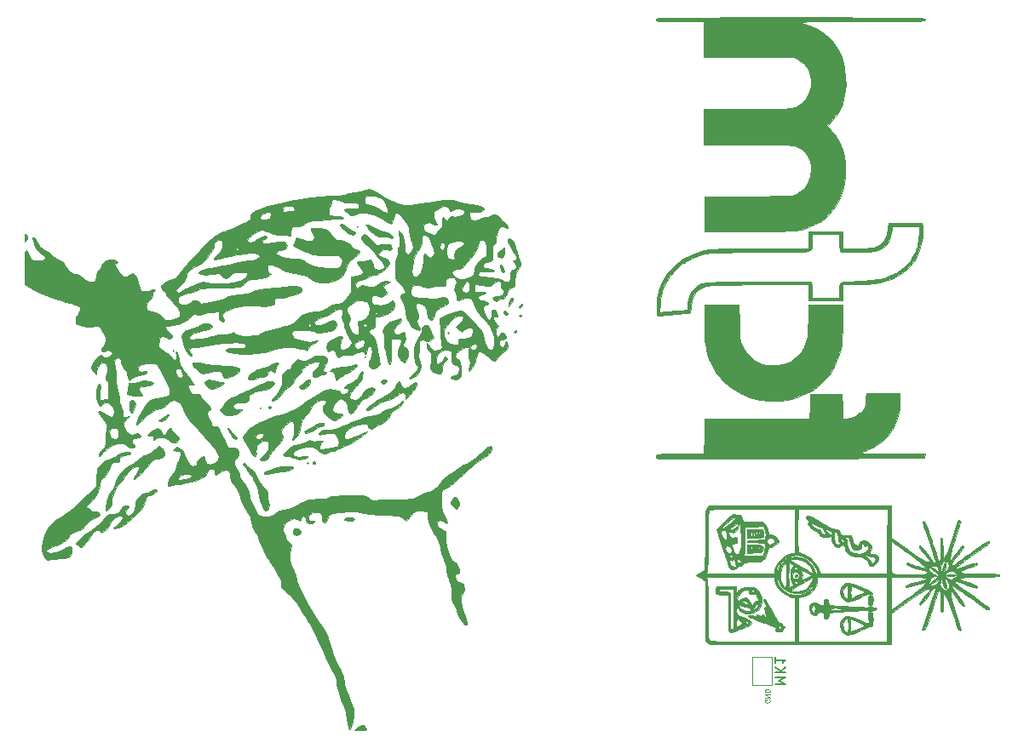
<source format=gbr>
G04 #@! TF.GenerationSoftware,KiCad,Pcbnew,(5.1.2)-2*
G04 #@! TF.CreationDate,2021-05-04T12:07:43-04:00*
G04 #@! TF.ProjectId,Magnetometer_A,4d61676e-6574-46f6-9d65-7465725f412e,rev?*
G04 #@! TF.SameCoordinates,Original*
G04 #@! TF.FileFunction,Legend,Bot*
G04 #@! TF.FilePolarity,Positive*
%FSLAX46Y46*%
G04 Gerber Fmt 4.6, Leading zero omitted, Abs format (unit mm)*
G04 Created by KiCad (PCBNEW (5.1.2)-2) date 2021-05-04 12:07:43*
%MOMM*%
%LPD*%
G04 APERTURE LIST*
%ADD10C,0.125000*%
%ADD11C,0.010000*%
%ADD12C,0.120000*%
%ADD13C,0.150000*%
G04 APERTURE END LIST*
D10*
X113250000Y-108380952D02*
X113273809Y-108428571D01*
X113273809Y-108500000D01*
X113250000Y-108571428D01*
X113202380Y-108619047D01*
X113154761Y-108642857D01*
X113059523Y-108666666D01*
X112988095Y-108666666D01*
X112892857Y-108642857D01*
X112845238Y-108619047D01*
X112797619Y-108571428D01*
X112773809Y-108500000D01*
X112773809Y-108452380D01*
X112797619Y-108380952D01*
X112821428Y-108357142D01*
X112988095Y-108357142D01*
X112988095Y-108452380D01*
X112773809Y-108142857D02*
X113273809Y-108142857D01*
X112773809Y-107857142D01*
X113273809Y-107857142D01*
X112773809Y-107619047D02*
X113273809Y-107619047D01*
X113273809Y-107500000D01*
X113250000Y-107428571D01*
X113202380Y-107380952D01*
X113154761Y-107357142D01*
X113059523Y-107333333D01*
X112988095Y-107333333D01*
X112892857Y-107357142D01*
X112845238Y-107380952D01*
X112797619Y-107428571D01*
X112773809Y-107500000D01*
X112773809Y-107619047D01*
D11*
G36*
X81300500Y-71776000D02*
G01*
X81237000Y-71839500D01*
X81300500Y-71903000D01*
X81364000Y-71839500D01*
X81300500Y-71776000D01*
X81300500Y-71776000D01*
G37*
X81300500Y-71776000D02*
X81237000Y-71839500D01*
X81300500Y-71903000D01*
X81364000Y-71839500D01*
X81300500Y-71776000D01*
G36*
X88579274Y-69011076D02*
G01*
X88426961Y-69127411D01*
X88368340Y-69280511D01*
X88442413Y-69362678D01*
X88451830Y-69363000D01*
X88598579Y-69261241D01*
X88652999Y-69161888D01*
X88656444Y-69013006D01*
X88579274Y-69011076D01*
X88579274Y-69011076D01*
G37*
X88579274Y-69011076D02*
X88426961Y-69127411D01*
X88368340Y-69280511D01*
X88442413Y-69362678D01*
X88451830Y-69363000D01*
X88598579Y-69261241D01*
X88652999Y-69161888D01*
X88656444Y-69013006D01*
X88579274Y-69011076D01*
G36*
X88525196Y-70041656D02*
G01*
X88476000Y-70061500D01*
X88354845Y-70175624D01*
X88349000Y-70195996D01*
X88447259Y-70250544D01*
X88476000Y-70252000D01*
X88598120Y-70154369D01*
X88603000Y-70117505D01*
X88525196Y-70041656D01*
X88525196Y-70041656D01*
G37*
X88525196Y-70041656D02*
X88476000Y-70061500D01*
X88354845Y-70175624D01*
X88349000Y-70195996D01*
X88447259Y-70250544D01*
X88476000Y-70252000D01*
X88598120Y-70154369D01*
X88603000Y-70117505D01*
X88525196Y-70041656D01*
G36*
X88016752Y-71565155D02*
G01*
X87968000Y-71585500D01*
X87845742Y-71753739D01*
X87841000Y-71790991D01*
X87919249Y-71859846D01*
X87968000Y-71839500D01*
X88090259Y-71671262D01*
X88095000Y-71634010D01*
X88016752Y-71565155D01*
X88016752Y-71565155D01*
G37*
X88016752Y-71565155D02*
X87968000Y-71585500D01*
X87845742Y-71753739D01*
X87841000Y-71790991D01*
X87919249Y-71859846D01*
X87968000Y-71839500D01*
X88090259Y-71671262D01*
X88095000Y-71634010D01*
X88016752Y-71565155D01*
G36*
X87715240Y-68411267D02*
G01*
X87605775Y-68395647D01*
X87497688Y-68529306D01*
X87356339Y-68857376D01*
X87339957Y-68900203D01*
X87276615Y-69139360D01*
X87304394Y-69235198D01*
X87434190Y-69136906D01*
X87581849Y-68908744D01*
X87698839Y-68648041D01*
X87736627Y-68452127D01*
X87715240Y-68411267D01*
X87715240Y-68411267D01*
G37*
X87715240Y-68411267D02*
X87605775Y-68395647D01*
X87497688Y-68529306D01*
X87356339Y-68857376D01*
X87339957Y-68900203D01*
X87276615Y-69139360D01*
X87304394Y-69235198D01*
X87434190Y-69136906D01*
X87581849Y-68908744D01*
X87698839Y-68648041D01*
X87736627Y-68452127D01*
X87715240Y-68411267D01*
G36*
X87097129Y-69708170D02*
G01*
X86955986Y-69617000D01*
X86842285Y-69708922D01*
X86843293Y-69900405D01*
X86957754Y-70065029D01*
X86960450Y-70066723D01*
X87133456Y-70099072D01*
X87166639Y-70079695D01*
X87191522Y-69909911D01*
X87097129Y-69708170D01*
X87097129Y-69708170D01*
G37*
X87097129Y-69708170D02*
X86955986Y-69617000D01*
X86842285Y-69708922D01*
X86843293Y-69900405D01*
X86957754Y-70065029D01*
X86960450Y-70066723D01*
X87133456Y-70099072D01*
X87166639Y-70079695D01*
X87191522Y-69909911D01*
X87097129Y-69708170D01*
G36*
X86835350Y-65520495D02*
G01*
X86730231Y-65223442D01*
X86597179Y-65079657D01*
X86485497Y-65114228D01*
X86444000Y-65321368D01*
X86537985Y-65617347D01*
X86679864Y-65766201D01*
X86836361Y-65842367D01*
X86874942Y-65758832D01*
X86835350Y-65520495D01*
X86835350Y-65520495D01*
G37*
X86835350Y-65520495D02*
X86730231Y-65223442D01*
X86597179Y-65079657D01*
X86485497Y-65114228D01*
X86444000Y-65321368D01*
X86537985Y-65617347D01*
X86679864Y-65766201D01*
X86836361Y-65842367D01*
X86874942Y-65758832D01*
X86835350Y-65520495D01*
G36*
X86862779Y-63400821D02*
G01*
X86857716Y-63393925D01*
X86751753Y-63467946D01*
X86534540Y-63648321D01*
X86508466Y-63670903D01*
X86251136Y-63968763D01*
X86209293Y-64210805D01*
X86376311Y-64362466D01*
X86659546Y-64394316D01*
X86822075Y-64214856D01*
X86875251Y-63864008D01*
X86876472Y-63560083D01*
X86862779Y-63400821D01*
X86862779Y-63400821D01*
G37*
X86862779Y-63400821D02*
X86857716Y-63393925D01*
X86751753Y-63467946D01*
X86534540Y-63648321D01*
X86508466Y-63670903D01*
X86251136Y-63968763D01*
X86209293Y-64210805D01*
X86376311Y-64362466D01*
X86659546Y-64394316D01*
X86822075Y-64214856D01*
X86875251Y-63864008D01*
X86876472Y-63560083D01*
X86862779Y-63400821D01*
G36*
X82385813Y-88805055D02*
G01*
X82298925Y-88571750D01*
X82126329Y-88254856D01*
X81957617Y-88182063D01*
X81759378Y-88346227D01*
X81688702Y-88441259D01*
X81530744Y-88694706D01*
X81528223Y-88867880D01*
X81695953Y-89068297D01*
X81787034Y-89154833D01*
X82001152Y-89335456D01*
X82135528Y-89345726D01*
X82277822Y-89208721D01*
X82397325Y-89019595D01*
X82385813Y-88805055D01*
X82385813Y-88805055D01*
G37*
X82385813Y-88805055D02*
X82298925Y-88571750D01*
X82126329Y-88254856D01*
X81957617Y-88182063D01*
X81759378Y-88346227D01*
X81688702Y-88441259D01*
X81530744Y-88694706D01*
X81528223Y-88867880D01*
X81695953Y-89068297D01*
X81787034Y-89154833D01*
X82001152Y-89335456D01*
X82135528Y-89345726D01*
X82277822Y-89208721D01*
X82397325Y-89019595D01*
X82385813Y-88805055D01*
G36*
X79595994Y-71733145D02*
G01*
X79410156Y-71381192D01*
X79250328Y-71132618D01*
X79188449Y-71067271D01*
X78996665Y-71072521D01*
X78805301Y-71236732D01*
X78700153Y-71479644D01*
X78697000Y-71527003D01*
X78639981Y-71748694D01*
X78490246Y-72113935D01*
X78279779Y-72544994D01*
X78272295Y-72559203D01*
X78044898Y-73016782D01*
X77924864Y-73366322D01*
X77887473Y-73716738D01*
X77907291Y-74167375D01*
X77973682Y-74684980D01*
X78076875Y-74980002D01*
X78141497Y-75038212D01*
X78303042Y-75202670D01*
X78267529Y-75461857D01*
X78049031Y-75769299D01*
X77871504Y-75929836D01*
X77565248Y-76200171D01*
X77443375Y-76365062D01*
X77509520Y-76406204D01*
X77767317Y-76305291D01*
X77800291Y-76288487D01*
X78131737Y-76060998D01*
X78371791Y-75812468D01*
X78499817Y-75512413D01*
X78561226Y-75133859D01*
X78551678Y-74774399D01*
X78466835Y-74531628D01*
X78430206Y-74498593D01*
X78350221Y-74310543D01*
X78379510Y-74014848D01*
X78433387Y-73620593D01*
X78451710Y-73159436D01*
X78449953Y-73077750D01*
X78453043Y-72737576D01*
X78517614Y-72580966D01*
X78679438Y-72538789D01*
X78729249Y-72538000D01*
X79019366Y-72590580D01*
X79159270Y-72670070D01*
X79342854Y-72709541D01*
X79586652Y-72563010D01*
X79881965Y-72323881D01*
X79595994Y-71733145D01*
X79595994Y-71733145D01*
G37*
X79595994Y-71733145D02*
X79410156Y-71381192D01*
X79250328Y-71132618D01*
X79188449Y-71067271D01*
X78996665Y-71072521D01*
X78805301Y-71236732D01*
X78700153Y-71479644D01*
X78697000Y-71527003D01*
X78639981Y-71748694D01*
X78490246Y-72113935D01*
X78279779Y-72544994D01*
X78272295Y-72559203D01*
X78044898Y-73016782D01*
X77924864Y-73366322D01*
X77887473Y-73716738D01*
X77907291Y-74167375D01*
X77973682Y-74684980D01*
X78076875Y-74980002D01*
X78141497Y-75038212D01*
X78303042Y-75202670D01*
X78267529Y-75461857D01*
X78049031Y-75769299D01*
X77871504Y-75929836D01*
X77565248Y-76200171D01*
X77443375Y-76365062D01*
X77509520Y-76406204D01*
X77767317Y-76305291D01*
X77800291Y-76288487D01*
X78131737Y-76060998D01*
X78371791Y-75812468D01*
X78499817Y-75512413D01*
X78561226Y-75133859D01*
X78551678Y-74774399D01*
X78466835Y-74531628D01*
X78430206Y-74498593D01*
X78350221Y-74310543D01*
X78379510Y-74014848D01*
X78433387Y-73620593D01*
X78451710Y-73159436D01*
X78449953Y-73077750D01*
X78453043Y-72737576D01*
X78517614Y-72580966D01*
X78679438Y-72538789D01*
X78729249Y-72538000D01*
X79019366Y-72590580D01*
X79159270Y-72670070D01*
X79342854Y-72709541D01*
X79586652Y-72563010D01*
X79881965Y-72323881D01*
X79595994Y-71733145D01*
G36*
X77304393Y-73665056D02*
G01*
X77164951Y-73405568D01*
X77046000Y-73336799D01*
X76835833Y-73195496D01*
X76805257Y-72991142D01*
X76919000Y-72855500D01*
X77016458Y-72682936D01*
X77051383Y-72391607D01*
X77028848Y-72079260D01*
X76953924Y-71843642D01*
X76862996Y-71776000D01*
X76646772Y-71853401D01*
X76601500Y-71903000D01*
X76426440Y-72001309D01*
X76213005Y-72030000D01*
X75968103Y-71942805D01*
X75881153Y-71723006D01*
X75947687Y-71433284D01*
X76163236Y-71136318D01*
X76284000Y-71034082D01*
X76527547Y-70807831D01*
X76657702Y-70601211D01*
X76661237Y-70466258D01*
X76524929Y-70455012D01*
X76419350Y-70501532D01*
X76086129Y-70610691D01*
X75879600Y-70633631D01*
X75565986Y-70714415D01*
X75257416Y-70918872D01*
X74998339Y-71192101D01*
X74833202Y-71479199D01*
X74806454Y-71725263D01*
X74897894Y-71846233D01*
X74985408Y-72044833D01*
X74993457Y-72483784D01*
X74978607Y-72682371D01*
X74960450Y-73092572D01*
X74982658Y-73391652D01*
X75026048Y-73497946D01*
X75109267Y-73664008D01*
X75141000Y-73936520D01*
X75182376Y-74268899D01*
X75284083Y-74608412D01*
X75412497Y-74865088D01*
X75520164Y-74951000D01*
X75573352Y-74874763D01*
X75611684Y-74629338D01*
X75637108Y-74189654D01*
X75651570Y-73530641D01*
X75654580Y-73219644D01*
X75660270Y-72440787D01*
X76162635Y-72433854D01*
X76488982Y-72448441D01*
X76632018Y-72529393D01*
X76660961Y-72704711D01*
X76581333Y-73029531D01*
X76470461Y-73229024D01*
X76296166Y-73651401D01*
X76327729Y-74114358D01*
X76555770Y-74523614D01*
X76604118Y-74572459D01*
X76836302Y-74762812D01*
X76988481Y-74781584D01*
X77108077Y-74689352D01*
X77279989Y-74394811D01*
X77344084Y-74024091D01*
X77304393Y-73665056D01*
X77304393Y-73665056D01*
G37*
X77304393Y-73665056D02*
X77164951Y-73405568D01*
X77046000Y-73336799D01*
X76835833Y-73195496D01*
X76805257Y-72991142D01*
X76919000Y-72855500D01*
X77016458Y-72682936D01*
X77051383Y-72391607D01*
X77028848Y-72079260D01*
X76953924Y-71843642D01*
X76862996Y-71776000D01*
X76646772Y-71853401D01*
X76601500Y-71903000D01*
X76426440Y-72001309D01*
X76213005Y-72030000D01*
X75968103Y-71942805D01*
X75881153Y-71723006D01*
X75947687Y-71433284D01*
X76163236Y-71136318D01*
X76284000Y-71034082D01*
X76527547Y-70807831D01*
X76657702Y-70601211D01*
X76661237Y-70466258D01*
X76524929Y-70455012D01*
X76419350Y-70501532D01*
X76086129Y-70610691D01*
X75879600Y-70633631D01*
X75565986Y-70714415D01*
X75257416Y-70918872D01*
X74998339Y-71192101D01*
X74833202Y-71479199D01*
X74806454Y-71725263D01*
X74897894Y-71846233D01*
X74985408Y-72044833D01*
X74993457Y-72483784D01*
X74978607Y-72682371D01*
X74960450Y-73092572D01*
X74982658Y-73391652D01*
X75026048Y-73497946D01*
X75109267Y-73664008D01*
X75141000Y-73936520D01*
X75182376Y-74268899D01*
X75284083Y-74608412D01*
X75412497Y-74865088D01*
X75520164Y-74951000D01*
X75573352Y-74874763D01*
X75611684Y-74629338D01*
X75637108Y-74189654D01*
X75651570Y-73530641D01*
X75654580Y-73219644D01*
X75660270Y-72440787D01*
X76162635Y-72433854D01*
X76488982Y-72448441D01*
X76632018Y-72529393D01*
X76660961Y-72704711D01*
X76581333Y-73029531D01*
X76470461Y-73229024D01*
X76296166Y-73651401D01*
X76327729Y-74114358D01*
X76555770Y-74523614D01*
X76604118Y-74572459D01*
X76836302Y-74762812D01*
X76988481Y-74781584D01*
X77108077Y-74689352D01*
X77279989Y-74394811D01*
X77344084Y-74024091D01*
X77304393Y-73665056D01*
G36*
X75195607Y-76587611D02*
G01*
X75024777Y-76493219D01*
X74879505Y-76475000D01*
X74680469Y-76565030D01*
X74639876Y-76757366D01*
X74765564Y-76922939D01*
X74947925Y-76924767D01*
X75131404Y-76803069D01*
X75211333Y-76639457D01*
X75195607Y-76587611D01*
X75195607Y-76587611D01*
G37*
X75195607Y-76587611D02*
X75024777Y-76493219D01*
X74879505Y-76475000D01*
X74680469Y-76565030D01*
X74639876Y-76757366D01*
X74765564Y-76922939D01*
X74947925Y-76924767D01*
X75131404Y-76803069D01*
X75211333Y-76639457D01*
X75195607Y-76587611D01*
G36*
X75669735Y-62087066D02*
G01*
X75428151Y-61932959D01*
X75181647Y-61870000D01*
X74925693Y-61814252D01*
X74526539Y-61667015D01*
X74064037Y-61458306D01*
X73994830Y-61423904D01*
X73581310Y-61226754D01*
X73271819Y-61100354D01*
X73119637Y-61065791D01*
X73112417Y-61074654D01*
X73190782Y-61223294D01*
X73382552Y-61477484D01*
X73461667Y-61571440D01*
X73963990Y-62028698D01*
X74486108Y-62247871D01*
X74856064Y-62269752D01*
X75222949Y-62288818D01*
X75506115Y-62369499D01*
X75729593Y-62438521D01*
X75823079Y-62415588D01*
X75826192Y-62269049D01*
X75669735Y-62087066D01*
X75669735Y-62087066D01*
G37*
X75669735Y-62087066D02*
X75428151Y-61932959D01*
X75181647Y-61870000D01*
X74925693Y-61814252D01*
X74526539Y-61667015D01*
X74064037Y-61458306D01*
X73994830Y-61423904D01*
X73581310Y-61226754D01*
X73271819Y-61100354D01*
X73119637Y-61065791D01*
X73112417Y-61074654D01*
X73190782Y-61223294D01*
X73382552Y-61477484D01*
X73461667Y-61571440D01*
X73963990Y-62028698D01*
X74486108Y-62247871D01*
X74856064Y-62269752D01*
X75222949Y-62288818D01*
X75506115Y-62369499D01*
X75729593Y-62438521D01*
X75823079Y-62415588D01*
X75826192Y-62269049D01*
X75669735Y-62087066D01*
G36*
X78133606Y-76894827D02*
G01*
X78055827Y-76787177D01*
X77921439Y-76834187D01*
X77691780Y-77036173D01*
X77321296Y-77291453D01*
X76974026Y-77362402D01*
X76703679Y-77253426D01*
X76563963Y-76968934D01*
X76560551Y-76943335D01*
X76509623Y-76706346D01*
X76411174Y-76684715D01*
X76338301Y-76736635D01*
X76182773Y-76938882D01*
X76157000Y-77037138D01*
X76058558Y-77239074D01*
X75800399Y-77524375D01*
X75438274Y-77841909D01*
X75027935Y-78140542D01*
X74806867Y-78275418D01*
X74309921Y-78568587D01*
X73843129Y-78867688D01*
X73462614Y-79134519D01*
X73224500Y-79330877D01*
X73181104Y-79382079D01*
X73185181Y-79546139D01*
X73216942Y-79574722D01*
X73369350Y-79540313D01*
X73648305Y-79379833D01*
X73909909Y-79191432D01*
X74541954Y-78809093D01*
X75038146Y-78666824D01*
X75670780Y-78457331D01*
X76084610Y-78169889D01*
X76516119Y-77856036D01*
X76824244Y-77750699D01*
X77002109Y-77854487D01*
X77046000Y-78084638D01*
X77046000Y-78424276D01*
X77375917Y-78116388D01*
X77783933Y-77683423D01*
X78050339Y-77290701D01*
X78147576Y-76982653D01*
X78133606Y-76894827D01*
X78133606Y-76894827D01*
G37*
X78133606Y-76894827D02*
X78055827Y-76787177D01*
X77921439Y-76834187D01*
X77691780Y-77036173D01*
X77321296Y-77291453D01*
X76974026Y-77362402D01*
X76703679Y-77253426D01*
X76563963Y-76968934D01*
X76560551Y-76943335D01*
X76509623Y-76706346D01*
X76411174Y-76684715D01*
X76338301Y-76736635D01*
X76182773Y-76938882D01*
X76157000Y-77037138D01*
X76058558Y-77239074D01*
X75800399Y-77524375D01*
X75438274Y-77841909D01*
X75027935Y-78140542D01*
X74806867Y-78275418D01*
X74309921Y-78568587D01*
X73843129Y-78867688D01*
X73462614Y-79134519D01*
X73224500Y-79330877D01*
X73181104Y-79382079D01*
X73185181Y-79546139D01*
X73216942Y-79574722D01*
X73369350Y-79540313D01*
X73648305Y-79379833D01*
X73909909Y-79191432D01*
X74541954Y-78809093D01*
X75038146Y-78666824D01*
X75670780Y-78457331D01*
X76084610Y-78169889D01*
X76516119Y-77856036D01*
X76824244Y-77750699D01*
X77002109Y-77854487D01*
X77046000Y-78084638D01*
X77046000Y-78424276D01*
X77375917Y-78116388D01*
X77783933Y-77683423D01*
X78050339Y-77290701D01*
X78147576Y-76982653D01*
X78133606Y-76894827D01*
G36*
X73045500Y-74189000D02*
G01*
X72982000Y-74252500D01*
X73045500Y-74316000D01*
X73109000Y-74252500D01*
X73045500Y-74189000D01*
X73045500Y-74189000D01*
G37*
X73045500Y-74189000D02*
X72982000Y-74252500D01*
X73045500Y-74316000D01*
X73109000Y-74252500D01*
X73045500Y-74189000D01*
G36*
X72283500Y-61235000D02*
G01*
X72220000Y-61298500D01*
X72283500Y-61362000D01*
X72347000Y-61298500D01*
X72283500Y-61235000D01*
X72283500Y-61235000D01*
G37*
X72283500Y-61235000D02*
X72220000Y-61298500D01*
X72283500Y-61362000D01*
X72347000Y-61298500D01*
X72283500Y-61235000D01*
G36*
X73112786Y-111153074D02*
G01*
X72925910Y-110891066D01*
X72725388Y-110850034D01*
X72449849Y-111023510D01*
X72387942Y-111076673D01*
X72029500Y-111391974D01*
X72637219Y-111395987D01*
X72996777Y-111389670D01*
X73152967Y-111347235D01*
X73156207Y-111242928D01*
X73112786Y-111153074D01*
X73112786Y-111153074D01*
G37*
X73112786Y-111153074D02*
X72925910Y-110891066D01*
X72725388Y-110850034D01*
X72449849Y-111023510D01*
X72387942Y-111076673D01*
X72029500Y-111391974D01*
X72637219Y-111395987D01*
X72996777Y-111389670D01*
X73152967Y-111347235D01*
X73156207Y-111242928D01*
X73112786Y-111153074D01*
G36*
X71917142Y-90312783D02*
G01*
X71775217Y-90236818D01*
X71518138Y-90207809D01*
X71225172Y-90258375D01*
X71004162Y-90360990D01*
X70950000Y-90447420D01*
X71062675Y-90525435D01*
X71344147Y-90568825D01*
X71458000Y-90572000D01*
X71796588Y-90532824D01*
X71959454Y-90436043D01*
X71917142Y-90312783D01*
X71917142Y-90312783D01*
G37*
X71917142Y-90312783D02*
X71775217Y-90236818D01*
X71518138Y-90207809D01*
X71225172Y-90258375D01*
X71004162Y-90360990D01*
X70950000Y-90447420D01*
X71062675Y-90525435D01*
X71344147Y-90568825D01*
X71458000Y-90572000D01*
X71796588Y-90532824D01*
X71959454Y-90436043D01*
X71917142Y-90312783D01*
G36*
X72028612Y-61769054D02*
G01*
X71919964Y-61743000D01*
X71723963Y-61668620D01*
X71424630Y-61480072D01*
X71267500Y-61362000D01*
X70964930Y-61138252D01*
X70739124Y-61001226D01*
X70678537Y-60981000D01*
X70570225Y-61062531D01*
X70612258Y-61259264D01*
X70783084Y-61499409D01*
X70854750Y-61567898D01*
X71232096Y-61846842D01*
X71596576Y-62031659D01*
X71876928Y-62089927D01*
X71953891Y-62067985D01*
X72085152Y-61905273D01*
X72028612Y-61769054D01*
X72028612Y-61769054D01*
G37*
X72028612Y-61769054D02*
X71919964Y-61743000D01*
X71723963Y-61668620D01*
X71424630Y-61480072D01*
X71267500Y-61362000D01*
X70964930Y-61138252D01*
X70739124Y-61001226D01*
X70678537Y-60981000D01*
X70570225Y-61062531D01*
X70612258Y-61259264D01*
X70783084Y-61499409D01*
X70854750Y-61567898D01*
X71232096Y-61846842D01*
X71596576Y-62031659D01*
X71876928Y-62089927D01*
X71953891Y-62067985D01*
X72085152Y-61905273D01*
X72028612Y-61769054D01*
G36*
X72048985Y-75007608D02*
G01*
X71827931Y-75057568D01*
X71536731Y-75134788D01*
X71100830Y-75214407D01*
X70736333Y-75264261D01*
X70279598Y-75340245D01*
X69900967Y-75444175D01*
X69720333Y-75529935D01*
X69562955Y-75662867D01*
X69610460Y-75704571D01*
X69714925Y-75708961D01*
X69918547Y-75831628D01*
X70017079Y-76096643D01*
X70121955Y-76427158D01*
X70249202Y-76558730D01*
X70371068Y-76467982D01*
X70394801Y-76414818D01*
X70556111Y-76236956D01*
X70856322Y-76054407D01*
X70933654Y-76019893D01*
X71364088Y-75812227D01*
X71759314Y-75572775D01*
X72068437Y-75339062D01*
X72240560Y-75148612D01*
X72245482Y-75052682D01*
X72048985Y-75007608D01*
X72048985Y-75007608D01*
G37*
X72048985Y-75007608D02*
X71827931Y-75057568D01*
X71536731Y-75134788D01*
X71100830Y-75214407D01*
X70736333Y-75264261D01*
X70279598Y-75340245D01*
X69900967Y-75444175D01*
X69720333Y-75529935D01*
X69562955Y-75662867D01*
X69610460Y-75704571D01*
X69714925Y-75708961D01*
X69918547Y-75831628D01*
X70017079Y-76096643D01*
X70121955Y-76427158D01*
X70249202Y-76558730D01*
X70371068Y-76467982D01*
X70394801Y-76414818D01*
X70556111Y-76236956D01*
X70856322Y-76054407D01*
X70933654Y-76019893D01*
X71364088Y-75812227D01*
X71759314Y-75572775D01*
X72068437Y-75339062D01*
X72240560Y-75148612D01*
X72245482Y-75052682D01*
X72048985Y-75007608D01*
G36*
X68073124Y-84701804D02*
G01*
X68039848Y-84673204D01*
X67873804Y-84685877D01*
X67845204Y-84719153D01*
X67857877Y-84885197D01*
X67891153Y-84913797D01*
X68057197Y-84901124D01*
X68085797Y-84867848D01*
X68073124Y-84701804D01*
X68073124Y-84701804D01*
G37*
X68073124Y-84701804D02*
X68039848Y-84673204D01*
X67873804Y-84685877D01*
X67845204Y-84719153D01*
X67857877Y-84885197D01*
X67891153Y-84913797D01*
X68057197Y-84901124D01*
X68085797Y-84867848D01*
X68073124Y-84701804D01*
G36*
X67330500Y-84730000D02*
G01*
X67267000Y-84793500D01*
X67330500Y-84857000D01*
X67394000Y-84793500D01*
X67330500Y-84730000D01*
X67330500Y-84730000D01*
G37*
X67330500Y-84730000D02*
X67267000Y-84793500D01*
X67330500Y-84857000D01*
X67394000Y-84793500D01*
X67330500Y-84730000D01*
G36*
X68916462Y-80854647D02*
G01*
X68787613Y-80804644D01*
X68541179Y-80863060D01*
X68137734Y-81041786D01*
X67902531Y-81160462D01*
X67431399Y-81409996D01*
X67154962Y-81579318D01*
X67038603Y-81697450D01*
X67047705Y-81793414D01*
X67088917Y-81842583D01*
X67287582Y-81866857D01*
X67634548Y-81710374D01*
X67988777Y-81472719D01*
X68311134Y-81277929D01*
X68591889Y-81177638D01*
X68634360Y-81174000D01*
X68912729Y-81118141D01*
X68980108Y-80968916D01*
X68916462Y-80854647D01*
X68916462Y-80854647D01*
G37*
X68916462Y-80854647D02*
X68787613Y-80804644D01*
X68541179Y-80863060D01*
X68137734Y-81041786D01*
X67902531Y-81160462D01*
X67431399Y-81409996D01*
X67154962Y-81579318D01*
X67038603Y-81697450D01*
X67047705Y-81793414D01*
X67088917Y-81842583D01*
X67287582Y-81866857D01*
X67634548Y-81710374D01*
X67988777Y-81472719D01*
X68311134Y-81277929D01*
X68591889Y-81177638D01*
X68634360Y-81174000D01*
X68912729Y-81118141D01*
X68980108Y-80968916D01*
X68916462Y-80854647D01*
G36*
X67584096Y-76529680D02*
G01*
X67419262Y-76479911D01*
X67201839Y-76604631D01*
X67115452Y-76705614D01*
X66880432Y-76932835D01*
X66727250Y-77019128D01*
X66528926Y-77172834D01*
X66556553Y-77351888D01*
X66705417Y-77448879D01*
X66959145Y-77428996D01*
X67255794Y-77258044D01*
X67507713Y-77002823D01*
X67625083Y-76748009D01*
X67584096Y-76529680D01*
X67584096Y-76529680D01*
G37*
X67584096Y-76529680D02*
X67419262Y-76479911D01*
X67201839Y-76604631D01*
X67115452Y-76705614D01*
X66880432Y-76932835D01*
X66727250Y-77019128D01*
X66528926Y-77172834D01*
X66556553Y-77351888D01*
X66705417Y-77448879D01*
X66959145Y-77428996D01*
X67255794Y-77258044D01*
X67507713Y-77002823D01*
X67625083Y-76748009D01*
X67584096Y-76529680D01*
G36*
X66507772Y-91433972D02*
G01*
X66288912Y-91319211D01*
X66072418Y-91326733D01*
X66014115Y-91367686D01*
X65868564Y-91627393D01*
X65914551Y-91854622D01*
X66130479Y-91967094D01*
X66171950Y-91969000D01*
X66469142Y-91900098D01*
X66618671Y-91794562D01*
X66645518Y-91612071D01*
X66507772Y-91433972D01*
X66507772Y-91433972D01*
G37*
X66507772Y-91433972D02*
X66288912Y-91319211D01*
X66072418Y-91326733D01*
X66014115Y-91367686D01*
X65868564Y-91627393D01*
X65914551Y-91854622D01*
X66130479Y-91967094D01*
X66171950Y-91969000D01*
X66469142Y-91900098D01*
X66618671Y-91794562D01*
X66645518Y-91612071D01*
X66507772Y-91433972D01*
G36*
X76814085Y-78641567D02*
G01*
X76627833Y-78740951D01*
X76365116Y-78943862D01*
X75993849Y-79202003D01*
X75649961Y-79364858D01*
X75494298Y-79396000D01*
X75171180Y-79473945D01*
X74837444Y-79661741D01*
X74833219Y-79665046D01*
X74504678Y-79868969D01*
X74060375Y-80038569D01*
X73445431Y-80192460D01*
X73045500Y-80271435D01*
X72704985Y-80367875D01*
X72218989Y-80547111D01*
X71669028Y-80777977D01*
X71404244Y-80898931D01*
X70698277Y-81204485D01*
X70124703Y-81386349D01*
X69608567Y-81467545D01*
X69538122Y-81472109D01*
X68985907Y-81545610D01*
X68600395Y-81687742D01*
X68419081Y-81882864D01*
X68410000Y-81942686D01*
X68515681Y-81980803D01*
X68774795Y-81939976D01*
X68821912Y-81927135D01*
X69458660Y-81808234D01*
X69924260Y-81868698D01*
X70228778Y-82109915D01*
X70236894Y-82122032D01*
X70392927Y-82491282D01*
X70442000Y-82806764D01*
X70425174Y-83009622D01*
X70343871Y-83147970D01*
X70151861Y-83244175D01*
X69802910Y-83320600D01*
X69250787Y-83399610D01*
X69203750Y-83405761D01*
X68817349Y-83449815D01*
X68619456Y-83435946D01*
X68547025Y-83341406D01*
X68537000Y-83165173D01*
X68617108Y-82864679D01*
X68759250Y-82701170D01*
X68838930Y-82625920D01*
X68717338Y-82609030D01*
X68393266Y-82643528D01*
X67947393Y-82666647D01*
X67723719Y-82588353D01*
X67713908Y-82574896D01*
X67582853Y-82512070D01*
X67386546Y-82641247D01*
X67119883Y-82784263D01*
X66722781Y-82895640D01*
X66542075Y-82923596D01*
X66016961Y-83048541D01*
X65538602Y-83328047D01*
X65393921Y-83443470D01*
X65037816Y-83761090D01*
X64884671Y-83960083D01*
X64926719Y-84063631D01*
X65156192Y-84094915D01*
X65175580Y-84095000D01*
X65509890Y-84144541D01*
X65904173Y-84265782D01*
X65953089Y-84285500D01*
X66506622Y-84452955D01*
X66937619Y-84429062D01*
X67210977Y-84282631D01*
X67348815Y-84161647D01*
X67310397Y-84124946D01*
X67062587Y-84156165D01*
X66982085Y-84169608D01*
X66452237Y-84209300D01*
X66081954Y-84132430D01*
X65902075Y-83948956D01*
X65893506Y-83818095D01*
X66008363Y-83609410D01*
X66311683Y-83444076D01*
X66505000Y-83380012D01*
X67199739Y-83224553D01*
X67748050Y-83230292D01*
X68204558Y-83403198D01*
X68461989Y-83593930D01*
X68742020Y-83825487D01*
X68931673Y-83907432D01*
X69127518Y-83862101D01*
X69285601Y-83784430D01*
X69627460Y-83645631D01*
X69917717Y-83587010D01*
X69920199Y-83587000D01*
X70162790Y-83534670D01*
X70245462Y-83469771D01*
X70409728Y-83365223D01*
X70709157Y-83271650D01*
X70729207Y-83267379D01*
X71017890Y-83158100D01*
X71444280Y-82939412D01*
X71941424Y-82652339D01*
X72442371Y-82337908D01*
X72880170Y-82037147D01*
X73187868Y-81791080D01*
X73260023Y-81716555D01*
X73233168Y-81678982D01*
X73022817Y-81745868D01*
X72669907Y-81902728D01*
X72506164Y-81983303D01*
X71862234Y-82280311D01*
X71403100Y-82424843D01*
X71111465Y-82418292D01*
X70970037Y-82262053D01*
X70950000Y-82108751D01*
X71066234Y-81778298D01*
X71375069Y-81456786D01*
X71816710Y-81181627D01*
X72331360Y-80990236D01*
X72849941Y-80920000D01*
X73184310Y-80940856D01*
X73332990Y-81025352D01*
X73363000Y-81174000D01*
X73460328Y-81367050D01*
X73674667Y-81435432D01*
X73889550Y-81354496D01*
X73937807Y-81295650D01*
X74099440Y-81168587D01*
X74403726Y-81012141D01*
X74517275Y-80964171D01*
X74915100Y-80742223D01*
X75279786Y-80434377D01*
X75546148Y-80106290D01*
X75649000Y-79824276D01*
X75755540Y-79655838D01*
X76017402Y-79484668D01*
X76071860Y-79460358D01*
X76494325Y-79228257D01*
X76746272Y-78925670D01*
X76834731Y-78721612D01*
X76814085Y-78641567D01*
X76814085Y-78641567D01*
G37*
X76814085Y-78641567D02*
X76627833Y-78740951D01*
X76365116Y-78943862D01*
X75993849Y-79202003D01*
X75649961Y-79364858D01*
X75494298Y-79396000D01*
X75171180Y-79473945D01*
X74837444Y-79661741D01*
X74833219Y-79665046D01*
X74504678Y-79868969D01*
X74060375Y-80038569D01*
X73445431Y-80192460D01*
X73045500Y-80271435D01*
X72704985Y-80367875D01*
X72218989Y-80547111D01*
X71669028Y-80777977D01*
X71404244Y-80898931D01*
X70698277Y-81204485D01*
X70124703Y-81386349D01*
X69608567Y-81467545D01*
X69538122Y-81472109D01*
X68985907Y-81545610D01*
X68600395Y-81687742D01*
X68419081Y-81882864D01*
X68410000Y-81942686D01*
X68515681Y-81980803D01*
X68774795Y-81939976D01*
X68821912Y-81927135D01*
X69458660Y-81808234D01*
X69924260Y-81868698D01*
X70228778Y-82109915D01*
X70236894Y-82122032D01*
X70392927Y-82491282D01*
X70442000Y-82806764D01*
X70425174Y-83009622D01*
X70343871Y-83147970D01*
X70151861Y-83244175D01*
X69802910Y-83320600D01*
X69250787Y-83399610D01*
X69203750Y-83405761D01*
X68817349Y-83449815D01*
X68619456Y-83435946D01*
X68547025Y-83341406D01*
X68537000Y-83165173D01*
X68617108Y-82864679D01*
X68759250Y-82701170D01*
X68838930Y-82625920D01*
X68717338Y-82609030D01*
X68393266Y-82643528D01*
X67947393Y-82666647D01*
X67723719Y-82588353D01*
X67713908Y-82574896D01*
X67582853Y-82512070D01*
X67386546Y-82641247D01*
X67119883Y-82784263D01*
X66722781Y-82895640D01*
X66542075Y-82923596D01*
X66016961Y-83048541D01*
X65538602Y-83328047D01*
X65393921Y-83443470D01*
X65037816Y-83761090D01*
X64884671Y-83960083D01*
X64926719Y-84063631D01*
X65156192Y-84094915D01*
X65175580Y-84095000D01*
X65509890Y-84144541D01*
X65904173Y-84265782D01*
X65953089Y-84285500D01*
X66506622Y-84452955D01*
X66937619Y-84429062D01*
X67210977Y-84282631D01*
X67348815Y-84161647D01*
X67310397Y-84124946D01*
X67062587Y-84156165D01*
X66982085Y-84169608D01*
X66452237Y-84209300D01*
X66081954Y-84132430D01*
X65902075Y-83948956D01*
X65893506Y-83818095D01*
X66008363Y-83609410D01*
X66311683Y-83444076D01*
X66505000Y-83380012D01*
X67199739Y-83224553D01*
X67748050Y-83230292D01*
X68204558Y-83403198D01*
X68461989Y-83593930D01*
X68742020Y-83825487D01*
X68931673Y-83907432D01*
X69127518Y-83862101D01*
X69285601Y-83784430D01*
X69627460Y-83645631D01*
X69917717Y-83587010D01*
X69920199Y-83587000D01*
X70162790Y-83534670D01*
X70245462Y-83469771D01*
X70409728Y-83365223D01*
X70709157Y-83271650D01*
X70729207Y-83267379D01*
X71017890Y-83158100D01*
X71444280Y-82939412D01*
X71941424Y-82652339D01*
X72442371Y-82337908D01*
X72880170Y-82037147D01*
X73187868Y-81791080D01*
X73260023Y-81716555D01*
X73233168Y-81678982D01*
X73022817Y-81745868D01*
X72669907Y-81902728D01*
X72506164Y-81983303D01*
X71862234Y-82280311D01*
X71403100Y-82424843D01*
X71111465Y-82418292D01*
X70970037Y-82262053D01*
X70950000Y-82108751D01*
X71066234Y-81778298D01*
X71375069Y-81456786D01*
X71816710Y-81181627D01*
X72331360Y-80990236D01*
X72849941Y-80920000D01*
X73184310Y-80940856D01*
X73332990Y-81025352D01*
X73363000Y-81174000D01*
X73460328Y-81367050D01*
X73674667Y-81435432D01*
X73889550Y-81354496D01*
X73937807Y-81295650D01*
X74099440Y-81168587D01*
X74403726Y-81012141D01*
X74517275Y-80964171D01*
X74915100Y-80742223D01*
X75279786Y-80434377D01*
X75546148Y-80106290D01*
X75649000Y-79824276D01*
X75755540Y-79655838D01*
X76017402Y-79484668D01*
X76071860Y-79460358D01*
X76494325Y-79228257D01*
X76746272Y-78925670D01*
X76834731Y-78721612D01*
X76814085Y-78641567D01*
G36*
X69151752Y-74268427D02*
G01*
X68756039Y-74159582D01*
X68741912Y-74157126D01*
X68341599Y-74106360D01*
X68088626Y-74138864D01*
X67885497Y-74270292D01*
X67852912Y-74299867D01*
X67541506Y-74499808D01*
X67160774Y-74627941D01*
X66797424Y-74668049D01*
X66538162Y-74603916D01*
X66488807Y-74554993D01*
X66377348Y-74475980D01*
X66215179Y-74571231D01*
X66058214Y-74735832D01*
X65849987Y-75017229D01*
X65745767Y-75248192D01*
X65743000Y-75275582D01*
X65647098Y-75439547D01*
X65569628Y-75459000D01*
X65355889Y-75532718D01*
X65075743Y-75711234D01*
X65061604Y-75722237D01*
X64841325Y-75938683D01*
X64775133Y-76179285D01*
X64803451Y-76463865D01*
X64776459Y-76992202D01*
X64567127Y-77564778D01*
X64212313Y-78097508D01*
X63986613Y-78327299D01*
X63785101Y-78527716D01*
X63778309Y-78616501D01*
X63860006Y-78629987D01*
X64117565Y-78542776D01*
X64436248Y-78322197D01*
X64728811Y-78041041D01*
X64908007Y-77772101D01*
X64916344Y-77748645D01*
X65070407Y-77531947D01*
X65355811Y-77297747D01*
X65431132Y-77250506D01*
X65710546Y-77039885D01*
X65861402Y-76837087D01*
X65870000Y-76792904D01*
X65959588Y-76594992D01*
X66185887Y-76325419D01*
X66314500Y-76203964D01*
X66580100Y-75940128D01*
X66738994Y-75723141D01*
X66759000Y-75660105D01*
X66869203Y-75414276D01*
X67151408Y-75151888D01*
X67533015Y-74924824D01*
X67941423Y-74784968D01*
X67997250Y-74775204D01*
X68336063Y-74737560D01*
X68493460Y-74774598D01*
X68536296Y-74907355D01*
X68537000Y-74945031D01*
X68434468Y-75199296D01*
X68276921Y-75335254D01*
X68037373Y-75544688D01*
X67881233Y-75825571D01*
X67842507Y-76090139D01*
X67927600Y-76236822D01*
X68150770Y-76249413D01*
X68372553Y-76152109D01*
X68684451Y-76008608D01*
X68906037Y-75967000D01*
X69151018Y-75909675D01*
X69235500Y-75840000D01*
X69196615Y-75740040D01*
X69052496Y-75713000D01*
X68838893Y-75659103D01*
X68819455Y-75483881D01*
X68993679Y-75167041D01*
X69037516Y-75104608D01*
X69281498Y-74705705D01*
X69323241Y-74438723D01*
X69151752Y-74268427D01*
X69151752Y-74268427D01*
G37*
X69151752Y-74268427D02*
X68756039Y-74159582D01*
X68741912Y-74157126D01*
X68341599Y-74106360D01*
X68088626Y-74138864D01*
X67885497Y-74270292D01*
X67852912Y-74299867D01*
X67541506Y-74499808D01*
X67160774Y-74627941D01*
X66797424Y-74668049D01*
X66538162Y-74603916D01*
X66488807Y-74554993D01*
X66377348Y-74475980D01*
X66215179Y-74571231D01*
X66058214Y-74735832D01*
X65849987Y-75017229D01*
X65745767Y-75248192D01*
X65743000Y-75275582D01*
X65647098Y-75439547D01*
X65569628Y-75459000D01*
X65355889Y-75532718D01*
X65075743Y-75711234D01*
X65061604Y-75722237D01*
X64841325Y-75938683D01*
X64775133Y-76179285D01*
X64803451Y-76463865D01*
X64776459Y-76992202D01*
X64567127Y-77564778D01*
X64212313Y-78097508D01*
X63986613Y-78327299D01*
X63785101Y-78527716D01*
X63778309Y-78616501D01*
X63860006Y-78629987D01*
X64117565Y-78542776D01*
X64436248Y-78322197D01*
X64728811Y-78041041D01*
X64908007Y-77772101D01*
X64916344Y-77748645D01*
X65070407Y-77531947D01*
X65355811Y-77297747D01*
X65431132Y-77250506D01*
X65710546Y-77039885D01*
X65861402Y-76837087D01*
X65870000Y-76792904D01*
X65959588Y-76594992D01*
X66185887Y-76325419D01*
X66314500Y-76203964D01*
X66580100Y-75940128D01*
X66738994Y-75723141D01*
X66759000Y-75660105D01*
X66869203Y-75414276D01*
X67151408Y-75151888D01*
X67533015Y-74924824D01*
X67941423Y-74784968D01*
X67997250Y-74775204D01*
X68336063Y-74737560D01*
X68493460Y-74774598D01*
X68536296Y-74907355D01*
X68537000Y-74945031D01*
X68434468Y-75199296D01*
X68276921Y-75335254D01*
X68037373Y-75544688D01*
X67881233Y-75825571D01*
X67842507Y-76090139D01*
X67927600Y-76236822D01*
X68150770Y-76249413D01*
X68372553Y-76152109D01*
X68684451Y-76008608D01*
X68906037Y-75967000D01*
X69151018Y-75909675D01*
X69235500Y-75840000D01*
X69196615Y-75740040D01*
X69052496Y-75713000D01*
X68838893Y-75659103D01*
X68819455Y-75483881D01*
X68993679Y-75167041D01*
X69037516Y-75104608D01*
X69281498Y-74705705D01*
X69323241Y-74438723D01*
X69151752Y-74268427D01*
G36*
X63614357Y-79145691D02*
G01*
X63584000Y-79142000D01*
X63460691Y-79238644D01*
X63457000Y-79269000D01*
X63553644Y-79392310D01*
X63584000Y-79396000D01*
X63707310Y-79299357D01*
X63711000Y-79269000D01*
X63614357Y-79145691D01*
X63614357Y-79145691D01*
G37*
X63614357Y-79145691D02*
X63584000Y-79142000D01*
X63460691Y-79238644D01*
X63457000Y-79269000D01*
X63553644Y-79392310D01*
X63584000Y-79396000D01*
X63707310Y-79299357D01*
X63711000Y-79269000D01*
X63614357Y-79145691D01*
G36*
X65794532Y-85182946D02*
G01*
X65472440Y-85120719D01*
X65203250Y-85111065D01*
X64775343Y-85146917D01*
X64299964Y-85241699D01*
X63830528Y-85376357D01*
X63420451Y-85531837D01*
X63123148Y-85689086D01*
X62992034Y-85829050D01*
X63011280Y-85892947D01*
X63164282Y-85910287D01*
X63478542Y-85879563D01*
X63680147Y-85845994D01*
X64199973Y-85754164D01*
X64763014Y-85663306D01*
X64917500Y-85640210D01*
X65440067Y-85534456D01*
X65767594Y-85409722D01*
X65889333Y-85285916D01*
X65794532Y-85182946D01*
X65794532Y-85182946D01*
G37*
X65794532Y-85182946D02*
X65472440Y-85120719D01*
X65203250Y-85111065D01*
X64775343Y-85146917D01*
X64299964Y-85241699D01*
X63830528Y-85376357D01*
X63420451Y-85531837D01*
X63123148Y-85689086D01*
X62992034Y-85829050D01*
X63011280Y-85892947D01*
X63164282Y-85910287D01*
X63478542Y-85879563D01*
X63680147Y-85845994D01*
X64199973Y-85754164D01*
X64763014Y-85663306D01*
X64917500Y-85640210D01*
X65440067Y-85534456D01*
X65767594Y-85409722D01*
X65889333Y-85285916D01*
X65794532Y-85182946D01*
G36*
X62631500Y-79269000D02*
G01*
X62568000Y-79332500D01*
X62631500Y-79396000D01*
X62695000Y-79332500D01*
X62631500Y-79269000D01*
X62631500Y-79269000D01*
G37*
X62631500Y-79269000D02*
X62568000Y-79332500D01*
X62631500Y-79396000D01*
X62695000Y-79332500D01*
X62631500Y-79269000D01*
G36*
X64395704Y-74797922D02*
G01*
X64208876Y-74794011D01*
X63927185Y-74890402D01*
X63757345Y-74984302D01*
X63336440Y-75201638D01*
X62901709Y-75357093D01*
X62804443Y-75379200D01*
X62366891Y-75511749D01*
X61974887Y-75718422D01*
X61666210Y-75962717D01*
X61478644Y-76208128D01*
X61449970Y-76418152D01*
X61594652Y-76548074D01*
X61829460Y-76543007D01*
X62145066Y-76432864D01*
X62169231Y-76420689D01*
X62564867Y-76277318D01*
X62942694Y-76221000D01*
X63217880Y-76188134D01*
X63319880Y-76047539D01*
X63330000Y-75903500D01*
X63418325Y-75654055D01*
X63632769Y-75579235D01*
X63897538Y-75699571D01*
X63939600Y-75738401D01*
X64051265Y-75798445D01*
X64090465Y-75645528D01*
X64092000Y-75563451D01*
X64164104Y-75250380D01*
X64287883Y-75073533D01*
X64438448Y-74893856D01*
X64395704Y-74797922D01*
X64395704Y-74797922D01*
G37*
X64395704Y-74797922D02*
X64208876Y-74794011D01*
X63927185Y-74890402D01*
X63757345Y-74984302D01*
X63336440Y-75201638D01*
X62901709Y-75357093D01*
X62804443Y-75379200D01*
X62366891Y-75511749D01*
X61974887Y-75718422D01*
X61666210Y-75962717D01*
X61478644Y-76208128D01*
X61449970Y-76418152D01*
X61594652Y-76548074D01*
X61829460Y-76543007D01*
X62145066Y-76432864D01*
X62169231Y-76420689D01*
X62564867Y-76277318D01*
X62942694Y-76221000D01*
X63217880Y-76188134D01*
X63319880Y-76047539D01*
X63330000Y-75903500D01*
X63418325Y-75654055D01*
X63632769Y-75579235D01*
X63897538Y-75699571D01*
X63939600Y-75738401D01*
X64051265Y-75798445D01*
X64090465Y-75645528D01*
X64092000Y-75563451D01*
X64164104Y-75250380D01*
X64287883Y-75073533D01*
X64438448Y-74893856D01*
X64395704Y-74797922D01*
G36*
X73915985Y-77329122D02*
G01*
X73705394Y-77265570D01*
X73419411Y-77340657D01*
X73111220Y-77534991D01*
X72834004Y-77829179D01*
X72718726Y-78017181D01*
X72534537Y-78328895D01*
X72341743Y-78470050D01*
X72038825Y-78506483D01*
X71963419Y-78507000D01*
X71636978Y-78489246D01*
X71492325Y-78406540D01*
X71458105Y-78214722D01*
X71458000Y-78194212D01*
X71570759Y-77875402D01*
X71905838Y-77449984D01*
X72078582Y-77273462D01*
X72441570Y-76886808D01*
X72648713Y-76567993D01*
X72749108Y-76234807D01*
X72765282Y-76123624D01*
X72801197Y-75792899D01*
X72785593Y-75681593D01*
X72698647Y-75757111D01*
X72610818Y-75869624D01*
X72417433Y-76160674D01*
X72312666Y-76370469D01*
X72156641Y-76545315D01*
X71849856Y-76745092D01*
X71672437Y-76832328D01*
X71265669Y-77038866D01*
X71041689Y-77209678D01*
X71018462Y-77324693D01*
X71196505Y-77364000D01*
X71408743Y-77441480D01*
X71441307Y-77619716D01*
X71291640Y-77817403D01*
X71212350Y-77867532D01*
X70876453Y-77987148D01*
X70643278Y-77955669D01*
X70569000Y-77808500D01*
X70460078Y-77654441D01*
X70276900Y-77618000D01*
X69991714Y-77567066D01*
X69858849Y-77492049D01*
X69659988Y-77446960D01*
X69321965Y-77499891D01*
X68930768Y-77631287D01*
X68664000Y-77763768D01*
X67837584Y-78289647D01*
X67203500Y-78740735D01*
X66738710Y-79053567D01*
X66195269Y-79367877D01*
X65636647Y-79652525D01*
X65126316Y-79876371D01*
X64727745Y-80008273D01*
X64574971Y-80030380D01*
X64264486Y-80090107D01*
X63856567Y-80241514D01*
X63635305Y-80348500D01*
X63266682Y-80528652D01*
X62974002Y-80643702D01*
X62870496Y-80666000D01*
X62556496Y-80748874D01*
X62146894Y-80963451D01*
X61722474Y-81258668D01*
X61364018Y-81583459D01*
X61295680Y-81661469D01*
X61009363Y-82074934D01*
X60928686Y-82390102D01*
X61045304Y-82645522D01*
X61075750Y-82677571D01*
X61216352Y-82874916D01*
X61410603Y-83216780D01*
X61552000Y-83496721D01*
X61795523Y-83925691D01*
X61999249Y-84137193D01*
X62145032Y-84127465D01*
X62214724Y-83892750D01*
X62211822Y-83633418D01*
X62214960Y-83260368D01*
X62273195Y-83130726D01*
X62273195Y-82423026D01*
X62198079Y-82307165D01*
X62208685Y-82167657D01*
X62322301Y-81929043D01*
X62609816Y-81831344D01*
X62862806Y-81829975D01*
X62937922Y-81945836D01*
X62927316Y-82085344D01*
X62813700Y-82323958D01*
X62526185Y-82421657D01*
X62273195Y-82423026D01*
X62273195Y-83130726D01*
X62324335Y-83016877D01*
X62514699Y-82839668D01*
X62840494Y-82651460D01*
X63151387Y-82571040D01*
X63156628Y-82571000D01*
X63354275Y-82603765D01*
X63439490Y-82749963D01*
X63457000Y-83054087D01*
X63411131Y-83417987D01*
X63238016Y-83726394D01*
X63012500Y-83968000D01*
X62701216Y-84295643D01*
X62592265Y-84492564D01*
X62684538Y-84580119D01*
X62976926Y-84579664D01*
X62980750Y-84579297D01*
X63285895Y-84505942D01*
X63417792Y-84328178D01*
X63436166Y-84237855D01*
X63541876Y-84009360D01*
X63785001Y-83669182D01*
X64118846Y-83280624D01*
X64223740Y-83170215D01*
X64595775Y-82771987D01*
X64804762Y-82500105D01*
X64877430Y-82312093D01*
X64847824Y-82178460D01*
X64743047Y-81855480D01*
X64727000Y-81700094D01*
X64822738Y-81389450D01*
X65059369Y-81058719D01*
X65361023Y-80790446D01*
X65651829Y-80667175D01*
X65677485Y-80666000D01*
X65837448Y-80684525D01*
X65924846Y-80778907D01*
X65960884Y-81007358D01*
X65966765Y-81428089D01*
X65966627Y-81459750D01*
X65942926Y-81909069D01*
X65885204Y-82270668D01*
X65821182Y-82439039D01*
X65818237Y-82494062D01*
X65979343Y-82411587D01*
X66075756Y-82346886D01*
X66405366Y-82000961D01*
X66584920Y-81509862D01*
X66632000Y-80929900D01*
X66745941Y-80571490D01*
X67092288Y-80141846D01*
X67140000Y-80094500D01*
X67422030Y-79782355D01*
X67606486Y-79507708D01*
X67648000Y-79381516D01*
X67755858Y-79123681D01*
X68025605Y-78851952D01*
X68376500Y-78627581D01*
X68727803Y-78511822D01*
X68800745Y-78507000D01*
X69077971Y-78551456D01*
X69170495Y-78709646D01*
X69172000Y-78747413D01*
X69083605Y-78984042D01*
X68981500Y-79060927D01*
X68817833Y-79230978D01*
X68825169Y-79507408D01*
X68977287Y-79836543D01*
X69247961Y-80164712D01*
X69610967Y-80438240D01*
X69670157Y-80470410D01*
X69931851Y-80575899D01*
X70153600Y-80549385D01*
X70420943Y-80406239D01*
X70729917Y-80179739D01*
X70794692Y-80019505D01*
X70614290Y-79918579D01*
X70346750Y-79879917D01*
X70029121Y-79830099D01*
X69884458Y-79707596D01*
X69832895Y-79457121D01*
X69865431Y-79128982D01*
X70065836Y-78821813D01*
X70185758Y-78699649D01*
X70441098Y-78470820D01*
X70614403Y-78399831D01*
X70803114Y-78464787D01*
X70921864Y-78534251D01*
X71170383Y-78752867D01*
X71298363Y-79079647D01*
X71331000Y-79290588D01*
X71432260Y-79702715D01*
X71598097Y-79882516D01*
X71804543Y-79822905D01*
X72027632Y-79516799D01*
X72036654Y-79499148D01*
X72274247Y-79109762D01*
X72560991Y-78751787D01*
X72839739Y-78487747D01*
X73053348Y-78380165D01*
X73059517Y-78380000D01*
X73274407Y-78295937D01*
X73554483Y-78092446D01*
X73817078Y-77842579D01*
X73979523Y-77619385D01*
X73998000Y-77550706D01*
X73915985Y-77329122D01*
X73915985Y-77329122D01*
G37*
X73915985Y-77329122D02*
X73705394Y-77265570D01*
X73419411Y-77340657D01*
X73111220Y-77534991D01*
X72834004Y-77829179D01*
X72718726Y-78017181D01*
X72534537Y-78328895D01*
X72341743Y-78470050D01*
X72038825Y-78506483D01*
X71963419Y-78507000D01*
X71636978Y-78489246D01*
X71492325Y-78406540D01*
X71458105Y-78214722D01*
X71458000Y-78194212D01*
X71570759Y-77875402D01*
X71905838Y-77449984D01*
X72078582Y-77273462D01*
X72441570Y-76886808D01*
X72648713Y-76567993D01*
X72749108Y-76234807D01*
X72765282Y-76123624D01*
X72801197Y-75792899D01*
X72785593Y-75681593D01*
X72698647Y-75757111D01*
X72610818Y-75869624D01*
X72417433Y-76160674D01*
X72312666Y-76370469D01*
X72156641Y-76545315D01*
X71849856Y-76745092D01*
X71672437Y-76832328D01*
X71265669Y-77038866D01*
X71041689Y-77209678D01*
X71018462Y-77324693D01*
X71196505Y-77364000D01*
X71408743Y-77441480D01*
X71441307Y-77619716D01*
X71291640Y-77817403D01*
X71212350Y-77867532D01*
X70876453Y-77987148D01*
X70643278Y-77955669D01*
X70569000Y-77808500D01*
X70460078Y-77654441D01*
X70276900Y-77618000D01*
X69991714Y-77567066D01*
X69858849Y-77492049D01*
X69659988Y-77446960D01*
X69321965Y-77499891D01*
X68930768Y-77631287D01*
X68664000Y-77763768D01*
X67837584Y-78289647D01*
X67203500Y-78740735D01*
X66738710Y-79053567D01*
X66195269Y-79367877D01*
X65636647Y-79652525D01*
X65126316Y-79876371D01*
X64727745Y-80008273D01*
X64574971Y-80030380D01*
X64264486Y-80090107D01*
X63856567Y-80241514D01*
X63635305Y-80348500D01*
X63266682Y-80528652D01*
X62974002Y-80643702D01*
X62870496Y-80666000D01*
X62556496Y-80748874D01*
X62146894Y-80963451D01*
X61722474Y-81258668D01*
X61364018Y-81583459D01*
X61295680Y-81661469D01*
X61009363Y-82074934D01*
X60928686Y-82390102D01*
X61045304Y-82645522D01*
X61075750Y-82677571D01*
X61216352Y-82874916D01*
X61410603Y-83216780D01*
X61552000Y-83496721D01*
X61795523Y-83925691D01*
X61999249Y-84137193D01*
X62145032Y-84127465D01*
X62214724Y-83892750D01*
X62211822Y-83633418D01*
X62214960Y-83260368D01*
X62273195Y-83130726D01*
X62273195Y-82423026D01*
X62198079Y-82307165D01*
X62208685Y-82167657D01*
X62322301Y-81929043D01*
X62609816Y-81831344D01*
X62862806Y-81829975D01*
X62937922Y-81945836D01*
X62927316Y-82085344D01*
X62813700Y-82323958D01*
X62526185Y-82421657D01*
X62273195Y-82423026D01*
X62273195Y-83130726D01*
X62324335Y-83016877D01*
X62514699Y-82839668D01*
X62840494Y-82651460D01*
X63151387Y-82571040D01*
X63156628Y-82571000D01*
X63354275Y-82603765D01*
X63439490Y-82749963D01*
X63457000Y-83054087D01*
X63411131Y-83417987D01*
X63238016Y-83726394D01*
X63012500Y-83968000D01*
X62701216Y-84295643D01*
X62592265Y-84492564D01*
X62684538Y-84580119D01*
X62976926Y-84579664D01*
X62980750Y-84579297D01*
X63285895Y-84505942D01*
X63417792Y-84328178D01*
X63436166Y-84237855D01*
X63541876Y-84009360D01*
X63785001Y-83669182D01*
X64118846Y-83280624D01*
X64223740Y-83170215D01*
X64595775Y-82771987D01*
X64804762Y-82500105D01*
X64877430Y-82312093D01*
X64847824Y-82178460D01*
X64743047Y-81855480D01*
X64727000Y-81700094D01*
X64822738Y-81389450D01*
X65059369Y-81058719D01*
X65361023Y-80790446D01*
X65651829Y-80667175D01*
X65677485Y-80666000D01*
X65837448Y-80684525D01*
X65924846Y-80778907D01*
X65960884Y-81007358D01*
X65966765Y-81428089D01*
X65966627Y-81459750D01*
X65942926Y-81909069D01*
X65885204Y-82270668D01*
X65821182Y-82439039D01*
X65818237Y-82494062D01*
X65979343Y-82411587D01*
X66075756Y-82346886D01*
X66405366Y-82000961D01*
X66584920Y-81509862D01*
X66632000Y-80929900D01*
X66745941Y-80571490D01*
X67092288Y-80141846D01*
X67140000Y-80094500D01*
X67422030Y-79782355D01*
X67606486Y-79507708D01*
X67648000Y-79381516D01*
X67755858Y-79123681D01*
X68025605Y-78851952D01*
X68376500Y-78627581D01*
X68727803Y-78511822D01*
X68800745Y-78507000D01*
X69077971Y-78551456D01*
X69170495Y-78709646D01*
X69172000Y-78747413D01*
X69083605Y-78984042D01*
X68981500Y-79060927D01*
X68817833Y-79230978D01*
X68825169Y-79507408D01*
X68977287Y-79836543D01*
X69247961Y-80164712D01*
X69610967Y-80438240D01*
X69670157Y-80470410D01*
X69931851Y-80575899D01*
X70153600Y-80549385D01*
X70420943Y-80406239D01*
X70729917Y-80179739D01*
X70794692Y-80019505D01*
X70614290Y-79918579D01*
X70346750Y-79879917D01*
X70029121Y-79830099D01*
X69884458Y-79707596D01*
X69832895Y-79457121D01*
X69865431Y-79128982D01*
X70065836Y-78821813D01*
X70185758Y-78699649D01*
X70441098Y-78470820D01*
X70614403Y-78399831D01*
X70803114Y-78464787D01*
X70921864Y-78534251D01*
X71170383Y-78752867D01*
X71298363Y-79079647D01*
X71331000Y-79290588D01*
X71432260Y-79702715D01*
X71598097Y-79882516D01*
X71804543Y-79822905D01*
X72027632Y-79516799D01*
X72036654Y-79499148D01*
X72274247Y-79109762D01*
X72560991Y-78751787D01*
X72839739Y-78487747D01*
X73053348Y-78380165D01*
X73059517Y-78380000D01*
X73274407Y-78295937D01*
X73554483Y-78092446D01*
X73817078Y-77842579D01*
X73979523Y-77619385D01*
X73998000Y-77550706D01*
X73915985Y-77329122D01*
G36*
X63438421Y-88698281D02*
G01*
X63384679Y-88307641D01*
X63377270Y-88007240D01*
X63391864Y-87926970D01*
X63346548Y-87752143D01*
X63164866Y-87457111D01*
X62885959Y-87105283D01*
X62881552Y-87100258D01*
X62574706Y-86717890D01*
X62338351Y-86362615D01*
X62229263Y-86127000D01*
X62085443Y-85777357D01*
X61869395Y-85495841D01*
X61647506Y-85366361D01*
X61626367Y-85365000D01*
X61456172Y-85268422D01*
X61327474Y-85111000D01*
X61154974Y-84919938D01*
X60993310Y-84853439D01*
X60920642Y-84942014D01*
X60920790Y-84952250D01*
X61000430Y-85091689D01*
X61203115Y-85356148D01*
X61425000Y-85619000D01*
X61695015Y-85957404D01*
X61878239Y-86244405D01*
X61929211Y-86384492D01*
X62001391Y-86626194D01*
X62147212Y-86884313D01*
X62311427Y-87213774D01*
X62439945Y-87631223D01*
X62455133Y-87706321D01*
X62631441Y-88530684D01*
X62816649Y-89105282D01*
X63012937Y-89434258D01*
X63222483Y-89521760D01*
X63370416Y-89448159D01*
X63475027Y-89289019D01*
X63486470Y-89017331D01*
X63438421Y-88698281D01*
X63438421Y-88698281D01*
G37*
X63438421Y-88698281D02*
X63384679Y-88307641D01*
X63377270Y-88007240D01*
X63391864Y-87926970D01*
X63346548Y-87752143D01*
X63164866Y-87457111D01*
X62885959Y-87105283D01*
X62881552Y-87100258D01*
X62574706Y-86717890D01*
X62338351Y-86362615D01*
X62229263Y-86127000D01*
X62085443Y-85777357D01*
X61869395Y-85495841D01*
X61647506Y-85366361D01*
X61626367Y-85365000D01*
X61456172Y-85268422D01*
X61327474Y-85111000D01*
X61154974Y-84919938D01*
X60993310Y-84853439D01*
X60920642Y-84942014D01*
X60920790Y-84952250D01*
X61000430Y-85091689D01*
X61203115Y-85356148D01*
X61425000Y-85619000D01*
X61695015Y-85957404D01*
X61878239Y-86244405D01*
X61929211Y-86384492D01*
X62001391Y-86626194D01*
X62147212Y-86884313D01*
X62311427Y-87213774D01*
X62439945Y-87631223D01*
X62455133Y-87706321D01*
X62631441Y-88530684D01*
X62816649Y-89105282D01*
X63012937Y-89434258D01*
X63222483Y-89521760D01*
X63370416Y-89448159D01*
X63475027Y-89289019D01*
X63486470Y-89017331D01*
X63438421Y-88698281D01*
G36*
X60209849Y-82211480D02*
G01*
X60037766Y-81979339D01*
X59817317Y-81722395D01*
X59601959Y-81500133D01*
X59445147Y-81372039D01*
X59397769Y-81377469D01*
X59461053Y-81564779D01*
X59624194Y-81855943D01*
X59678750Y-81939179D01*
X59910993Y-82229962D01*
X60118925Y-82406001D01*
X60254105Y-82433448D01*
X60280111Y-82359334D01*
X60209849Y-82211480D01*
X60209849Y-82211480D01*
G37*
X60209849Y-82211480D02*
X60037766Y-81979339D01*
X59817317Y-81722395D01*
X59601959Y-81500133D01*
X59445147Y-81372039D01*
X59397769Y-81377469D01*
X59461053Y-81564779D01*
X59624194Y-81855943D01*
X59678750Y-81939179D01*
X59910993Y-82229962D01*
X60118925Y-82406001D01*
X60254105Y-82433448D01*
X60280111Y-82359334D01*
X60209849Y-82211480D01*
G36*
X63911825Y-76737569D02*
G01*
X63786092Y-76662401D01*
X63624070Y-76643522D01*
X63389212Y-76692661D01*
X63044968Y-76821551D01*
X62554790Y-77041922D01*
X61882127Y-77365504D01*
X61742500Y-77433824D01*
X61146528Y-77719685D01*
X60582623Y-77979180D01*
X60117765Y-78182131D01*
X59837500Y-78292162D01*
X59365390Y-78553500D01*
X59151580Y-78835687D01*
X58975102Y-79127367D01*
X58802330Y-79307061D01*
X58651521Y-79451030D01*
X58693319Y-79629367D01*
X58921159Y-79878315D01*
X59177133Y-80057617D01*
X59476644Y-80098329D01*
X59714909Y-80070811D01*
X60151130Y-79959263D01*
X60519022Y-79791640D01*
X60748261Y-79605223D01*
X60790000Y-79500899D01*
X60710420Y-79440639D01*
X60655782Y-79463962D01*
X60439722Y-79498831D01*
X60203038Y-79466968D01*
X59963920Y-79344144D01*
X59923887Y-79110202D01*
X59924506Y-79105762D01*
X59977855Y-78939140D01*
X60120917Y-78855082D01*
X60420752Y-78826491D01*
X60620585Y-78824500D01*
X61084182Y-78803325D01*
X61348254Y-78717852D01*
X61465328Y-78535161D01*
X61488500Y-78280581D01*
X61524259Y-78070454D01*
X61670843Y-77918031D01*
X61987217Y-77771340D01*
X62123500Y-77720879D01*
X62571183Y-77586429D01*
X62989810Y-77503864D01*
X63149113Y-77491513D01*
X63590231Y-77372181D01*
X63820093Y-77192562D01*
X63998853Y-76972098D01*
X64002915Y-76832432D01*
X63911825Y-76737569D01*
X63911825Y-76737569D01*
G37*
X63911825Y-76737569D02*
X63786092Y-76662401D01*
X63624070Y-76643522D01*
X63389212Y-76692661D01*
X63044968Y-76821551D01*
X62554790Y-77041922D01*
X61882127Y-77365504D01*
X61742500Y-77433824D01*
X61146528Y-77719685D01*
X60582623Y-77979180D01*
X60117765Y-78182131D01*
X59837500Y-78292162D01*
X59365390Y-78553500D01*
X59151580Y-78835687D01*
X58975102Y-79127367D01*
X58802330Y-79307061D01*
X58651521Y-79451030D01*
X58693319Y-79629367D01*
X58921159Y-79878315D01*
X59177133Y-80057617D01*
X59476644Y-80098329D01*
X59714909Y-80070811D01*
X60151130Y-79959263D01*
X60519022Y-79791640D01*
X60748261Y-79605223D01*
X60790000Y-79500899D01*
X60710420Y-79440639D01*
X60655782Y-79463962D01*
X60439722Y-79498831D01*
X60203038Y-79466968D01*
X59963920Y-79344144D01*
X59923887Y-79110202D01*
X59924506Y-79105762D01*
X59977855Y-78939140D01*
X60120917Y-78855082D01*
X60420752Y-78826491D01*
X60620585Y-78824500D01*
X61084182Y-78803325D01*
X61348254Y-78717852D01*
X61465328Y-78535161D01*
X61488500Y-78280581D01*
X61524259Y-78070454D01*
X61670843Y-77918031D01*
X61987217Y-77771340D01*
X62123500Y-77720879D01*
X62571183Y-77586429D01*
X62989810Y-77503864D01*
X63149113Y-77491513D01*
X63590231Y-77372181D01*
X63820093Y-77192562D01*
X63998853Y-76972098D01*
X64002915Y-76832432D01*
X63911825Y-76737569D01*
G36*
X58940502Y-76767815D02*
G01*
X58671767Y-76729000D01*
X58306230Y-76684330D01*
X57918128Y-76579511D01*
X57533646Y-76519188D01*
X57254887Y-76612167D01*
X57118433Y-76808166D01*
X57160866Y-77056901D01*
X57397826Y-77294701D01*
X57655234Y-77410280D01*
X57957582Y-77403029D01*
X58191576Y-77347925D01*
X58623712Y-77195355D01*
X58907138Y-77029047D01*
X59020015Y-76877151D01*
X58940502Y-76767815D01*
X58940502Y-76767815D01*
G37*
X58940502Y-76767815D02*
X58671767Y-76729000D01*
X58306230Y-76684330D01*
X57918128Y-76579511D01*
X57533646Y-76519188D01*
X57254887Y-76612167D01*
X57118433Y-76808166D01*
X57160866Y-77056901D01*
X57397826Y-77294701D01*
X57655234Y-77410280D01*
X57957582Y-77403029D01*
X58191576Y-77347925D01*
X58623712Y-77195355D01*
X58907138Y-77029047D01*
X59020015Y-76877151D01*
X58940502Y-76767815D01*
G36*
X60566218Y-75426148D02*
G01*
X60387787Y-75319152D01*
X60125473Y-75241285D01*
X59690845Y-75176115D01*
X59165586Y-75134922D01*
X59012000Y-75129182D01*
X58413614Y-75096286D01*
X57822564Y-75036796D01*
X57353134Y-74962632D01*
X57297500Y-74950330D01*
X56653593Y-74823662D01*
X56188933Y-74784770D01*
X55927175Y-74834703D01*
X55881511Y-74887500D01*
X55926963Y-75060970D01*
X56095160Y-75317459D01*
X56123423Y-75351787D01*
X56551292Y-75751915D01*
X56962548Y-75909287D01*
X57348068Y-75845358D01*
X57698153Y-75748179D01*
X58140396Y-75683903D01*
X58257295Y-75675973D01*
X58608308Y-75672618D01*
X58780353Y-75731902D01*
X58847317Y-75892374D01*
X58860930Y-75990917D01*
X58963943Y-76267865D01*
X59114930Y-76381057D01*
X59401595Y-76351996D01*
X59785619Y-76201156D01*
X60173051Y-75973845D01*
X60451287Y-75736622D01*
X60604297Y-75542137D01*
X60566218Y-75426148D01*
X60566218Y-75426148D01*
G37*
X60566218Y-75426148D02*
X60387787Y-75319152D01*
X60125473Y-75241285D01*
X59690845Y-75176115D01*
X59165586Y-75134922D01*
X59012000Y-75129182D01*
X58413614Y-75096286D01*
X57822564Y-75036796D01*
X57353134Y-74962632D01*
X57297500Y-74950330D01*
X56653593Y-74823662D01*
X56188933Y-74784770D01*
X55927175Y-74834703D01*
X55881511Y-74887500D01*
X55926963Y-75060970D01*
X56095160Y-75317459D01*
X56123423Y-75351787D01*
X56551292Y-75751915D01*
X56962548Y-75909287D01*
X57348068Y-75845358D01*
X57698153Y-75748179D01*
X58140396Y-75683903D01*
X58257295Y-75675973D01*
X58608308Y-75672618D01*
X58780353Y-75731902D01*
X58847317Y-75892374D01*
X58860930Y-75990917D01*
X58963943Y-76267865D01*
X59114930Y-76381057D01*
X59401595Y-76351996D01*
X59785619Y-76201156D01*
X60173051Y-75973845D01*
X60451287Y-75736622D01*
X60604297Y-75542137D01*
X60566218Y-75426148D01*
G36*
X75930870Y-69103389D02*
G01*
X75887569Y-68757525D01*
X75809773Y-68639896D01*
X75657931Y-68724783D01*
X75532584Y-68844417D01*
X75291484Y-69012962D01*
X74952473Y-69092987D01*
X74566778Y-69109000D01*
X74151970Y-69095645D01*
X73914783Y-69037020D01*
X73779438Y-68905285D01*
X73724582Y-68799599D01*
X73644231Y-68494277D01*
X73659819Y-68291599D01*
X73835260Y-68137920D01*
X74122577Y-68099303D01*
X74403474Y-68183408D01*
X74474079Y-68238879D01*
X74644234Y-68307295D01*
X74899326Y-68200643D01*
X74954673Y-68165445D01*
X75174135Y-67999664D01*
X75199009Y-67870170D01*
X75088194Y-67723816D01*
X74904500Y-67398068D01*
X74965591Y-67117764D01*
X75236251Y-66920983D01*
X75585500Y-66771252D01*
X75157533Y-66724445D01*
X74776055Y-66748030D01*
X74447980Y-66949438D01*
X74388584Y-67004319D01*
X73942003Y-67277418D01*
X73432081Y-67305500D01*
X73051992Y-67183850D01*
X72772712Y-67103732D01*
X72554125Y-67197873D01*
X72496266Y-67247350D01*
X72253203Y-67428930D01*
X72130280Y-67395534D01*
X72093292Y-67133911D01*
X72093000Y-67091134D01*
X72124614Y-66842879D01*
X72268162Y-66713163D01*
X72569250Y-66637322D01*
X73022410Y-66506464D01*
X73456077Y-66311137D01*
X73465510Y-66305688D01*
X73817878Y-66141711D01*
X74130444Y-66060835D01*
X74164010Y-66059111D01*
X74472055Y-65960606D01*
X74829980Y-65716052D01*
X75158852Y-65396663D01*
X75379740Y-65073655D01*
X75426635Y-64919935D01*
X75410608Y-64709147D01*
X75268855Y-64568087D01*
X74941134Y-64438836D01*
X74918750Y-64431633D01*
X74533669Y-64261147D01*
X74393757Y-64063772D01*
X74490302Y-63820447D01*
X74589040Y-63710104D01*
X74877957Y-63561234D01*
X75201371Y-63575534D01*
X75560264Y-63603716D01*
X75705903Y-63505568D01*
X75650687Y-63271369D01*
X75633003Y-63237109D01*
X75520618Y-63092364D01*
X75340132Y-63034856D01*
X75015548Y-63048566D01*
X74836977Y-63069322D01*
X74175012Y-63152029D01*
X73640310Y-62564497D01*
X73287923Y-62211599D01*
X73035086Y-62058606D01*
X72841097Y-62093649D01*
X72678197Y-62284010D01*
X72645229Y-62421272D01*
X72727137Y-62602241D01*
X72951213Y-62867402D01*
X73315187Y-63228951D01*
X73912038Y-63828350D01*
X74396096Y-64369648D01*
X74746412Y-64825832D01*
X74942035Y-65169886D01*
X74968620Y-65361078D01*
X74777278Y-65507206D01*
X74382986Y-65553000D01*
X74055369Y-65537785D01*
X73909076Y-65457720D01*
X73871773Y-65261173D01*
X73871000Y-65187551D01*
X73795329Y-64807688D01*
X73591370Y-64614658D01*
X73293707Y-64636701D01*
X73232290Y-64665986D01*
X72891162Y-64753394D01*
X72660455Y-64737833D01*
X72372688Y-64728912D01*
X72269537Y-64860683D01*
X72362769Y-65087721D01*
X72525805Y-65257655D01*
X72791564Y-65589191D01*
X72831906Y-65840104D01*
X72760728Y-66025949D01*
X72569306Y-66129968D01*
X72220000Y-66188000D01*
X71648500Y-66251500D01*
X71685394Y-67046659D01*
X71695384Y-67498903D01*
X71650565Y-67803778D01*
X71516874Y-68067066D01*
X71260247Y-68394552D01*
X71245751Y-68411909D01*
X70936739Y-68749387D01*
X70685256Y-68922806D01*
X70411278Y-68981637D01*
X70319857Y-68984312D01*
X69821679Y-69092983D01*
X69301774Y-69371937D01*
X68755264Y-69661734D01*
X68349274Y-69725240D01*
X68013715Y-69745174D01*
X67559625Y-69830549D01*
X67243974Y-69915590D01*
X66774173Y-70091364D01*
X66473050Y-70297163D01*
X66271608Y-70563094D01*
X66102000Y-70801742D01*
X65887381Y-70963600D01*
X65554262Y-71090059D01*
X65151634Y-71193892D01*
X64281480Y-71406099D01*
X63627420Y-71581386D01*
X63155978Y-71730065D01*
X62833681Y-71862446D01*
X62666692Y-71959334D01*
X62386610Y-72069614D01*
X61963617Y-72140347D01*
X61466030Y-72171909D01*
X60962169Y-72164675D01*
X60520350Y-72119018D01*
X60208892Y-72035314D01*
X60100925Y-71945264D01*
X59997199Y-71808992D01*
X59871437Y-71881764D01*
X59669530Y-71963479D01*
X59306074Y-72017319D01*
X59002568Y-72030000D01*
X58481903Y-72065464D01*
X57966485Y-72155683D01*
X57749593Y-72217822D01*
X57326320Y-72333626D01*
X56786922Y-72437295D01*
X56388843Y-72490516D01*
X55946124Y-72531806D01*
X55702059Y-72531279D01*
X55602776Y-72474461D01*
X55594405Y-72346877D01*
X55603468Y-72279494D01*
X55657235Y-72113245D01*
X55792017Y-71984299D01*
X56051520Y-71873294D01*
X56479451Y-71760870D01*
X57039038Y-71643605D01*
X57528480Y-71521005D01*
X57784832Y-71385937D01*
X57828973Y-71221851D01*
X57746468Y-71082883D01*
X57466919Y-70922924D01*
X57088440Y-70911414D01*
X56718115Y-71048226D01*
X56666425Y-71084137D01*
X56380724Y-71239344D01*
X55991406Y-71383387D01*
X55904425Y-71407936D01*
X55335504Y-71599955D01*
X54987297Y-71841219D01*
X54842568Y-72170433D01*
X54884080Y-72626305D01*
X55090148Y-73236500D01*
X55327086Y-73746695D01*
X55544931Y-74065149D01*
X55726564Y-74170326D01*
X55802227Y-74132304D01*
X55801156Y-74005911D01*
X55741750Y-73970530D01*
X55619236Y-73814485D01*
X55583000Y-73606917D01*
X55622593Y-73392608D01*
X55791423Y-73307869D01*
X55995750Y-73295539D01*
X56340105Y-73264987D01*
X56816805Y-73190143D01*
X57234000Y-73106264D01*
X57733104Y-73016440D01*
X58337917Y-72940447D01*
X58992225Y-72881369D01*
X59639814Y-72842294D01*
X60224468Y-72826307D01*
X60689972Y-72836493D01*
X60980112Y-72875937D01*
X61030757Y-72897859D01*
X61144583Y-73107510D01*
X61126141Y-73233719D01*
X61041872Y-73345730D01*
X60860579Y-73403880D01*
X60525829Y-73417952D01*
X60136281Y-73405286D01*
X59596148Y-73404789D01*
X59271279Y-73456703D01*
X59171269Y-73552146D01*
X59305714Y-73682236D01*
X59672820Y-73834326D01*
X60148154Y-73930393D01*
X60776429Y-73971829D01*
X61490326Y-73963563D01*
X62222527Y-73910525D01*
X62905713Y-73817645D01*
X63472565Y-73689853D01*
X63855765Y-73532078D01*
X63862877Y-73527486D01*
X64113441Y-73438012D01*
X64518393Y-73368593D01*
X65008606Y-73322240D01*
X65514950Y-73301964D01*
X65968297Y-73310777D01*
X66299518Y-73351691D01*
X66434371Y-73415465D01*
X66597825Y-73479153D01*
X66772126Y-73460366D01*
X67038580Y-73474914D01*
X67145708Y-73563236D01*
X67244530Y-73630786D01*
X67349408Y-73475923D01*
X67382217Y-73394494D01*
X67599635Y-73095846D01*
X67828799Y-72973587D01*
X68124759Y-72851884D01*
X68278956Y-72733373D01*
X68318461Y-72643334D01*
X68188277Y-72640697D01*
X67909121Y-72706981D01*
X67469277Y-72777663D01*
X67140332Y-72706237D01*
X67114206Y-72693533D01*
X66778871Y-72578853D01*
X66381356Y-72510221D01*
X66380293Y-72510135D01*
X66047145Y-72437684D01*
X65866766Y-72248116D01*
X65816899Y-72127729D01*
X65759681Y-71847043D01*
X65793439Y-71683229D01*
X65985221Y-71620406D01*
X66351175Y-71588016D01*
X66813585Y-71583798D01*
X67294735Y-71605495D01*
X67521000Y-71629801D01*
X67521000Y-71268000D01*
X67408329Y-71165136D01*
X67394000Y-71077500D01*
X67462577Y-70908493D01*
X67521000Y-70887000D01*
X67633672Y-70989865D01*
X67648000Y-71077500D01*
X67579424Y-71246508D01*
X67521000Y-71268000D01*
X67521000Y-71629801D01*
X67716908Y-71650847D01*
X68002391Y-71717598D01*
X68060088Y-71749100D01*
X68243330Y-71835457D01*
X68538123Y-71848806D01*
X69009089Y-71791561D01*
X69044805Y-71785862D01*
X69613135Y-71668457D01*
X69966788Y-71522087D01*
X70145039Y-71322755D01*
X70188001Y-71087350D01*
X70118578Y-70742590D01*
X69916324Y-70612809D01*
X69590255Y-70702288D01*
X69493286Y-70757661D01*
X69097854Y-70940805D01*
X68637769Y-71074491D01*
X68562886Y-71088092D01*
X68227532Y-71129102D01*
X68072547Y-71093375D01*
X68030019Y-70957773D01*
X68029000Y-70906196D01*
X68125367Y-70672079D01*
X68434900Y-70446309D01*
X68560855Y-70381965D01*
X68908993Y-70227609D01*
X69171075Y-70135955D01*
X69234681Y-70125000D01*
X69418791Y-70054708D01*
X69706330Y-69879072D01*
X69807000Y-69807500D01*
X70154897Y-69604105D01*
X70481240Y-69495571D01*
X70546406Y-69490000D01*
X70741042Y-69511296D01*
X70811515Y-69622518D01*
X70790330Y-69894672D01*
X70775457Y-69990335D01*
X70750411Y-70322711D01*
X70786471Y-70534970D01*
X70808071Y-70560274D01*
X70892054Y-70717525D01*
X70976622Y-71036912D01*
X71010114Y-71226185D01*
X71134241Y-71689222D01*
X71335376Y-72119659D01*
X71405768Y-72223984D01*
X71604070Y-72534332D01*
X71707655Y-72794745D01*
X71712001Y-72835738D01*
X71602525Y-73128528D01*
X71334905Y-73390320D01*
X71000350Y-73541753D01*
X70886500Y-73554000D01*
X70678087Y-73524291D01*
X70588212Y-73386652D01*
X70569000Y-73071400D01*
X70605811Y-72717164D01*
X70696463Y-72466096D01*
X70717237Y-72440564D01*
X70789609Y-72289861D01*
X70682209Y-72211625D01*
X70460972Y-72213955D01*
X70191834Y-72304947D01*
X70091770Y-72363746D01*
X69762374Y-72573710D01*
X69489500Y-72730710D01*
X69292547Y-72941162D01*
X69235500Y-73303751D01*
X69247827Y-73572892D01*
X69327508Y-73683831D01*
X69538596Y-73667950D01*
X69822632Y-73591421D01*
X70013387Y-73643082D01*
X70165276Y-73924403D01*
X70324843Y-74232374D01*
X70496870Y-74307434D01*
X70637926Y-74180222D01*
X70808950Y-74097133D01*
X71121473Y-74067960D01*
X71185171Y-74070202D01*
X71753627Y-74037844D01*
X72287562Y-73845020D01*
X72321600Y-73827409D01*
X72321600Y-73427000D01*
X72060345Y-73385923D01*
X71970711Y-73219782D01*
X71966000Y-73121924D01*
X72040368Y-72869240D01*
X72197389Y-72768262D01*
X72197389Y-72029133D01*
X71909296Y-71925625D01*
X71642963Y-71670474D01*
X71451805Y-71344259D01*
X71389240Y-71027559D01*
X71434212Y-70877898D01*
X71574498Y-70486413D01*
X71511360Y-70139864D01*
X71394500Y-69998000D01*
X71207846Y-69717899D01*
X71263515Y-69404764D01*
X71555251Y-69077767D01*
X71737422Y-68946877D01*
X72243320Y-68681826D01*
X72680838Y-68613553D01*
X73127935Y-68731230D01*
X73166525Y-68748386D01*
X73371546Y-68880035D01*
X73466250Y-69084478D01*
X73489972Y-69449520D01*
X73490000Y-69470451D01*
X73404548Y-69997123D01*
X73170752Y-70390974D01*
X72822450Y-70606379D01*
X72627729Y-70633000D01*
X72452776Y-70646838D01*
X72370754Y-70729407D01*
X72362025Y-70942293D01*
X72405006Y-71331500D01*
X72448197Y-71729689D01*
X72437238Y-71937777D01*
X72353871Y-72017115D01*
X72197389Y-72029133D01*
X72197389Y-72768262D01*
X72301749Y-72701148D01*
X72365952Y-72677424D01*
X72726358Y-72565873D01*
X72855000Y-72566639D01*
X72855000Y-72157000D01*
X72750465Y-72110533D01*
X72770334Y-72072334D01*
X72921053Y-72057134D01*
X72939667Y-72072334D01*
X72922234Y-72147835D01*
X72855000Y-72157000D01*
X72855000Y-72566639D01*
X72910346Y-72566969D01*
X72975692Y-72695030D01*
X72982000Y-72830100D01*
X72884419Y-73194182D01*
X72597195Y-73391585D01*
X72321600Y-73427000D01*
X72321600Y-73827409D01*
X72377027Y-73798730D01*
X72701804Y-73688773D01*
X72921363Y-73735876D01*
X72982000Y-73878996D01*
X73043569Y-74010448D01*
X73045500Y-74010096D01*
X73045500Y-71268000D01*
X72877128Y-71166341D01*
X72855000Y-71077500D01*
X72956660Y-70909128D01*
X73045500Y-70887000D01*
X73213873Y-70988660D01*
X73236000Y-71077500D01*
X73134341Y-71245873D01*
X73045500Y-71268000D01*
X73045500Y-74010096D01*
X73109000Y-73998500D01*
X73200500Y-73826816D01*
X73236000Y-73546505D01*
X73277715Y-73270995D01*
X73431839Y-73176029D01*
X73490000Y-73173000D01*
X73651893Y-73212525D01*
X73726340Y-73374808D01*
X73744000Y-73716242D01*
X73695840Y-74133333D01*
X73576332Y-74489496D01*
X73538311Y-74553146D01*
X73404154Y-74838931D01*
X73459970Y-75125607D01*
X73472089Y-75152905D01*
X73665357Y-75405737D01*
X73923637Y-75426071D01*
X74263382Y-75221322D01*
X74418703Y-75080634D01*
X74490893Y-74933337D01*
X74488849Y-74706089D01*
X74421466Y-74325548D01*
X74390466Y-74173572D01*
X74286385Y-73642666D01*
X74191713Y-73119068D01*
X74142764Y-72818806D01*
X74037443Y-72412558D01*
X73845667Y-72176617D01*
X73744000Y-72116555D01*
X73509373Y-71919908D01*
X73426500Y-71714476D01*
X73540852Y-71485891D01*
X73744000Y-71394031D01*
X73943596Y-71317934D01*
X74024861Y-71165419D01*
X74024205Y-70855810D01*
X74018830Y-70785055D01*
X74002707Y-70449624D01*
X74060261Y-70294679D01*
X74125000Y-70277989D01*
X74125000Y-69998000D01*
X74001691Y-69901357D01*
X73998000Y-69871000D01*
X74094644Y-69747691D01*
X74125000Y-69744000D01*
X74248310Y-69840644D01*
X74252000Y-69871000D01*
X74155357Y-69994310D01*
X74125000Y-69998000D01*
X74125000Y-70277989D01*
X74242348Y-70247734D01*
X74399830Y-70242018D01*
X74759000Y-70168469D01*
X75190600Y-69993061D01*
X75395000Y-69880453D01*
X75731833Y-69654788D01*
X75895424Y-69469612D01*
X75938217Y-69248876D01*
X75930870Y-69103389D01*
X75930870Y-69103389D01*
G37*
X75930870Y-69103389D02*
X75887569Y-68757525D01*
X75809773Y-68639896D01*
X75657931Y-68724783D01*
X75532584Y-68844417D01*
X75291484Y-69012962D01*
X74952473Y-69092987D01*
X74566778Y-69109000D01*
X74151970Y-69095645D01*
X73914783Y-69037020D01*
X73779438Y-68905285D01*
X73724582Y-68799599D01*
X73644231Y-68494277D01*
X73659819Y-68291599D01*
X73835260Y-68137920D01*
X74122577Y-68099303D01*
X74403474Y-68183408D01*
X74474079Y-68238879D01*
X74644234Y-68307295D01*
X74899326Y-68200643D01*
X74954673Y-68165445D01*
X75174135Y-67999664D01*
X75199009Y-67870170D01*
X75088194Y-67723816D01*
X74904500Y-67398068D01*
X74965591Y-67117764D01*
X75236251Y-66920983D01*
X75585500Y-66771252D01*
X75157533Y-66724445D01*
X74776055Y-66748030D01*
X74447980Y-66949438D01*
X74388584Y-67004319D01*
X73942003Y-67277418D01*
X73432081Y-67305500D01*
X73051992Y-67183850D01*
X72772712Y-67103732D01*
X72554125Y-67197873D01*
X72496266Y-67247350D01*
X72253203Y-67428930D01*
X72130280Y-67395534D01*
X72093292Y-67133911D01*
X72093000Y-67091134D01*
X72124614Y-66842879D01*
X72268162Y-66713163D01*
X72569250Y-66637322D01*
X73022410Y-66506464D01*
X73456077Y-66311137D01*
X73465510Y-66305688D01*
X73817878Y-66141711D01*
X74130444Y-66060835D01*
X74164010Y-66059111D01*
X74472055Y-65960606D01*
X74829980Y-65716052D01*
X75158852Y-65396663D01*
X75379740Y-65073655D01*
X75426635Y-64919935D01*
X75410608Y-64709147D01*
X75268855Y-64568087D01*
X74941134Y-64438836D01*
X74918750Y-64431633D01*
X74533669Y-64261147D01*
X74393757Y-64063772D01*
X74490302Y-63820447D01*
X74589040Y-63710104D01*
X74877957Y-63561234D01*
X75201371Y-63575534D01*
X75560264Y-63603716D01*
X75705903Y-63505568D01*
X75650687Y-63271369D01*
X75633003Y-63237109D01*
X75520618Y-63092364D01*
X75340132Y-63034856D01*
X75015548Y-63048566D01*
X74836977Y-63069322D01*
X74175012Y-63152029D01*
X73640310Y-62564497D01*
X73287923Y-62211599D01*
X73035086Y-62058606D01*
X72841097Y-62093649D01*
X72678197Y-62284010D01*
X72645229Y-62421272D01*
X72727137Y-62602241D01*
X72951213Y-62867402D01*
X73315187Y-63228951D01*
X73912038Y-63828350D01*
X74396096Y-64369648D01*
X74746412Y-64825832D01*
X74942035Y-65169886D01*
X74968620Y-65361078D01*
X74777278Y-65507206D01*
X74382986Y-65553000D01*
X74055369Y-65537785D01*
X73909076Y-65457720D01*
X73871773Y-65261173D01*
X73871000Y-65187551D01*
X73795329Y-64807688D01*
X73591370Y-64614658D01*
X73293707Y-64636701D01*
X73232290Y-64665986D01*
X72891162Y-64753394D01*
X72660455Y-64737833D01*
X72372688Y-64728912D01*
X72269537Y-64860683D01*
X72362769Y-65087721D01*
X72525805Y-65257655D01*
X72791564Y-65589191D01*
X72831906Y-65840104D01*
X72760728Y-66025949D01*
X72569306Y-66129968D01*
X72220000Y-66188000D01*
X71648500Y-66251500D01*
X71685394Y-67046659D01*
X71695384Y-67498903D01*
X71650565Y-67803778D01*
X71516874Y-68067066D01*
X71260247Y-68394552D01*
X71245751Y-68411909D01*
X70936739Y-68749387D01*
X70685256Y-68922806D01*
X70411278Y-68981637D01*
X70319857Y-68984312D01*
X69821679Y-69092983D01*
X69301774Y-69371937D01*
X68755264Y-69661734D01*
X68349274Y-69725240D01*
X68013715Y-69745174D01*
X67559625Y-69830549D01*
X67243974Y-69915590D01*
X66774173Y-70091364D01*
X66473050Y-70297163D01*
X66271608Y-70563094D01*
X66102000Y-70801742D01*
X65887381Y-70963600D01*
X65554262Y-71090059D01*
X65151634Y-71193892D01*
X64281480Y-71406099D01*
X63627420Y-71581386D01*
X63155978Y-71730065D01*
X62833681Y-71862446D01*
X62666692Y-71959334D01*
X62386610Y-72069614D01*
X61963617Y-72140347D01*
X61466030Y-72171909D01*
X60962169Y-72164675D01*
X60520350Y-72119018D01*
X60208892Y-72035314D01*
X60100925Y-71945264D01*
X59997199Y-71808992D01*
X59871437Y-71881764D01*
X59669530Y-71963479D01*
X59306074Y-72017319D01*
X59002568Y-72030000D01*
X58481903Y-72065464D01*
X57966485Y-72155683D01*
X57749593Y-72217822D01*
X57326320Y-72333626D01*
X56786922Y-72437295D01*
X56388843Y-72490516D01*
X55946124Y-72531806D01*
X55702059Y-72531279D01*
X55602776Y-72474461D01*
X55594405Y-72346877D01*
X55603468Y-72279494D01*
X55657235Y-72113245D01*
X55792017Y-71984299D01*
X56051520Y-71873294D01*
X56479451Y-71760870D01*
X57039038Y-71643605D01*
X57528480Y-71521005D01*
X57784832Y-71385937D01*
X57828973Y-71221851D01*
X57746468Y-71082883D01*
X57466919Y-70922924D01*
X57088440Y-70911414D01*
X56718115Y-71048226D01*
X56666425Y-71084137D01*
X56380724Y-71239344D01*
X55991406Y-71383387D01*
X55904425Y-71407936D01*
X55335504Y-71599955D01*
X54987297Y-71841219D01*
X54842568Y-72170433D01*
X54884080Y-72626305D01*
X55090148Y-73236500D01*
X55327086Y-73746695D01*
X55544931Y-74065149D01*
X55726564Y-74170326D01*
X55802227Y-74132304D01*
X55801156Y-74005911D01*
X55741750Y-73970530D01*
X55619236Y-73814485D01*
X55583000Y-73606917D01*
X55622593Y-73392608D01*
X55791423Y-73307869D01*
X55995750Y-73295539D01*
X56340105Y-73264987D01*
X56816805Y-73190143D01*
X57234000Y-73106264D01*
X57733104Y-73016440D01*
X58337917Y-72940447D01*
X58992225Y-72881369D01*
X59639814Y-72842294D01*
X60224468Y-72826307D01*
X60689972Y-72836493D01*
X60980112Y-72875937D01*
X61030757Y-72897859D01*
X61144583Y-73107510D01*
X61126141Y-73233719D01*
X61041872Y-73345730D01*
X60860579Y-73403880D01*
X60525829Y-73417952D01*
X60136281Y-73405286D01*
X59596148Y-73404789D01*
X59271279Y-73456703D01*
X59171269Y-73552146D01*
X59305714Y-73682236D01*
X59672820Y-73834326D01*
X60148154Y-73930393D01*
X60776429Y-73971829D01*
X61490326Y-73963563D01*
X62222527Y-73910525D01*
X62905713Y-73817645D01*
X63472565Y-73689853D01*
X63855765Y-73532078D01*
X63862877Y-73527486D01*
X64113441Y-73438012D01*
X64518393Y-73368593D01*
X65008606Y-73322240D01*
X65514950Y-73301964D01*
X65968297Y-73310777D01*
X66299518Y-73351691D01*
X66434371Y-73415465D01*
X66597825Y-73479153D01*
X66772126Y-73460366D01*
X67038580Y-73474914D01*
X67145708Y-73563236D01*
X67244530Y-73630786D01*
X67349408Y-73475923D01*
X67382217Y-73394494D01*
X67599635Y-73095846D01*
X67828799Y-72973587D01*
X68124759Y-72851884D01*
X68278956Y-72733373D01*
X68318461Y-72643334D01*
X68188277Y-72640697D01*
X67909121Y-72706981D01*
X67469277Y-72777663D01*
X67140332Y-72706237D01*
X67114206Y-72693533D01*
X66778871Y-72578853D01*
X66381356Y-72510221D01*
X66380293Y-72510135D01*
X66047145Y-72437684D01*
X65866766Y-72248116D01*
X65816899Y-72127729D01*
X65759681Y-71847043D01*
X65793439Y-71683229D01*
X65985221Y-71620406D01*
X66351175Y-71588016D01*
X66813585Y-71583798D01*
X67294735Y-71605495D01*
X67521000Y-71629801D01*
X67521000Y-71268000D01*
X67408329Y-71165136D01*
X67394000Y-71077500D01*
X67462577Y-70908493D01*
X67521000Y-70887000D01*
X67633672Y-70989865D01*
X67648000Y-71077500D01*
X67579424Y-71246508D01*
X67521000Y-71268000D01*
X67521000Y-71629801D01*
X67716908Y-71650847D01*
X68002391Y-71717598D01*
X68060088Y-71749100D01*
X68243330Y-71835457D01*
X68538123Y-71848806D01*
X69009089Y-71791561D01*
X69044805Y-71785862D01*
X69613135Y-71668457D01*
X69966788Y-71522087D01*
X70145039Y-71322755D01*
X70188001Y-71087350D01*
X70118578Y-70742590D01*
X69916324Y-70612809D01*
X69590255Y-70702288D01*
X69493286Y-70757661D01*
X69097854Y-70940805D01*
X68637769Y-71074491D01*
X68562886Y-71088092D01*
X68227532Y-71129102D01*
X68072547Y-71093375D01*
X68030019Y-70957773D01*
X68029000Y-70906196D01*
X68125367Y-70672079D01*
X68434900Y-70446309D01*
X68560855Y-70381965D01*
X68908993Y-70227609D01*
X69171075Y-70135955D01*
X69234681Y-70125000D01*
X69418791Y-70054708D01*
X69706330Y-69879072D01*
X69807000Y-69807500D01*
X70154897Y-69604105D01*
X70481240Y-69495571D01*
X70546406Y-69490000D01*
X70741042Y-69511296D01*
X70811515Y-69622518D01*
X70790330Y-69894672D01*
X70775457Y-69990335D01*
X70750411Y-70322711D01*
X70786471Y-70534970D01*
X70808071Y-70560274D01*
X70892054Y-70717525D01*
X70976622Y-71036912D01*
X71010114Y-71226185D01*
X71134241Y-71689222D01*
X71335376Y-72119659D01*
X71405768Y-72223984D01*
X71604070Y-72534332D01*
X71707655Y-72794745D01*
X71712001Y-72835738D01*
X71602525Y-73128528D01*
X71334905Y-73390320D01*
X71000350Y-73541753D01*
X70886500Y-73554000D01*
X70678087Y-73524291D01*
X70588212Y-73386652D01*
X70569000Y-73071400D01*
X70605811Y-72717164D01*
X70696463Y-72466096D01*
X70717237Y-72440564D01*
X70789609Y-72289861D01*
X70682209Y-72211625D01*
X70460972Y-72213955D01*
X70191834Y-72304947D01*
X70091770Y-72363746D01*
X69762374Y-72573710D01*
X69489500Y-72730710D01*
X69292547Y-72941162D01*
X69235500Y-73303751D01*
X69247827Y-73572892D01*
X69327508Y-73683831D01*
X69538596Y-73667950D01*
X69822632Y-73591421D01*
X70013387Y-73643082D01*
X70165276Y-73924403D01*
X70324843Y-74232374D01*
X70496870Y-74307434D01*
X70637926Y-74180222D01*
X70808950Y-74097133D01*
X71121473Y-74067960D01*
X71185171Y-74070202D01*
X71753627Y-74037844D01*
X72287562Y-73845020D01*
X72321600Y-73827409D01*
X72321600Y-73427000D01*
X72060345Y-73385923D01*
X71970711Y-73219782D01*
X71966000Y-73121924D01*
X72040368Y-72869240D01*
X72197389Y-72768262D01*
X72197389Y-72029133D01*
X71909296Y-71925625D01*
X71642963Y-71670474D01*
X71451805Y-71344259D01*
X71389240Y-71027559D01*
X71434212Y-70877898D01*
X71574498Y-70486413D01*
X71511360Y-70139864D01*
X71394500Y-69998000D01*
X71207846Y-69717899D01*
X71263515Y-69404764D01*
X71555251Y-69077767D01*
X71737422Y-68946877D01*
X72243320Y-68681826D01*
X72680838Y-68613553D01*
X73127935Y-68731230D01*
X73166525Y-68748386D01*
X73371546Y-68880035D01*
X73466250Y-69084478D01*
X73489972Y-69449520D01*
X73490000Y-69470451D01*
X73404548Y-69997123D01*
X73170752Y-70390974D01*
X72822450Y-70606379D01*
X72627729Y-70633000D01*
X72452776Y-70646838D01*
X72370754Y-70729407D01*
X72362025Y-70942293D01*
X72405006Y-71331500D01*
X72448197Y-71729689D01*
X72437238Y-71937777D01*
X72353871Y-72017115D01*
X72197389Y-72029133D01*
X72197389Y-72768262D01*
X72301749Y-72701148D01*
X72365952Y-72677424D01*
X72726358Y-72565873D01*
X72855000Y-72566639D01*
X72855000Y-72157000D01*
X72750465Y-72110533D01*
X72770334Y-72072334D01*
X72921053Y-72057134D01*
X72939667Y-72072334D01*
X72922234Y-72147835D01*
X72855000Y-72157000D01*
X72855000Y-72566639D01*
X72910346Y-72566969D01*
X72975692Y-72695030D01*
X72982000Y-72830100D01*
X72884419Y-73194182D01*
X72597195Y-73391585D01*
X72321600Y-73427000D01*
X72321600Y-73827409D01*
X72377027Y-73798730D01*
X72701804Y-73688773D01*
X72921363Y-73735876D01*
X72982000Y-73878996D01*
X73043569Y-74010448D01*
X73045500Y-74010096D01*
X73045500Y-71268000D01*
X72877128Y-71166341D01*
X72855000Y-71077500D01*
X72956660Y-70909128D01*
X73045500Y-70887000D01*
X73213873Y-70988660D01*
X73236000Y-71077500D01*
X73134341Y-71245873D01*
X73045500Y-71268000D01*
X73045500Y-74010096D01*
X73109000Y-73998500D01*
X73200500Y-73826816D01*
X73236000Y-73546505D01*
X73277715Y-73270995D01*
X73431839Y-73176029D01*
X73490000Y-73173000D01*
X73651893Y-73212525D01*
X73726340Y-73374808D01*
X73744000Y-73716242D01*
X73695840Y-74133333D01*
X73576332Y-74489496D01*
X73538311Y-74553146D01*
X73404154Y-74838931D01*
X73459970Y-75125607D01*
X73472089Y-75152905D01*
X73665357Y-75405737D01*
X73923637Y-75426071D01*
X74263382Y-75221322D01*
X74418703Y-75080634D01*
X74490893Y-74933337D01*
X74488849Y-74706089D01*
X74421466Y-74325548D01*
X74390466Y-74173572D01*
X74286385Y-73642666D01*
X74191713Y-73119068D01*
X74142764Y-72818806D01*
X74037443Y-72412558D01*
X73845667Y-72176617D01*
X73744000Y-72116555D01*
X73509373Y-71919908D01*
X73426500Y-71714476D01*
X73540852Y-71485891D01*
X73744000Y-71394031D01*
X73943596Y-71317934D01*
X74024861Y-71165419D01*
X74024205Y-70855810D01*
X74018830Y-70785055D01*
X74002707Y-70449624D01*
X74060261Y-70294679D01*
X74125000Y-70277989D01*
X74125000Y-69998000D01*
X74001691Y-69901357D01*
X73998000Y-69871000D01*
X74094644Y-69747691D01*
X74125000Y-69744000D01*
X74248310Y-69840644D01*
X74252000Y-69871000D01*
X74155357Y-69994310D01*
X74125000Y-69998000D01*
X74125000Y-70277989D01*
X74242348Y-70247734D01*
X74399830Y-70242018D01*
X74759000Y-70168469D01*
X75190600Y-69993061D01*
X75395000Y-69880453D01*
X75731833Y-69654788D01*
X75895424Y-69469612D01*
X75938217Y-69248876D01*
X75930870Y-69103389D01*
G36*
X53995500Y-73554000D02*
G01*
X53932000Y-73617500D01*
X53995500Y-73681000D01*
X54059000Y-73617500D01*
X53995500Y-73554000D01*
X53995500Y-73554000D01*
G37*
X53995500Y-73554000D02*
X53932000Y-73617500D01*
X53995500Y-73681000D01*
X54059000Y-73617500D01*
X53995500Y-73554000D01*
G36*
X53459572Y-80016935D02*
G01*
X53236098Y-80137614D01*
X52956797Y-80310163D01*
X52697889Y-80487814D01*
X52548894Y-80609773D01*
X52606060Y-80654852D01*
X52745696Y-80666000D01*
X52977386Y-80584111D01*
X53250841Y-80390329D01*
X53472666Y-80162486D01*
X53551000Y-79994893D01*
X53459572Y-80016935D01*
X53459572Y-80016935D01*
G37*
X53459572Y-80016935D02*
X53236098Y-80137614D01*
X52956797Y-80310163D01*
X52697889Y-80487814D01*
X52548894Y-80609773D01*
X52606060Y-80654852D01*
X52745696Y-80666000D01*
X52977386Y-80584111D01*
X53250841Y-80390329D01*
X53472666Y-80162486D01*
X53551000Y-79994893D01*
X53459572Y-80016935D01*
G36*
X54456716Y-82172964D02*
G01*
X54217750Y-81948780D01*
X53961507Y-81699739D01*
X53816887Y-81496123D01*
X53805000Y-81450502D01*
X53747453Y-81302374D01*
X53612594Y-81338785D01*
X53457097Y-81528487D01*
X53385126Y-81682000D01*
X53215964Y-81975359D01*
X53036093Y-82050177D01*
X52884904Y-81896145D01*
X52856141Y-81820469D01*
X52687464Y-81485479D01*
X52446586Y-81374727D01*
X52103350Y-81481391D01*
X51899112Y-81604014D01*
X51546186Y-81866509D01*
X51409975Y-82038739D01*
X51493701Y-82111476D01*
X51729168Y-82090324D01*
X51965652Y-82070074D01*
X52020226Y-82173628D01*
X51995057Y-82298436D01*
X51996090Y-82522809D01*
X52105295Y-82556443D01*
X52237728Y-82373581D01*
X52238270Y-82372173D01*
X52404628Y-82253788D01*
X52716092Y-82238250D01*
X53091709Y-82312592D01*
X53450526Y-82463846D01*
X53634921Y-82595899D01*
X53974051Y-82787062D01*
X54285874Y-82740052D01*
X54489888Y-82529529D01*
X54547770Y-82352366D01*
X54456716Y-82172964D01*
X54456716Y-82172964D01*
G37*
X54456716Y-82172964D02*
X54217750Y-81948780D01*
X53961507Y-81699739D01*
X53816887Y-81496123D01*
X53805000Y-81450502D01*
X53747453Y-81302374D01*
X53612594Y-81338785D01*
X53457097Y-81528487D01*
X53385126Y-81682000D01*
X53215964Y-81975359D01*
X53036093Y-82050177D01*
X52884904Y-81896145D01*
X52856141Y-81820469D01*
X52687464Y-81485479D01*
X52446586Y-81374727D01*
X52103350Y-81481391D01*
X51899112Y-81604014D01*
X51546186Y-81866509D01*
X51409975Y-82038739D01*
X51493701Y-82111476D01*
X51729168Y-82090324D01*
X51965652Y-82070074D01*
X52020226Y-82173628D01*
X51995057Y-82298436D01*
X51996090Y-82522809D01*
X52105295Y-82556443D01*
X52237728Y-82373581D01*
X52238270Y-82372173D01*
X52404628Y-82253788D01*
X52716092Y-82238250D01*
X53091709Y-82312592D01*
X53450526Y-82463846D01*
X53634921Y-82595899D01*
X53974051Y-82787062D01*
X54285874Y-82740052D01*
X54489888Y-82529529D01*
X54547770Y-82352366D01*
X54456716Y-82172964D01*
G36*
X50180379Y-78690181D02*
G01*
X49984961Y-78573382D01*
X49929761Y-78570500D01*
X49759661Y-78620235D01*
X49674103Y-78812166D01*
X49644365Y-79078500D01*
X49650960Y-79449600D01*
X49709049Y-79728314D01*
X49728814Y-79767020D01*
X49826595Y-79829738D01*
X49940981Y-79695290D01*
X50052030Y-79455398D01*
X50202460Y-78982189D01*
X50180379Y-78690181D01*
X50180379Y-78690181D01*
G37*
X50180379Y-78690181D02*
X49984961Y-78573382D01*
X49929761Y-78570500D01*
X49759661Y-78620235D01*
X49674103Y-78812166D01*
X49644365Y-79078500D01*
X49650960Y-79449600D01*
X49709049Y-79728314D01*
X49728814Y-79767020D01*
X49826595Y-79829738D01*
X49940981Y-79695290D01*
X50052030Y-79455398D01*
X50202460Y-78982189D01*
X50180379Y-78690181D01*
G36*
X51929455Y-76783407D02*
G01*
X51621145Y-76664438D01*
X51559905Y-76644953D01*
X51201455Y-76564431D01*
X50944107Y-76609341D01*
X50804482Y-76687675D01*
X50476681Y-76808540D01*
X50083624Y-76839257D01*
X50071889Y-76838319D01*
X49762068Y-76828110D01*
X49583781Y-76853169D01*
X49574786Y-76859772D01*
X49526937Y-77012402D01*
X49471997Y-77320459D01*
X49456345Y-77434754D01*
X49390742Y-77950007D01*
X50105621Y-78085800D01*
X50612705Y-78156151D01*
X50885515Y-78129773D01*
X50924761Y-78006366D01*
X50760001Y-77811216D01*
X50537728Y-77537792D01*
X50558424Y-77336521D01*
X50823341Y-77203751D01*
X50979250Y-77171938D01*
X51567411Y-77066950D01*
X51914135Y-76974184D01*
X52030967Y-76883163D01*
X51929455Y-76783407D01*
X51929455Y-76783407D01*
G37*
X51929455Y-76783407D02*
X51621145Y-76664438D01*
X51559905Y-76644953D01*
X51201455Y-76564431D01*
X50944107Y-76609341D01*
X50804482Y-76687675D01*
X50476681Y-76808540D01*
X50083624Y-76839257D01*
X50071889Y-76838319D01*
X49762068Y-76828110D01*
X49583781Y-76853169D01*
X49574786Y-76859772D01*
X49526937Y-77012402D01*
X49471997Y-77320459D01*
X49456345Y-77434754D01*
X49390742Y-77950007D01*
X50105621Y-78085800D01*
X50612705Y-78156151D01*
X50885515Y-78129773D01*
X50924761Y-78006366D01*
X50760001Y-77811216D01*
X50537728Y-77537792D01*
X50558424Y-77336521D01*
X50823341Y-77203751D01*
X50979250Y-77171938D01*
X51567411Y-77066950D01*
X51914135Y-76974184D01*
X52030967Y-76883163D01*
X51929455Y-76783407D01*
G36*
X52910706Y-83391038D02*
G01*
X52897559Y-83376870D01*
X52625117Y-83086869D01*
X52152507Y-83461183D01*
X51721806Y-83754900D01*
X51234451Y-84022945D01*
X51110712Y-84079479D01*
X50714038Y-84291070D01*
X50385867Y-84536342D01*
X50300013Y-84626818D01*
X50007862Y-84890586D01*
X49642885Y-85100688D01*
X49640650Y-85101608D01*
X49171791Y-85401425D01*
X48729983Y-85867890D01*
X48383888Y-86417081D01*
X48230275Y-86825395D01*
X48118765Y-87179185D01*
X48002071Y-87418211D01*
X47961255Y-87461579D01*
X47796796Y-87647744D01*
X47623785Y-87974896D01*
X47461590Y-88381051D01*
X47329580Y-88804222D01*
X47247123Y-89182425D01*
X47233588Y-89453674D01*
X47306816Y-89556000D01*
X47518922Y-89445523D01*
X47710468Y-89174990D01*
X47824679Y-88835751D01*
X47836000Y-88704553D01*
X47888753Y-88359987D01*
X48024625Y-87928493D01*
X48210041Y-87486895D01*
X48411426Y-87112014D01*
X48595202Y-86880674D01*
X48647171Y-86848573D01*
X48811366Y-86699057D01*
X49021367Y-86396757D01*
X49151441Y-86162640D01*
X49464125Y-85713099D01*
X49870719Y-85354131D01*
X50297177Y-85143167D01*
X50507309Y-85111000D01*
X50623628Y-85199843D01*
X50595054Y-85426712D01*
X50436391Y-85732118D01*
X50311651Y-85897171D01*
X50126754Y-86168535D01*
X50063317Y-86372189D01*
X50072613Y-86403835D01*
X50190005Y-86382200D01*
X50429261Y-86201277D01*
X50751810Y-85898696D01*
X51119085Y-85512090D01*
X51492516Y-85079090D01*
X51703700Y-84812394D01*
X51989570Y-84500122D01*
X52266707Y-84366462D01*
X52461174Y-84349000D01*
X52894331Y-84270620D01*
X53124715Y-84060156D01*
X53135713Y-83754624D01*
X52910706Y-83391038D01*
X52910706Y-83391038D01*
G37*
X52910706Y-83391038D02*
X52897559Y-83376870D01*
X52625117Y-83086869D01*
X52152507Y-83461183D01*
X51721806Y-83754900D01*
X51234451Y-84022945D01*
X51110712Y-84079479D01*
X50714038Y-84291070D01*
X50385867Y-84536342D01*
X50300013Y-84626818D01*
X50007862Y-84890586D01*
X49642885Y-85100688D01*
X49640650Y-85101608D01*
X49171791Y-85401425D01*
X48729983Y-85867890D01*
X48383888Y-86417081D01*
X48230275Y-86825395D01*
X48118765Y-87179185D01*
X48002071Y-87418211D01*
X47961255Y-87461579D01*
X47796796Y-87647744D01*
X47623785Y-87974896D01*
X47461590Y-88381051D01*
X47329580Y-88804222D01*
X47247123Y-89182425D01*
X47233588Y-89453674D01*
X47306816Y-89556000D01*
X47518922Y-89445523D01*
X47710468Y-89174990D01*
X47824679Y-88835751D01*
X47836000Y-88704553D01*
X47888753Y-88359987D01*
X48024625Y-87928493D01*
X48210041Y-87486895D01*
X48411426Y-87112014D01*
X48595202Y-86880674D01*
X48647171Y-86848573D01*
X48811366Y-86699057D01*
X49021367Y-86396757D01*
X49151441Y-86162640D01*
X49464125Y-85713099D01*
X49870719Y-85354131D01*
X50297177Y-85143167D01*
X50507309Y-85111000D01*
X50623628Y-85199843D01*
X50595054Y-85426712D01*
X50436391Y-85732118D01*
X50311651Y-85897171D01*
X50126754Y-86168535D01*
X50063317Y-86372189D01*
X50072613Y-86403835D01*
X50190005Y-86382200D01*
X50429261Y-86201277D01*
X50751810Y-85898696D01*
X51119085Y-85512090D01*
X51492516Y-85079090D01*
X51703700Y-84812394D01*
X51989570Y-84500122D01*
X52266707Y-84366462D01*
X52461174Y-84349000D01*
X52894331Y-84270620D01*
X53124715Y-84060156D01*
X53135713Y-83754624D01*
X52910706Y-83391038D01*
G36*
X52265460Y-87444692D02*
G01*
X52068895Y-87433806D01*
X51840007Y-87531675D01*
X51790020Y-87572098D01*
X51488218Y-87737860D01*
X51272129Y-87778000D01*
X50993164Y-87876634D01*
X50657708Y-88138164D01*
X50558559Y-88240026D01*
X50294842Y-88567498D01*
X50193943Y-88828654D01*
X50209155Y-89071022D01*
X50175050Y-89433818D01*
X49978637Y-89776016D01*
X49685207Y-90010510D01*
X49464863Y-90064000D01*
X49283030Y-89968875D01*
X49235861Y-89736445D01*
X49325552Y-89446125D01*
X49443184Y-89280251D01*
X49573346Y-89112606D01*
X49505276Y-89054391D01*
X49313041Y-89048000D01*
X49001434Y-89135650D01*
X48862087Y-89338970D01*
X48608267Y-89737745D01*
X48235705Y-89912094D01*
X47953649Y-89908538D01*
X47734703Y-89899862D01*
X47538134Y-89971529D01*
X47307614Y-90160480D01*
X46986814Y-90503659D01*
X46904736Y-90596470D01*
X46511727Y-90998807D01*
X46098859Y-91351751D01*
X45752147Y-91582150D01*
X45736651Y-91589841D01*
X45333702Y-91836664D01*
X44908972Y-92173003D01*
X44748921Y-92324991D01*
X44273042Y-92812336D01*
X44541567Y-93055348D01*
X44703012Y-93186393D01*
X44833449Y-93202811D01*
X44999337Y-93080084D01*
X45267141Y-92793697D01*
X45275296Y-92784694D01*
X45589742Y-92405663D01*
X45862367Y-92023795D01*
X45956844Y-91866014D01*
X46148814Y-91626310D01*
X46382667Y-91476460D01*
X46587037Y-91443418D01*
X46690561Y-91554133D01*
X46693000Y-91588000D01*
X46794147Y-91704379D01*
X46861363Y-91715000D01*
X47069133Y-91621898D01*
X47318427Y-91403798D01*
X47518445Y-91152517D01*
X47582000Y-90986309D01*
X47657952Y-90806280D01*
X47846741Y-90533563D01*
X47910790Y-90454745D01*
X48206879Y-90195127D01*
X48517446Y-90058990D01*
X48782019Y-90052442D01*
X48940123Y-90181589D01*
X48956083Y-90349174D01*
X48822611Y-90603112D01*
X48533954Y-90876207D01*
X48439318Y-90941908D01*
X48162428Y-91133341D01*
X48011559Y-91262630D01*
X48001487Y-91287820D01*
X48138796Y-91294496D01*
X48429556Y-91262339D01*
X48505614Y-91250587D01*
X48771699Y-91169347D01*
X49075950Y-90990471D01*
X49459643Y-90684272D01*
X49964054Y-90221067D01*
X50045352Y-90143251D01*
X50515363Y-89683040D01*
X50828817Y-89346813D01*
X51018605Y-89089369D01*
X51117621Y-88865502D01*
X51158758Y-88630010D01*
X51160408Y-88610847D01*
X51211667Y-88277684D01*
X51341161Y-88106267D01*
X51621979Y-88004393D01*
X51646000Y-87998286D01*
X51998526Y-87874084D01*
X52258015Y-87722492D01*
X52271798Y-87709856D01*
X52357246Y-87543615D01*
X52265460Y-87444692D01*
X52265460Y-87444692D01*
G37*
X52265460Y-87444692D02*
X52068895Y-87433806D01*
X51840007Y-87531675D01*
X51790020Y-87572098D01*
X51488218Y-87737860D01*
X51272129Y-87778000D01*
X50993164Y-87876634D01*
X50657708Y-88138164D01*
X50558559Y-88240026D01*
X50294842Y-88567498D01*
X50193943Y-88828654D01*
X50209155Y-89071022D01*
X50175050Y-89433818D01*
X49978637Y-89776016D01*
X49685207Y-90010510D01*
X49464863Y-90064000D01*
X49283030Y-89968875D01*
X49235861Y-89736445D01*
X49325552Y-89446125D01*
X49443184Y-89280251D01*
X49573346Y-89112606D01*
X49505276Y-89054391D01*
X49313041Y-89048000D01*
X49001434Y-89135650D01*
X48862087Y-89338970D01*
X48608267Y-89737745D01*
X48235705Y-89912094D01*
X47953649Y-89908538D01*
X47734703Y-89899862D01*
X47538134Y-89971529D01*
X47307614Y-90160480D01*
X46986814Y-90503659D01*
X46904736Y-90596470D01*
X46511727Y-90998807D01*
X46098859Y-91351751D01*
X45752147Y-91582150D01*
X45736651Y-91589841D01*
X45333702Y-91836664D01*
X44908972Y-92173003D01*
X44748921Y-92324991D01*
X44273042Y-92812336D01*
X44541567Y-93055348D01*
X44703012Y-93186393D01*
X44833449Y-93202811D01*
X44999337Y-93080084D01*
X45267141Y-92793697D01*
X45275296Y-92784694D01*
X45589742Y-92405663D01*
X45862367Y-92023795D01*
X45956844Y-91866014D01*
X46148814Y-91626310D01*
X46382667Y-91476460D01*
X46587037Y-91443418D01*
X46690561Y-91554133D01*
X46693000Y-91588000D01*
X46794147Y-91704379D01*
X46861363Y-91715000D01*
X47069133Y-91621898D01*
X47318427Y-91403798D01*
X47518445Y-91152517D01*
X47582000Y-90986309D01*
X47657952Y-90806280D01*
X47846741Y-90533563D01*
X47910790Y-90454745D01*
X48206879Y-90195127D01*
X48517446Y-90058990D01*
X48782019Y-90052442D01*
X48940123Y-90181589D01*
X48956083Y-90349174D01*
X48822611Y-90603112D01*
X48533954Y-90876207D01*
X48439318Y-90941908D01*
X48162428Y-91133341D01*
X48011559Y-91262630D01*
X48001487Y-91287820D01*
X48138796Y-91294496D01*
X48429556Y-91262339D01*
X48505614Y-91250587D01*
X48771699Y-91169347D01*
X49075950Y-90990471D01*
X49459643Y-90684272D01*
X49964054Y-90221067D01*
X50045352Y-90143251D01*
X50515363Y-89683040D01*
X50828817Y-89346813D01*
X51018605Y-89089369D01*
X51117621Y-88865502D01*
X51158758Y-88630010D01*
X51160408Y-88610847D01*
X51211667Y-88277684D01*
X51341161Y-88106267D01*
X51621979Y-88004393D01*
X51646000Y-87998286D01*
X51998526Y-87874084D01*
X52258015Y-87722492D01*
X52271798Y-87709856D01*
X52357246Y-87543615D01*
X52265460Y-87444692D01*
G36*
X49656914Y-83752534D02*
G01*
X49359310Y-83714362D01*
X49315612Y-83714000D01*
X48876136Y-83807490D01*
X48375755Y-84063210D01*
X48331362Y-84092689D01*
X47963357Y-84310299D01*
X47639942Y-84448357D01*
X47511664Y-84473689D01*
X47273537Y-84562243D01*
X46965322Y-84784360D01*
X46813164Y-84927536D01*
X46581065Y-85185610D01*
X46448357Y-85416390D01*
X46385800Y-85707061D01*
X46364157Y-86144802D01*
X46361930Y-86273022D01*
X46348359Y-87166972D01*
X45508598Y-87948736D01*
X44641057Y-88745621D01*
X43934570Y-89371332D01*
X43392793Y-89822826D01*
X43019381Y-90097056D01*
X42817990Y-90190980D01*
X42816294Y-90191000D01*
X42594339Y-90281986D01*
X42279544Y-90516409D01*
X41934053Y-90836470D01*
X41620010Y-91184370D01*
X41399557Y-91502308D01*
X41392848Y-91514956D01*
X41245722Y-91844459D01*
X41117478Y-92253553D01*
X40987339Y-92813453D01*
X40926863Y-93112000D01*
X40918375Y-93476640D01*
X40975867Y-93786870D01*
X41168236Y-94222894D01*
X41396341Y-94436909D01*
X41601598Y-94433076D01*
X41826549Y-94385846D01*
X42218973Y-94347273D01*
X42675172Y-94326324D01*
X43175826Y-94300239D01*
X43486940Y-94238704D01*
X43672217Y-94125908D01*
X43722922Y-94066255D01*
X43846737Y-93782857D01*
X43898548Y-93438789D01*
X43866453Y-93153830D01*
X43821276Y-93076609D01*
X43678803Y-93092611D01*
X43387540Y-93212909D01*
X43080757Y-93372943D01*
X42621786Y-93583637D01*
X42162976Y-93714925D01*
X41761499Y-93760562D01*
X41474528Y-93714304D01*
X41359236Y-93569908D01*
X41359000Y-93560969D01*
X41471182Y-93343287D01*
X41815010Y-93171166D01*
X42282466Y-93058953D01*
X42636539Y-92934985D01*
X43019611Y-92712652D01*
X43360917Y-92445148D01*
X43589690Y-92185667D01*
X43645000Y-92034752D01*
X43770165Y-91865175D01*
X44139497Y-91683061D01*
X44625721Y-91525578D01*
X44871092Y-91384975D01*
X45177919Y-91116682D01*
X45334145Y-90948202D01*
X45686045Y-90608323D01*
X46077330Y-90330940D01*
X46226674Y-90255435D01*
X46521780Y-90105370D01*
X46682891Y-89971393D01*
X46693000Y-89942791D01*
X46582796Y-89761693D01*
X46313623Y-89662735D01*
X46106008Y-89662127D01*
X45855024Y-89609155D01*
X45760744Y-89499459D01*
X45592775Y-89326199D01*
X45490486Y-89302000D01*
X45315091Y-89244567D01*
X45350680Y-89094758D01*
X45587755Y-88886307D01*
X45612067Y-88870118D01*
X45930092Y-88563290D01*
X46246030Y-88101433D01*
X46508832Y-87578753D01*
X46667445Y-87089456D01*
X46691809Y-86877636D01*
X46738005Y-86527183D01*
X46902888Y-86331661D01*
X46980192Y-86290918D01*
X47191752Y-86149811D01*
X47376556Y-85905830D01*
X47569118Y-85504793D01*
X47711591Y-85142750D01*
X47866480Y-84850314D01*
X48084807Y-84739522D01*
X48232408Y-84730000D01*
X48504654Y-84685985D01*
X48595975Y-84525367D01*
X48598000Y-84477829D01*
X48663057Y-84297320D01*
X48893361Y-84163846D01*
X49169500Y-84081752D01*
X49554147Y-83956018D01*
X49719238Y-83839682D01*
X49656914Y-83752534D01*
X49656914Y-83752534D01*
G37*
X49656914Y-83752534D02*
X49359310Y-83714362D01*
X49315612Y-83714000D01*
X48876136Y-83807490D01*
X48375755Y-84063210D01*
X48331362Y-84092689D01*
X47963357Y-84310299D01*
X47639942Y-84448357D01*
X47511664Y-84473689D01*
X47273537Y-84562243D01*
X46965322Y-84784360D01*
X46813164Y-84927536D01*
X46581065Y-85185610D01*
X46448357Y-85416390D01*
X46385800Y-85707061D01*
X46364157Y-86144802D01*
X46361930Y-86273022D01*
X46348359Y-87166972D01*
X45508598Y-87948736D01*
X44641057Y-88745621D01*
X43934570Y-89371332D01*
X43392793Y-89822826D01*
X43019381Y-90097056D01*
X42817990Y-90190980D01*
X42816294Y-90191000D01*
X42594339Y-90281986D01*
X42279544Y-90516409D01*
X41934053Y-90836470D01*
X41620010Y-91184370D01*
X41399557Y-91502308D01*
X41392848Y-91514956D01*
X41245722Y-91844459D01*
X41117478Y-92253553D01*
X40987339Y-92813453D01*
X40926863Y-93112000D01*
X40918375Y-93476640D01*
X40975867Y-93786870D01*
X41168236Y-94222894D01*
X41396341Y-94436909D01*
X41601598Y-94433076D01*
X41826549Y-94385846D01*
X42218973Y-94347273D01*
X42675172Y-94326324D01*
X43175826Y-94300239D01*
X43486940Y-94238704D01*
X43672217Y-94125908D01*
X43722922Y-94066255D01*
X43846737Y-93782857D01*
X43898548Y-93438789D01*
X43866453Y-93153830D01*
X43821276Y-93076609D01*
X43678803Y-93092611D01*
X43387540Y-93212909D01*
X43080757Y-93372943D01*
X42621786Y-93583637D01*
X42162976Y-93714925D01*
X41761499Y-93760562D01*
X41474528Y-93714304D01*
X41359236Y-93569908D01*
X41359000Y-93560969D01*
X41471182Y-93343287D01*
X41815010Y-93171166D01*
X42282466Y-93058953D01*
X42636539Y-92934985D01*
X43019611Y-92712652D01*
X43360917Y-92445148D01*
X43589690Y-92185667D01*
X43645000Y-92034752D01*
X43770165Y-91865175D01*
X44139497Y-91683061D01*
X44625721Y-91525578D01*
X44871092Y-91384975D01*
X45177919Y-91116682D01*
X45334145Y-90948202D01*
X45686045Y-90608323D01*
X46077330Y-90330940D01*
X46226674Y-90255435D01*
X46521780Y-90105370D01*
X46682891Y-89971393D01*
X46693000Y-89942791D01*
X46582796Y-89761693D01*
X46313623Y-89662735D01*
X46106008Y-89662127D01*
X45855024Y-89609155D01*
X45760744Y-89499459D01*
X45592775Y-89326199D01*
X45490486Y-89302000D01*
X45315091Y-89244567D01*
X45350680Y-89094758D01*
X45587755Y-88886307D01*
X45612067Y-88870118D01*
X45930092Y-88563290D01*
X46246030Y-88101433D01*
X46508832Y-87578753D01*
X46667445Y-87089456D01*
X46691809Y-86877636D01*
X46738005Y-86527183D01*
X46902888Y-86331661D01*
X46980192Y-86290918D01*
X47191752Y-86149811D01*
X47376556Y-85905830D01*
X47569118Y-85504793D01*
X47711591Y-85142750D01*
X47866480Y-84850314D01*
X48084807Y-84739522D01*
X48232408Y-84730000D01*
X48504654Y-84685985D01*
X48595975Y-84525367D01*
X48598000Y-84477829D01*
X48663057Y-84297320D01*
X48893361Y-84163846D01*
X49169500Y-84081752D01*
X49554147Y-83956018D01*
X49719238Y-83839682D01*
X49656914Y-83752534D01*
G36*
X39387832Y-62121786D02*
G01*
X39258398Y-62051502D01*
X39206914Y-62165491D01*
X39200000Y-62362450D01*
X39216510Y-62636822D01*
X39256499Y-62758637D01*
X39259032Y-62759000D01*
X39358118Y-62662151D01*
X39446863Y-62518336D01*
X39500836Y-62274122D01*
X39387832Y-62121786D01*
X39387832Y-62121786D01*
G37*
X39387832Y-62121786D02*
X39258398Y-62051502D01*
X39206914Y-62165491D01*
X39200000Y-62362450D01*
X39216510Y-62636822D01*
X39256499Y-62758637D01*
X39259032Y-62759000D01*
X39358118Y-62662151D01*
X39446863Y-62518336D01*
X39500836Y-62274122D01*
X39387832Y-62121786D01*
G36*
X88457243Y-64642247D02*
G01*
X88279126Y-64219500D01*
X88135834Y-63814321D01*
X88035457Y-63382562D01*
X87897227Y-62982009D01*
X87661494Y-62642511D01*
X87651871Y-62633288D01*
X87435923Y-62447648D01*
X87325500Y-62432380D01*
X87252603Y-62566739D01*
X87248550Y-62852446D01*
X87315342Y-62998513D01*
X87472594Y-63256249D01*
X87645764Y-63595960D01*
X87651129Y-63607566D01*
X87811744Y-63902956D01*
X87954861Y-64083407D01*
X87966076Y-64091311D01*
X88085647Y-64272362D01*
X88074600Y-64499260D01*
X87950100Y-64651017D01*
X87884817Y-64664000D01*
X87745359Y-64682152D01*
X87783499Y-64779901D01*
X87884817Y-64896251D01*
X88070572Y-65194708D01*
X88066784Y-65429795D01*
X87879632Y-65547841D01*
X87809250Y-65552795D01*
X87635753Y-65580064D01*
X87551278Y-65705859D01*
X87524806Y-65995665D01*
X87523500Y-66156045D01*
X87508960Y-66526391D01*
X87443720Y-66714054D01*
X87295349Y-66789690D01*
X87227277Y-66801456D01*
X86907581Y-66751748D01*
X86683911Y-66619749D01*
X86459498Y-66491719D01*
X86090151Y-66404978D01*
X85527605Y-66349346D01*
X85354184Y-66339266D01*
X84830507Y-66307481D01*
X84512796Y-66269608D01*
X84353169Y-66210686D01*
X84303748Y-66115750D01*
X84310051Y-66012973D01*
X84353387Y-65868116D01*
X84470542Y-65790667D01*
X84721041Y-65764012D01*
X85164410Y-65771541D01*
X85174000Y-65771870D01*
X85607588Y-65781908D01*
X85825279Y-65767051D01*
X85864761Y-65716966D01*
X85763719Y-65621318D01*
X85752977Y-65613120D01*
X85437387Y-65470148D01*
X85149727Y-65426000D01*
X84888795Y-65386062D01*
X84798533Y-65220656D01*
X84793000Y-65108500D01*
X84838068Y-64876004D01*
X85024471Y-64795807D01*
X85148600Y-64791000D01*
X85499623Y-64738499D01*
X85689501Y-64554555D01*
X85743082Y-64199509D01*
X85719246Y-63880210D01*
X85690993Y-63479200D01*
X85738451Y-63242629D01*
X85878470Y-63087848D01*
X85881172Y-63085864D01*
X86055052Y-62844553D01*
X86085581Y-62450429D01*
X86119058Y-62077265D01*
X86240986Y-61696729D01*
X86414443Y-61390277D01*
X86602508Y-61239367D01*
X86636483Y-61235000D01*
X86842248Y-61316211D01*
X86915535Y-61376335D01*
X87123860Y-61449865D01*
X87212591Y-61421428D01*
X87222994Y-61295728D01*
X87038716Y-61043011D01*
X86653083Y-60654203D01*
X86637833Y-60639872D01*
X86268717Y-60300109D01*
X86028651Y-60111065D01*
X85863845Y-60047151D01*
X85720505Y-60082777D01*
X85608646Y-60150279D01*
X85276821Y-60301289D01*
X85019719Y-60350040D01*
X84683608Y-60430194D01*
X84482977Y-60540540D01*
X84103280Y-60715429D01*
X83753750Y-60690306D01*
X83497094Y-60488847D01*
X83396014Y-60134728D01*
X83396001Y-60130101D01*
X83421368Y-59954654D01*
X83540830Y-59868137D01*
X83819427Y-59839880D01*
X84015450Y-59838000D01*
X84494723Y-59793106D01*
X84776602Y-59665267D01*
X84792990Y-59647513D01*
X84859919Y-59508338D01*
X84757314Y-59391301D01*
X84495120Y-59266513D01*
X84061317Y-59142220D01*
X83571759Y-59078293D01*
X83479724Y-59076000D01*
X83014916Y-59020809D01*
X82502312Y-58881838D01*
X82318422Y-58809766D01*
X81783847Y-58630094D01*
X81322426Y-58614952D01*
X81254528Y-58625513D01*
X80884842Y-58683605D01*
X80379047Y-58753790D01*
X79903500Y-58813900D01*
X79286176Y-58895021D01*
X78590240Y-58997083D01*
X78083331Y-59078542D01*
X77468286Y-59148806D01*
X76900559Y-59126714D01*
X76329184Y-58997209D01*
X75703196Y-58745235D01*
X74971627Y-58355737D01*
X74333309Y-57970730D01*
X73931590Y-57728287D01*
X73660541Y-57604181D01*
X73437646Y-57578661D01*
X73180393Y-57631973D01*
X73063309Y-57666711D01*
X72599459Y-57785049D01*
X72070040Y-57889327D01*
X71902500Y-57915281D01*
X71493780Y-57990914D01*
X71172759Y-58082716D01*
X71077000Y-58127305D01*
X70875655Y-58179898D01*
X70483259Y-58224173D01*
X69962750Y-58254467D01*
X69553000Y-58264355D01*
X68570627Y-58296904D01*
X67637552Y-58380584D01*
X66664296Y-58526764D01*
X65561384Y-58746813D01*
X65298500Y-58804912D01*
X64230937Y-59051313D01*
X63388836Y-59265001D01*
X62747399Y-59456684D01*
X62281827Y-59637071D01*
X61967321Y-59816872D01*
X61779082Y-60006795D01*
X61692314Y-60217549D01*
X61678580Y-60368141D01*
X61645278Y-60519319D01*
X61519125Y-60664004D01*
X61260051Y-60830274D01*
X60827987Y-61046207D01*
X60486790Y-61203250D01*
X59973273Y-61429326D01*
X59537890Y-61608847D01*
X59237301Y-61719130D01*
X59138573Y-61743000D01*
X58956969Y-61805345D01*
X58631552Y-61968799D01*
X58232724Y-62197995D01*
X58232186Y-62198322D01*
X57801450Y-62507422D01*
X57279922Y-62970853D01*
X56648957Y-63606383D01*
X55897823Y-64422944D01*
X55398573Y-64986694D01*
X54963890Y-65489739D01*
X54620349Y-65900314D01*
X54394527Y-66186654D01*
X54313001Y-66316997D01*
X54313000Y-66317123D01*
X54209758Y-66427114D01*
X54117441Y-66442000D01*
X53849019Y-66508144D01*
X53478673Y-66671316D01*
X53109519Y-66878634D01*
X52844676Y-67077211D01*
X52813840Y-67110570D01*
X52750022Y-67274625D01*
X52863542Y-67468460D01*
X52981086Y-67586490D01*
X53197054Y-67834395D01*
X53296292Y-68037103D01*
X53297000Y-68048878D01*
X53381725Y-68212412D01*
X53606000Y-68495150D01*
X53924981Y-68841615D01*
X53995500Y-68912979D01*
X54448689Y-69422514D01*
X54674493Y-69826871D01*
X54670800Y-70138207D01*
X54435500Y-70368679D01*
X53966480Y-70530445D01*
X53706025Y-70579750D01*
X53360026Y-70613146D01*
X53167627Y-70551480D01*
X53052208Y-70396205D01*
X52723848Y-70043638D01*
X52180740Y-69816824D01*
X51836500Y-69750957D01*
X51506276Y-69684069D01*
X51351326Y-69561140D01*
X51293210Y-69314026D01*
X51289287Y-69275568D01*
X51313032Y-68938073D01*
X51505505Y-68706055D01*
X51575037Y-68657712D01*
X51830911Y-68387898D01*
X51900000Y-68149389D01*
X51949046Y-67886289D01*
X52027000Y-67775500D01*
X52162236Y-67622935D01*
X52096072Y-67534915D01*
X51908350Y-67580532D01*
X51621096Y-67667203D01*
X51231300Y-67710781D01*
X51160770Y-67712000D01*
X50857729Y-67700928D01*
X50699064Y-67623553D01*
X50620017Y-67413634D01*
X50571024Y-67108750D01*
X50439816Y-66541800D01*
X50248685Y-66151947D01*
X50018182Y-65960325D01*
X49768855Y-65988067D01*
X49614000Y-66124500D01*
X49369249Y-66294005D01*
X49087223Y-66237673D01*
X48748259Y-65949289D01*
X48629750Y-65813253D01*
X48354404Y-65427534D01*
X48226871Y-65127470D01*
X48258334Y-64950110D01*
X48359551Y-64918000D01*
X48419597Y-64848362D01*
X48333692Y-64715080D01*
X48083785Y-64587330D01*
X47726033Y-64591502D01*
X47343416Y-64700277D01*
X47018914Y-64886335D01*
X46835508Y-65122357D01*
X46820000Y-65213434D01*
X46742181Y-65399423D01*
X46609441Y-65575166D01*
X46447552Y-65856622D01*
X46330580Y-66236602D01*
X46322187Y-66283666D01*
X46240498Y-66606902D01*
X46092442Y-66755315D01*
X45892903Y-66800154D01*
X45534245Y-66747244D01*
X45139186Y-66488288D01*
X45110090Y-66463066D01*
X44739923Y-66202340D01*
X44350935Y-66020742D01*
X44257684Y-65994998D01*
X43817790Y-65853442D01*
X43536059Y-65611901D01*
X43332453Y-65227766D01*
X43064365Y-64853243D01*
X42723466Y-64674220D01*
X42325223Y-64476670D01*
X41981674Y-64204256D01*
X41980926Y-64203455D01*
X41658750Y-63925420D01*
X41263386Y-63666752D01*
X41201960Y-63633932D01*
X40737340Y-63270616D01*
X40473524Y-62892908D01*
X40249101Y-62497900D01*
X40099405Y-62333605D01*
X40029774Y-62402138D01*
X40045544Y-62705613D01*
X40048284Y-62724405D01*
X40223819Y-63336125D01*
X40554956Y-63768987D01*
X40852197Y-63966119D01*
X41135817Y-64187759D01*
X41232000Y-64413262D01*
X41195965Y-64566689D01*
X41045669Y-64640874D01*
X40717830Y-64661916D01*
X40628750Y-64662056D01*
X40178915Y-64640577D01*
X39908358Y-64552006D01*
X39743632Y-64354687D01*
X39642851Y-64102878D01*
X39506388Y-63823709D01*
X39358750Y-63679545D01*
X39291610Y-63717050D01*
X39245049Y-63901144D01*
X39216241Y-64261125D01*
X39202359Y-64826290D01*
X39200000Y-65325156D01*
X39200000Y-67023479D01*
X39909625Y-67431066D01*
X40937028Y-67957879D01*
X42031717Y-68409639D01*
X43081916Y-68741486D01*
X43317934Y-68798985D01*
X43807670Y-68916818D01*
X44232072Y-69030611D01*
X44500208Y-69115962D01*
X44502250Y-69116772D01*
X44736625Y-69316828D01*
X44765209Y-69610639D01*
X44586438Y-69940937D01*
X44526512Y-70005489D01*
X44319583Y-70367581D01*
X44304262Y-70672239D01*
X44346789Y-70915380D01*
X44459529Y-71050384D01*
X44711508Y-71128443D01*
X44978500Y-71172273D01*
X45417303Y-71235397D01*
X45699834Y-71262053D01*
X45920963Y-71253780D01*
X46175560Y-71212118D01*
X46272970Y-71193275D01*
X46550069Y-71164728D01*
X46712787Y-71259839D01*
X46854685Y-71536204D01*
X46863262Y-71556651D01*
X47019706Y-71869286D01*
X47166790Y-72069174D01*
X47188042Y-72085492D01*
X47311804Y-72294996D01*
X47304302Y-72624651D01*
X47175395Y-72983423D01*
X47074000Y-73138346D01*
X46873175Y-73450234D01*
X46818369Y-73663597D01*
X46910191Y-73738581D01*
X47065651Y-73685469D01*
X47407063Y-73575136D01*
X47702785Y-73594542D01*
X47902921Y-73711162D01*
X47957577Y-73892471D01*
X47816858Y-74105944D01*
X47768862Y-74143866D01*
X47463350Y-74284433D01*
X47162237Y-74302324D01*
X46957877Y-74199301D01*
X46924563Y-74127741D01*
X46822580Y-74050654D01*
X46625813Y-74137131D01*
X46384227Y-74342019D01*
X46147788Y-74620164D01*
X45966463Y-74926412D01*
X45925776Y-75030332D01*
X45842368Y-75351999D01*
X45880938Y-75559779D01*
X46043592Y-75755037D01*
X46312000Y-76023445D01*
X46312000Y-75677723D01*
X46408839Y-75310011D01*
X46650983Y-75009776D01*
X46965876Y-74852129D01*
X47113560Y-74847941D01*
X47338811Y-74991916D01*
X47440398Y-75302268D01*
X47407114Y-75717626D01*
X47321003Y-75983893D01*
X47234085Y-76277727D01*
X47296278Y-76485551D01*
X47381190Y-76590608D01*
X47506000Y-76804730D01*
X47560590Y-77131066D01*
X47556690Y-77635117D01*
X47518500Y-78443500D01*
X46662240Y-78525388D01*
X46715389Y-77690694D01*
X46733187Y-77182765D01*
X46704222Y-76919419D01*
X46625699Y-76895076D01*
X46494823Y-77104155D01*
X46459386Y-77179476D01*
X46324655Y-77698307D01*
X46371113Y-78305801D01*
X46459103Y-78651016D01*
X46587734Y-79002699D01*
X46712900Y-79124609D01*
X46869265Y-79038098D01*
X46947000Y-78951500D01*
X47210621Y-78790019D01*
X47511066Y-78827302D01*
X47793995Y-79025036D01*
X48005074Y-79344910D01*
X48089963Y-79748610D01*
X48090000Y-79757422D01*
X48037114Y-80091272D01*
X47868148Y-80220296D01*
X47567639Y-80147273D01*
X47184880Y-79919988D01*
X46787865Y-79686943D01*
X46561531Y-79634395D01*
X46514327Y-79747402D01*
X46654701Y-80011022D01*
X46939112Y-80354653D01*
X47242678Y-80707562D01*
X47390004Y-80959168D01*
X47414440Y-81177206D01*
X47394791Y-81280203D01*
X47345204Y-81589211D01*
X47304981Y-82040967D01*
X47286830Y-82422434D01*
X47262200Y-82878462D01*
X47201276Y-83160430D01*
X47076040Y-83348141D01*
X46915250Y-83480776D01*
X46664994Y-83744217D01*
X46570259Y-84010343D01*
X46592306Y-84149142D01*
X46676635Y-84130057D01*
X46860340Y-83933779D01*
X46968606Y-83802982D01*
X47432774Y-83351063D01*
X47954010Y-83030219D01*
X48176121Y-82956614D01*
X48176121Y-82444000D01*
X47898239Y-82337517D01*
X47699438Y-82080233D01*
X47621298Y-81765395D01*
X47705400Y-81486251D01*
X47734400Y-81453400D01*
X47978622Y-81329444D01*
X48173146Y-81301000D01*
X48385532Y-81358595D01*
X48504440Y-81575219D01*
X48541334Y-81737260D01*
X48573797Y-82148414D01*
X48465338Y-82372253D01*
X48197866Y-82443787D01*
X48176121Y-82444000D01*
X48176121Y-82956614D01*
X48480898Y-82855613D01*
X48962023Y-82842409D01*
X49345969Y-83005769D01*
X49423500Y-83079000D01*
X49699896Y-83277675D01*
X49983311Y-83327840D01*
X50180676Y-83213806D01*
X50150294Y-83063672D01*
X50048123Y-82979205D01*
X49896563Y-82781616D01*
X49923584Y-82540577D01*
X50105226Y-82365916D01*
X50186959Y-82342773D01*
X50557631Y-82267670D01*
X50706901Y-82180949D01*
X50666726Y-82052934D01*
X50589955Y-81968527D01*
X50392824Y-81832555D01*
X50230539Y-81903743D01*
X50224508Y-81909693D01*
X49930683Y-82057125D01*
X49611011Y-81970404D01*
X49302798Y-81661399D01*
X49264750Y-81604319D01*
X49036720Y-81161956D01*
X49009398Y-80827579D01*
X49185447Y-80550136D01*
X49325719Y-80434619D01*
X49672437Y-80182052D01*
X49325719Y-80248332D01*
X49075989Y-80265882D01*
X48987626Y-80140811D01*
X48979000Y-79978227D01*
X48929249Y-79636551D01*
X48806970Y-79233135D01*
X48781602Y-79169671D01*
X48656520Y-78757997D01*
X48607468Y-78364708D01*
X48609020Y-78316500D01*
X48576344Y-77912649D01*
X48476821Y-77554500D01*
X48394509Y-77239389D01*
X48325439Y-76768143D01*
X48283676Y-76238630D01*
X48282032Y-76199175D01*
X48252867Y-75713358D01*
X48210357Y-75321119D01*
X48162903Y-75096527D01*
X48155173Y-75080707D01*
X48115627Y-74856288D01*
X48146033Y-74618038D01*
X48268857Y-74378920D01*
X48502799Y-74338887D01*
X48507239Y-74339506D01*
X48704688Y-74422131D01*
X48801157Y-74643629D01*
X48827894Y-74855373D01*
X48936351Y-75277170D01*
X49113644Y-75463091D01*
X49311849Y-75641674D01*
X49360000Y-75772701D01*
X49403198Y-76018005D01*
X49490886Y-76294720D01*
X49621772Y-76638976D01*
X49911821Y-76366488D01*
X50260184Y-76160125D01*
X50582162Y-76094000D01*
X50947167Y-76031851D01*
X51208977Y-75907540D01*
X51351387Y-75773043D01*
X51302935Y-75708042D01*
X51038960Y-75699241D01*
X50842796Y-75710107D01*
X50589974Y-75698718D01*
X50513688Y-75565330D01*
X50525296Y-75374314D01*
X50564150Y-75178794D01*
X50664653Y-75060009D01*
X50886723Y-74985999D01*
X51290280Y-74924806D01*
X51392000Y-74912043D01*
X51875357Y-74866307D01*
X52162520Y-74880060D01*
X52305060Y-74956836D01*
X52318096Y-74975543D01*
X52837795Y-75845410D01*
X53224301Y-76529912D01*
X53484956Y-77055263D01*
X53627104Y-77447676D01*
X53658089Y-77733364D01*
X53585253Y-77938541D01*
X53415941Y-78089419D01*
X53217991Y-78187796D01*
X52773754Y-78319761D01*
X52318534Y-78379673D01*
X52290404Y-78380000D01*
X51909203Y-78436687D01*
X51579963Y-78643121D01*
X51424672Y-78792750D01*
X51209489Y-79068035D01*
X50967776Y-79455705D01*
X50729292Y-79895592D01*
X50523795Y-80327526D01*
X50381047Y-80691338D01*
X50330806Y-80926858D01*
X50345667Y-80974334D01*
X50475468Y-80949164D01*
X50688630Y-80788925D01*
X50915727Y-80561457D01*
X51087327Y-80334596D01*
X51138000Y-80200160D01*
X51245944Y-80048407D01*
X51446154Y-79958498D01*
X51778543Y-79800716D01*
X51973837Y-79638579D01*
X52270159Y-79454682D01*
X52577185Y-79396000D01*
X52970328Y-79293403D01*
X53287752Y-79019074D01*
X53703266Y-78659426D01*
X54105843Y-78549481D01*
X54488581Y-78690337D01*
X54624109Y-78806564D01*
X54700311Y-78911832D01*
X54700311Y-76348000D01*
X54447258Y-76251444D01*
X54268869Y-76018652D01*
X54193021Y-75734942D01*
X54247587Y-75485632D01*
X54382602Y-75375586D01*
X54605954Y-75406876D01*
X54808613Y-75616220D01*
X54930945Y-75930674D01*
X54943961Y-76062250D01*
X54874241Y-76294660D01*
X54700311Y-76348000D01*
X54700311Y-78911832D01*
X54844930Y-79111614D01*
X54947153Y-79418884D01*
X54948000Y-79442323D01*
X55027904Y-79727715D01*
X55273120Y-80132863D01*
X55691912Y-80668517D01*
X56292539Y-81345427D01*
X56913018Y-81999500D01*
X57599074Y-82738678D01*
X58087964Y-83343160D01*
X58386720Y-83829318D01*
X58502367Y-84213524D01*
X58441936Y-84512149D01*
X58212455Y-84741566D01*
X58114405Y-84797946D01*
X57658272Y-84963110D01*
X57338281Y-84919922D01*
X57160847Y-84670276D01*
X57130704Y-84507750D01*
X57088451Y-84205532D01*
X56997841Y-84117330D01*
X56791892Y-84213718D01*
X56658032Y-84300107D01*
X56407330Y-84573883D01*
X56345000Y-84808107D01*
X56300840Y-85025342D01*
X56118176Y-85104486D01*
X55964000Y-85111000D01*
X55672509Y-85059016D01*
X55583000Y-84937628D01*
X55509308Y-84719566D01*
X55341442Y-84457162D01*
X55148108Y-84128112D01*
X55055692Y-83841029D01*
X54912230Y-83549761D01*
X54665578Y-83338453D01*
X54406614Y-83217921D01*
X54237851Y-83245330D01*
X54098614Y-83365959D01*
X53967442Y-83516911D01*
X54019069Y-83576537D01*
X54285786Y-83587000D01*
X54568953Y-83614382D01*
X54678551Y-83741682D01*
X54694000Y-83939742D01*
X54631943Y-84301755D01*
X54522772Y-84542992D01*
X54378826Y-84843869D01*
X54268527Y-85223167D01*
X54266515Y-85233406D01*
X54113480Y-85642064D01*
X53868500Y-86000001D01*
X53621549Y-86358158D01*
X53469619Y-86756160D01*
X53427069Y-87037103D01*
X53474630Y-87126961D01*
X53626112Y-87085491D01*
X53876029Y-87018526D01*
X54283958Y-86944443D01*
X54675394Y-86890380D01*
X54675394Y-86489332D01*
X54494820Y-86462767D01*
X54440925Y-86356755D01*
X54440000Y-86328777D01*
X54546566Y-86134682D01*
X54765768Y-85996857D01*
X55183731Y-85891232D01*
X55546284Y-85891101D01*
X55769177Y-85995284D01*
X55780340Y-86011066D01*
X55801348Y-86186423D01*
X55607214Y-86321604D01*
X55180845Y-86426753D01*
X55043250Y-86448473D01*
X54675394Y-86489332D01*
X54675394Y-86890380D01*
X54694000Y-86887810D01*
X55250439Y-86792537D01*
X55836238Y-86644096D01*
X56390416Y-86463713D01*
X56851989Y-86272617D01*
X57159976Y-86092035D01*
X57244454Y-86000000D01*
X57370714Y-85705505D01*
X57411351Y-85587250D01*
X57589669Y-85405800D01*
X57816320Y-85365000D01*
X58055996Y-85399121D01*
X58110786Y-85551733D01*
X58091917Y-85682500D01*
X58100809Y-85935005D01*
X58239513Y-85988646D01*
X58474992Y-85839487D01*
X58573078Y-85739838D01*
X58910350Y-85533264D01*
X59196011Y-85517588D01*
X59434414Y-85562244D01*
X59559867Y-85683106D01*
X59623772Y-85952095D01*
X59647000Y-86148601D01*
X59744649Y-86609490D01*
X59944211Y-86916134D01*
X60037474Y-86997547D01*
X60318166Y-87350716D01*
X60524865Y-87923299D01*
X60536891Y-87972213D01*
X60727872Y-88524437D01*
X61020931Y-89110133D01*
X61194167Y-89383157D01*
X61445772Y-89786384D01*
X61621038Y-90151429D01*
X61679000Y-90376611D01*
X61729973Y-90679272D01*
X61858100Y-91074626D01*
X62026198Y-91472025D01*
X62197085Y-91780824D01*
X62303490Y-91899005D01*
X62414679Y-92081845D01*
X62441651Y-92262246D01*
X62507121Y-92537273D01*
X62671145Y-92901835D01*
X62755188Y-93048500D01*
X62944923Y-93399728D01*
X63058305Y-93692712D01*
X63072037Y-93774331D01*
X63153941Y-94000856D01*
X63354156Y-94305023D01*
X63439909Y-94409331D01*
X63727628Y-94792051D01*
X64010583Y-95248892D01*
X64089706Y-95398000D01*
X64295786Y-95778658D01*
X64490475Y-96088551D01*
X64560912Y-96180624D01*
X64685203Y-96466630D01*
X64704865Y-96806758D01*
X64708625Y-97086238D01*
X64823792Y-97295488D01*
X65103357Y-97522540D01*
X65158776Y-97560859D01*
X65683686Y-98017679D01*
X66213683Y-98680190D01*
X66631749Y-99335000D01*
X66863911Y-99714379D01*
X67148001Y-100161354D01*
X67271788Y-100351000D01*
X67559782Y-100832255D01*
X67905205Y-101477693D01*
X68272823Y-102215004D01*
X68627404Y-102971877D01*
X68933716Y-103676000D01*
X69109055Y-104121822D01*
X69334605Y-104653751D01*
X69609695Y-105191456D01*
X69792989Y-105493439D01*
X70089960Y-106052483D01*
X70188000Y-106520874D01*
X70213032Y-106813323D01*
X70295422Y-107194948D01*
X70446113Y-107703217D01*
X70676048Y-108375596D01*
X70944311Y-109110430D01*
X71105477Y-109646601D01*
X71236292Y-110261367D01*
X71284389Y-110602680D01*
X71361263Y-111102672D01*
X71459528Y-111351287D01*
X71573073Y-111349655D01*
X71695788Y-111098903D01*
X71821562Y-110600163D01*
X71841117Y-110499785D01*
X71925649Y-109994951D01*
X71946144Y-109628924D01*
X71898391Y-109293656D01*
X71778176Y-108881101D01*
X71777993Y-108880535D01*
X71603293Y-108396873D01*
X71409051Y-107939560D01*
X71302443Y-107726980D01*
X71140110Y-107330024D01*
X71015917Y-106840133D01*
X70986689Y-106647480D01*
X70859576Y-106101511D01*
X70607705Y-105459433D01*
X70435429Y-105113500D01*
X70151995Y-104515804D01*
X69879770Y-103825015D01*
X69689516Y-103230954D01*
X69483172Y-102538281D01*
X69252091Y-101941824D01*
X68957852Y-101362750D01*
X68562036Y-100722223D01*
X68224049Y-100224000D01*
X67672565Y-99406682D01*
X67241857Y-98702747D01*
X66892017Y-98032019D01*
X66583132Y-97314318D01*
X66275294Y-96469468D01*
X66110529Y-95978060D01*
X65963245Y-95558871D01*
X65831435Y-95232107D01*
X65756642Y-95089060D01*
X65629525Y-94785003D01*
X65561468Y-94337975D01*
X65559610Y-93853642D01*
X65631094Y-93437668D01*
X65642727Y-93403411D01*
X65733891Y-93097479D01*
X65695392Y-92907124D01*
X65496601Y-92714025D01*
X65455788Y-92681275D01*
X65218157Y-92417550D01*
X65108805Y-92149749D01*
X65108000Y-92130475D01*
X65055196Y-91876229D01*
X64981000Y-91778500D01*
X64889054Y-91606593D01*
X64854000Y-91331084D01*
X64958770Y-90994871D01*
X65227136Y-90694470D01*
X65590183Y-90466369D01*
X65978994Y-90347056D01*
X66324655Y-90373017D01*
X66479600Y-90470400D01*
X66595814Y-90535931D01*
X66631609Y-90381137D01*
X66632000Y-90343400D01*
X66706205Y-90109019D01*
X66873990Y-90047132D01*
X67053108Y-90146926D01*
X67161315Y-90397591D01*
X67163315Y-90413250D01*
X67265182Y-90696850D01*
X67503898Y-90805003D01*
X67793762Y-90785317D01*
X67942048Y-90709753D01*
X67974674Y-90608035D01*
X67780920Y-90572460D01*
X67736900Y-90572000D01*
X67482309Y-90527863D01*
X67397592Y-90349444D01*
X67394000Y-90258969D01*
X67504056Y-89941788D01*
X67808562Y-89748793D01*
X68269026Y-89702907D01*
X68320619Y-89707142D01*
X68599962Y-89762714D01*
X68712541Y-89911988D01*
X68734585Y-90172148D01*
X68807060Y-90555986D01*
X68967241Y-90744585D01*
X69153252Y-90735154D01*
X69303216Y-90524902D01*
X69355899Y-90200182D01*
X69371120Y-90058875D01*
X69439695Y-89959668D01*
X69606555Y-89886343D01*
X69916628Y-89822686D01*
X70414845Y-89752479D01*
X70696000Y-89716506D01*
X71322952Y-89643083D01*
X71764360Y-89611251D01*
X72085378Y-89621785D01*
X72351162Y-89675463D01*
X72537500Y-89738471D01*
X72949324Y-89837660D01*
X73588997Y-89915818D01*
X74431026Y-89970180D01*
X74801913Y-89984121D01*
X75514361Y-90009738D01*
X76019232Y-90039748D01*
X76362927Y-90081588D01*
X76591851Y-90142698D01*
X76752408Y-90230516D01*
X76849491Y-90312354D01*
X77140656Y-90585890D01*
X77553331Y-90064846D01*
X77811303Y-89759831D01*
X78023663Y-89610791D01*
X78296138Y-89569708D01*
X78617253Y-89581651D01*
X79268500Y-89619500D01*
X79275053Y-90191000D01*
X79407063Y-90921320D01*
X79777989Y-91653833D01*
X80027553Y-91985757D01*
X80195790Y-92275534D01*
X80374311Y-92721118D01*
X80525863Y-93228807D01*
X80532455Y-93255757D01*
X80664800Y-93759386D01*
X80800124Y-94203369D01*
X80910524Y-94496651D01*
X80916506Y-94509000D01*
X81022322Y-94819798D01*
X81115918Y-95257924D01*
X81151655Y-95509314D01*
X81232177Y-95958449D01*
X81351736Y-96345025D01*
X81423419Y-96489096D01*
X81555369Y-96861163D01*
X81614927Y-97450415D01*
X81618001Y-97651274D01*
X81652050Y-98262923D01*
X81749956Y-98680343D01*
X81804069Y-98782134D01*
X81947384Y-99043920D01*
X82126268Y-99447283D01*
X82261050Y-99794642D01*
X82476835Y-100286290D01*
X82714067Y-100663172D01*
X82940929Y-100886441D01*
X83125602Y-100917249D01*
X83159816Y-100891985D01*
X83168958Y-100730903D01*
X83097235Y-100401390D01*
X82959799Y-99970165D01*
X82935133Y-99902665D01*
X82679972Y-99146170D01*
X82552805Y-98585158D01*
X82550808Y-98197395D01*
X82671152Y-97960645D01*
X82686514Y-97947119D01*
X82826242Y-97699641D01*
X82884579Y-97334560D01*
X82849590Y-96978595D01*
X82790806Y-96839554D01*
X82602898Y-96710730D01*
X82380000Y-96649054D01*
X82146613Y-96561596D01*
X82042090Y-96335166D01*
X82022704Y-96191750D01*
X82022583Y-95903367D01*
X82122721Y-95790983D01*
X82231555Y-95779000D01*
X82379491Y-95759192D01*
X82421480Y-95656104D01*
X82368499Y-95404247D01*
X82321601Y-95241848D01*
X82150267Y-94839069D01*
X81926795Y-94651373D01*
X81883602Y-94638598D01*
X81676658Y-94476109D01*
X81467259Y-94126056D01*
X81277190Y-93653717D01*
X81128237Y-93124371D01*
X81042185Y-92603293D01*
X81040820Y-92155763D01*
X81044939Y-92125646D01*
X81083441Y-91781073D01*
X81030850Y-91592195D01*
X80839249Y-91464402D01*
X80673738Y-91392758D01*
X80366622Y-91227916D01*
X80239621Y-91026825D01*
X80221001Y-90824296D01*
X80293259Y-90528697D01*
X80489406Y-90442377D01*
X80778498Y-90573260D01*
X80878529Y-90655889D01*
X81107445Y-90791654D01*
X81217087Y-90727415D01*
X81168585Y-90504101D01*
X81114419Y-90407475D01*
X80848951Y-89947445D01*
X80693789Y-89545068D01*
X80621032Y-89096604D01*
X80602783Y-88505107D01*
X80606975Y-88007045D01*
X80632689Y-87703155D01*
X80698167Y-87533627D01*
X80821650Y-87438656D01*
X80943563Y-87387852D01*
X81202743Y-87243242D01*
X81572984Y-86980988D01*
X81999117Y-86647148D01*
X82425976Y-86287780D01*
X82798394Y-85948941D01*
X83061205Y-85676689D01*
X83153679Y-85542681D01*
X83273890Y-85421641D01*
X83561198Y-85193592D01*
X83971278Y-84892300D01*
X84412000Y-84584152D01*
X84964319Y-84194705D01*
X85331574Y-83902929D01*
X85547428Y-83677362D01*
X85645542Y-83486542D01*
X85658686Y-83418937D01*
X85649990Y-83171614D01*
X85535832Y-83096765D01*
X85301697Y-83200366D01*
X84933068Y-83488392D01*
X84481052Y-83903792D01*
X83906105Y-84407840D01*
X83421951Y-84737887D01*
X83146622Y-84855756D01*
X82772299Y-85004638D01*
X82478517Y-85201440D01*
X82452960Y-85227547D01*
X82233071Y-85419576D01*
X81874647Y-85682457D01*
X81480292Y-85943214D01*
X81107626Y-86188472D01*
X80838805Y-86387517D01*
X80729299Y-86499108D01*
X80729001Y-86501772D01*
X80636142Y-86707340D01*
X80403745Y-86991107D01*
X80101082Y-87286654D01*
X79797420Y-87527558D01*
X79562032Y-87647398D01*
X79530482Y-87651000D01*
X79269435Y-87709335D01*
X78880024Y-87861167D01*
X78507582Y-88042244D01*
X78132772Y-88230942D01*
X77819187Y-88345104D01*
X77481532Y-88401382D01*
X77034515Y-88416428D01*
X76616454Y-88411450D01*
X75965503Y-88412061D01*
X75287126Y-88433584D01*
X74708447Y-88471589D01*
X74610675Y-88481337D01*
X74135816Y-88522337D01*
X73828472Y-88509877D01*
X73605489Y-88431488D01*
X73418798Y-88302632D01*
X73251599Y-88189049D01*
X73057866Y-88112603D01*
X72786511Y-88066305D01*
X72386443Y-88043171D01*
X71806574Y-88036213D01*
X71472623Y-88036501D01*
X70684427Y-88049881D01*
X70117321Y-88086986D01*
X69739231Y-88150922D01*
X69553000Y-88222500D01*
X69220400Y-88329572D01*
X68706069Y-88394200D01*
X68305272Y-88408500D01*
X67810667Y-88423571D01*
X67425094Y-88480979D01*
X67049697Y-88607468D01*
X66585619Y-88829781D01*
X66410829Y-88921000D01*
X65873892Y-89176717D01*
X65395733Y-89355063D01*
X65051270Y-89428481D01*
X65029851Y-89429000D01*
X64551290Y-89547575D01*
X64288004Y-89730277D01*
X63915147Y-89963186D01*
X63446020Y-90106612D01*
X62969219Y-90148333D01*
X62573334Y-90076124D01*
X62426247Y-89987148D01*
X62241085Y-89744089D01*
X62187001Y-89565798D01*
X62118975Y-89339356D01*
X61948339Y-89016174D01*
X61869501Y-88893719D01*
X61672670Y-88551644D01*
X61561321Y-88256487D01*
X61552001Y-88184690D01*
X61457466Y-87663484D01*
X61208138Y-87111635D01*
X60899969Y-86692454D01*
X60666438Y-86372255D01*
X60540243Y-86059625D01*
X60533177Y-85993954D01*
X60453275Y-85668481D01*
X60282000Y-85365000D01*
X60061998Y-84941012D01*
X60085981Y-84555400D01*
X60282000Y-84285500D01*
X60489732Y-83969343D01*
X60487072Y-83652069D01*
X60308632Y-83399562D01*
X59989022Y-83277708D01*
X59759767Y-83291397D01*
X59487632Y-83310483D01*
X59394647Y-83205588D01*
X59393000Y-83175503D01*
X59318827Y-82951077D01*
X59138787Y-82663365D01*
X59123855Y-82644091D01*
X58914995Y-82310847D01*
X58707333Y-81876482D01*
X58640989Y-81706214D01*
X58496965Y-81350061D01*
X58363143Y-81181463D01*
X58182097Y-81143143D01*
X58084634Y-81151339D01*
X57834110Y-81145133D01*
X57747886Y-81000252D01*
X57742000Y-80881140D01*
X57668372Y-80574843D01*
X57551500Y-80412000D01*
X57410593Y-80174893D01*
X57361000Y-79888450D01*
X57419817Y-79597445D01*
X57551500Y-79523000D01*
X57707934Y-79483107D01*
X57704712Y-79347763D01*
X57531084Y-79093478D01*
X57176295Y-78696758D01*
X57170500Y-78690620D01*
X56877729Y-78365151D01*
X56671631Y-78106391D01*
X56599000Y-77976378D01*
X56494744Y-77922325D01*
X56276383Y-77948133D01*
X55911692Y-77925412D01*
X55615853Y-77710488D01*
X55463121Y-77365104D01*
X55456000Y-77266012D01*
X55494688Y-77041480D01*
X55662365Y-76997022D01*
X55773500Y-77014084D01*
X56010343Y-77042727D01*
X56091000Y-77025248D01*
X56018723Y-76908879D01*
X55826958Y-76644392D01*
X55553305Y-76283267D01*
X55476674Y-76184139D01*
X55071649Y-75648970D01*
X54805338Y-75255329D01*
X54650647Y-74952328D01*
X54580483Y-74689079D01*
X54567000Y-74475623D01*
X54502709Y-74113543D01*
X54382300Y-73864024D01*
X54267074Y-73728172D01*
X54231993Y-73770978D01*
X54261339Y-74025156D01*
X54271917Y-74093750D01*
X54301009Y-74411046D01*
X54242338Y-74547713D01*
X54135974Y-74570000D01*
X53939426Y-74463476D01*
X53803562Y-74248718D01*
X53567063Y-73949482D01*
X53117294Y-73685647D01*
X53108206Y-73681731D01*
X52754446Y-73506984D01*
X52584184Y-73339687D01*
X52536994Y-73116455D01*
X52536735Y-73082264D01*
X52582401Y-72550981D01*
X52718887Y-72252149D01*
X52954981Y-72177828D01*
X53299474Y-72320080D01*
X53347044Y-72350362D01*
X53576497Y-72473895D01*
X53719448Y-72438608D01*
X53801700Y-72351477D01*
X53872883Y-72198937D01*
X53794223Y-72025442D01*
X53565625Y-71789662D01*
X53320668Y-71533973D01*
X53181809Y-71336942D01*
X53170000Y-71295811D01*
X53285098Y-71220153D01*
X53583173Y-71152010D01*
X53900250Y-71115108D01*
X54493679Y-71017462D01*
X55003640Y-70793292D01*
X55233750Y-70646346D01*
X55561057Y-70400937D01*
X55780137Y-70195145D01*
X55837000Y-70099386D01*
X55950416Y-70022148D01*
X56265633Y-70034641D01*
X56305220Y-70040748D01*
X56647153Y-70063238D01*
X56885340Y-70020655D01*
X56908470Y-70006105D01*
X57101583Y-69930910D01*
X57458693Y-69852604D01*
X57773750Y-69805107D01*
X58504001Y-69714734D01*
X58504000Y-70177853D01*
X58554663Y-70540262D01*
X58688419Y-70711740D01*
X58948019Y-70734575D01*
X59054014Y-70593421D01*
X58989356Y-70389936D01*
X58887351Y-70149287D01*
X58930235Y-69944478D01*
X59143305Y-69753708D01*
X59551862Y-69555179D01*
X60181204Y-69327091D01*
X60249003Y-69304545D01*
X60621979Y-69200713D01*
X61004559Y-69146318D01*
X61473195Y-69136331D01*
X62104339Y-69165725D01*
X62231516Y-69174156D01*
X62989458Y-69208034D01*
X63521896Y-69186026D01*
X63852346Y-69102311D01*
X64004321Y-68951068D01*
X64003739Y-68735422D01*
X64018787Y-68527579D01*
X64237196Y-68410763D01*
X64261976Y-68404304D01*
X64552401Y-68370534D01*
X64714192Y-68402584D01*
X64907550Y-68410776D01*
X65213021Y-68326710D01*
X65261160Y-68307470D01*
X65694478Y-68158148D01*
X66142989Y-68046069D01*
X66578038Y-67914784D01*
X66779214Y-67733348D01*
X66738840Y-67511745D01*
X66639031Y-67400863D01*
X66481846Y-67293255D01*
X66267551Y-67235268D01*
X65935761Y-67220280D01*
X65426095Y-67241674D01*
X65274229Y-67251249D01*
X64160203Y-67336153D01*
X63282674Y-67430823D01*
X62624241Y-67537819D01*
X62167503Y-67659704D01*
X61996500Y-67733730D01*
X61688492Y-67841220D01*
X61218245Y-67942096D01*
X60677226Y-68017517D01*
X60568114Y-68027930D01*
X59921094Y-68107650D01*
X59477264Y-68221571D01*
X59198194Y-68373078D01*
X58870027Y-68541279D01*
X58389956Y-68680505D01*
X58086580Y-68734308D01*
X57614011Y-68806299D01*
X57203843Y-68881852D01*
X56995689Y-68930929D01*
X56714553Y-68943018D01*
X56576628Y-68810513D01*
X56351136Y-68625349D01*
X56023656Y-68653889D01*
X55658581Y-68868188D01*
X55327623Y-69054218D01*
X54958713Y-69066072D01*
X54871942Y-69051524D01*
X54575223Y-68973060D01*
X54462516Y-68838511D01*
X54464238Y-68575051D01*
X54480577Y-68482327D01*
X54480577Y-67835681D01*
X54261948Y-67788538D01*
X54186000Y-67644408D01*
X54290790Y-67445989D01*
X54430771Y-67358658D01*
X54668192Y-67183554D01*
X54937823Y-66868104D01*
X55174933Y-66503943D01*
X55314791Y-66182705D01*
X55329004Y-66087111D01*
X55431345Y-65864625D01*
X55689835Y-65592869D01*
X56031688Y-65332588D01*
X56384116Y-65144529D01*
X56506461Y-65104441D01*
X56718273Y-64979368D01*
X57007486Y-64719030D01*
X57329272Y-64376654D01*
X57638802Y-64005468D01*
X57891248Y-63658698D01*
X58041781Y-63389572D01*
X58057157Y-63263208D01*
X58010574Y-62992316D01*
X58158555Y-62757328D01*
X58445111Y-62635848D01*
X58512559Y-62632000D01*
X58759171Y-62656012D01*
X58863109Y-62778396D01*
X58884975Y-63074680D01*
X58885000Y-63096165D01*
X58844585Y-63422795D01*
X58690693Y-63708950D01*
X58378535Y-64042118D01*
X58080463Y-64364219D01*
X57998364Y-64555144D01*
X58130856Y-64611963D01*
X58476556Y-64531749D01*
X58590879Y-64491861D01*
X59096322Y-64339647D01*
X59722396Y-64198088D01*
X60345500Y-64087107D01*
X60345500Y-63648000D01*
X60176493Y-63579424D01*
X60155000Y-63521000D01*
X60257865Y-63408329D01*
X60345500Y-63394000D01*
X60514508Y-63462577D01*
X60536000Y-63521000D01*
X60433136Y-63633672D01*
X60345500Y-63648000D01*
X60345500Y-64087107D01*
X60402642Y-64076929D01*
X61070602Y-63985913D01*
X61659814Y-63934782D01*
X62103820Y-63933282D01*
X62253465Y-63954896D01*
X62511062Y-64085026D01*
X62561407Y-64261651D01*
X62435771Y-64443959D01*
X62165424Y-64591138D01*
X61781637Y-64662376D01*
X61710140Y-64664000D01*
X61426139Y-64690935D01*
X60972087Y-64763096D01*
X60425178Y-64867520D01*
X60146041Y-64926677D01*
X59536850Y-65056957D01*
X58939664Y-65179019D01*
X58453002Y-65272915D01*
X58313500Y-65297752D01*
X57500368Y-65455500D01*
X56929626Y-65609295D01*
X56604713Y-65757866D01*
X56529068Y-65899942D01*
X56560450Y-65946250D01*
X56784528Y-66030176D01*
X57193134Y-66059729D01*
X57722277Y-66033019D01*
X58062018Y-65990573D01*
X58433192Y-65964996D01*
X58674074Y-66050347D01*
X58811951Y-66177449D01*
X59135656Y-66407380D01*
X59448127Y-66387009D01*
X59722179Y-66124500D01*
X59882930Y-65934928D01*
X60098494Y-65839680D01*
X60454053Y-65808434D01*
X60614107Y-65807000D01*
X61009441Y-65816285D01*
X61213440Y-65862441D01*
X61288591Y-65972926D01*
X61298000Y-66107484D01*
X61258905Y-66291456D01*
X61106259Y-66439017D01*
X60787018Y-66590951D01*
X60554711Y-66678984D01*
X59954925Y-66833090D01*
X59220847Y-66927770D01*
X58450536Y-66958440D01*
X57742052Y-66920519D01*
X57267473Y-66832600D01*
X56963249Y-66783641D01*
X56654979Y-66842701D01*
X56252312Y-67022569D01*
X55871382Y-67197553D01*
X55559257Y-67309130D01*
X55443934Y-67330469D01*
X55211063Y-67419012D01*
X55011500Y-67585000D01*
X54758663Y-67765803D01*
X54480577Y-67835681D01*
X54480577Y-68482327D01*
X54499865Y-68372867D01*
X54593047Y-68232213D01*
X54796692Y-68117446D01*
X55163703Y-67992924D01*
X55456000Y-67906891D01*
X55951744Y-67754832D01*
X56380627Y-67607935D01*
X56659165Y-67495028D01*
X56680670Y-67483976D01*
X56951265Y-67416165D01*
X57454729Y-67373300D01*
X58171038Y-67356652D01*
X58649170Y-67359140D01*
X59390006Y-67362658D01*
X59925735Y-67347460D01*
X60304843Y-67309177D01*
X60575820Y-67243441D01*
X60742860Y-67170537D01*
X61030704Y-66979079D01*
X61202653Y-66793779D01*
X61209931Y-66777733D01*
X61384782Y-66649951D01*
X61785669Y-66546906D01*
X62082571Y-66505008D01*
X62592830Y-66425336D01*
X63071387Y-66314770D01*
X63330000Y-66229674D01*
X63603057Y-66101774D01*
X63665610Y-66011871D01*
X63552250Y-65919890D01*
X63375807Y-65686682D01*
X63330000Y-65403073D01*
X63346606Y-65148502D01*
X63446249Y-65055439D01*
X63703668Y-65072710D01*
X63792000Y-65086739D01*
X64203747Y-65211258D01*
X64633757Y-65423605D01*
X64712750Y-65474381D01*
X65242699Y-65725267D01*
X65999682Y-65915364D01*
X66187500Y-65947239D01*
X66805869Y-66068169D01*
X67215837Y-66208626D01*
X67457500Y-66378161D01*
X67954603Y-66728153D01*
X68585081Y-66881248D01*
X69311501Y-66828542D01*
X69332127Y-66824175D01*
X69995454Y-66656075D01*
X70458944Y-66461398D01*
X70776398Y-66199989D01*
X71001615Y-65831693D01*
X71137141Y-65476954D01*
X71314853Y-65010638D01*
X71511048Y-64699668D01*
X71793731Y-64450265D01*
X71966000Y-64333954D01*
X72360087Y-64033915D01*
X72520520Y-63797205D01*
X72445698Y-63631786D01*
X72134017Y-63545623D01*
X72124750Y-63544704D01*
X71826475Y-63467717D01*
X71712000Y-63331672D01*
X71598871Y-63085764D01*
X71311182Y-62855945D01*
X70926484Y-62689232D01*
X70557975Y-62632000D01*
X70250207Y-62606261D01*
X70027150Y-62491972D01*
X69801831Y-62233534D01*
X69692538Y-62078723D01*
X69469198Y-61774405D01*
X69270740Y-61601157D01*
X69008896Y-61512156D01*
X68595397Y-61460576D01*
X68512988Y-61453005D01*
X68090681Y-61423231D01*
X67781531Y-61417411D01*
X67660644Y-61434024D01*
X67680255Y-61568188D01*
X67795605Y-61834631D01*
X67838043Y-61916160D01*
X67988599Y-62332273D01*
X67935053Y-62613328D01*
X67694994Y-62748240D01*
X67286012Y-62725924D01*
X66802912Y-62568500D01*
X66421914Y-62423271D01*
X66216377Y-62396435D01*
X66134856Y-62492236D01*
X66124000Y-62624505D01*
X66065683Y-62867628D01*
X65997000Y-62949500D01*
X65878909Y-63084340D01*
X65974542Y-63229817D01*
X66299444Y-63404851D01*
X66409750Y-63451906D01*
X66819532Y-63628037D01*
X67184029Y-63795086D01*
X67267000Y-63835801D01*
X67841166Y-64033233D01*
X68617298Y-64142710D01*
X69586967Y-64167408D01*
X70086331Y-64165660D01*
X70392702Y-64188496D01*
X70566959Y-64252497D01*
X70669984Y-64374243D01*
X70720274Y-64476059D01*
X70796784Y-64740139D01*
X70720357Y-64978226D01*
X70605546Y-65143920D01*
X70447985Y-65326809D01*
X70275632Y-65426856D01*
X70014146Y-65464532D01*
X69589188Y-65460309D01*
X69472239Y-65456016D01*
X68521639Y-65370654D01*
X67785272Y-65191830D01*
X67238562Y-64912607D01*
X67076500Y-64779736D01*
X66780790Y-64547634D01*
X66496958Y-64471571D01*
X66173899Y-64494938D01*
X65714224Y-64506072D01*
X65224782Y-64438233D01*
X64771049Y-64311399D01*
X64418501Y-64145547D01*
X64232612Y-63960655D01*
X64219000Y-63898453D01*
X64270737Y-63724824D01*
X64470329Y-63655453D01*
X64659032Y-63648000D01*
X65025523Y-63576151D01*
X65258205Y-63396765D01*
X65320178Y-63164085D01*
X65174542Y-62932353D01*
X65155830Y-62917728D01*
X64995755Y-62833631D01*
X64769586Y-62796154D01*
X64430630Y-62806444D01*
X63932195Y-62865651D01*
X63298250Y-62963399D01*
X62986755Y-62997699D01*
X62851551Y-62944228D01*
X62822002Y-62774729D01*
X62822000Y-62772895D01*
X62894832Y-62558578D01*
X63005005Y-62505000D01*
X63221229Y-62427600D01*
X63266500Y-62378000D01*
X63264019Y-62264807D01*
X63098527Y-62244518D01*
X62837498Y-62303303D01*
X62548408Y-62427329D01*
X62337161Y-62568500D01*
X62002243Y-62779494D01*
X61671838Y-62883660D01*
X61628917Y-62886000D01*
X61363240Y-62825756D01*
X61308394Y-62660784D01*
X61456037Y-62414723D01*
X61797827Y-62111213D01*
X61937266Y-62012294D01*
X62339023Y-61763370D01*
X62641451Y-61650855D01*
X62764614Y-61648290D01*
X62764614Y-60583582D01*
X62606520Y-60525149D01*
X62568003Y-60375768D01*
X62568000Y-60373688D01*
X62675111Y-60144476D01*
X62891476Y-59985386D01*
X63230254Y-59872738D01*
X63471412Y-59838000D01*
X63654629Y-59889742D01*
X63696066Y-60091077D01*
X63687686Y-60187250D01*
X63633371Y-60410878D01*
X63488315Y-60521658D01*
X63176853Y-60570252D01*
X63107750Y-60575553D01*
X62764614Y-60583582D01*
X62764614Y-61648290D01*
X62937072Y-61644696D01*
X63029243Y-61657616D01*
X63396942Y-61757224D01*
X63677581Y-61900076D01*
X63695002Y-61914462D01*
X63944900Y-62024441D01*
X64381332Y-62107923D01*
X64790500Y-62144648D01*
X65087386Y-62160634D01*
X65087386Y-59829645D01*
X64912319Y-59802167D01*
X64857085Y-59689478D01*
X64854000Y-59614850D01*
X64941517Y-59368853D01*
X65054888Y-59280088D01*
X65466654Y-59204806D01*
X65833805Y-59276089D01*
X65999548Y-59396570D01*
X66102359Y-59555298D01*
X66060603Y-59657380D01*
X65836885Y-59729533D01*
X65447214Y-59791216D01*
X65087386Y-59829645D01*
X65087386Y-62160634D01*
X65679500Y-62192517D01*
X65679500Y-61745509D01*
X65690496Y-61480474D01*
X65767090Y-61343958D01*
X65974692Y-61286002D01*
X66314500Y-61260502D01*
X66798187Y-61188218D01*
X67090520Y-61030421D01*
X67141619Y-60973330D01*
X67291771Y-60841820D01*
X67537140Y-60752460D01*
X67934042Y-60690973D01*
X68411619Y-60651368D01*
X69278199Y-60592536D01*
X69919335Y-60548227D01*
X70363042Y-60516443D01*
X70637338Y-60495183D01*
X70759500Y-60483745D01*
X70854275Y-60440520D01*
X70759687Y-60372552D01*
X70536390Y-60299922D01*
X70245035Y-60242712D01*
X69965750Y-60220945D01*
X69627324Y-60208032D01*
X69471803Y-60134736D01*
X69428115Y-59944320D01*
X69426000Y-59790051D01*
X69475448Y-59452639D01*
X69595272Y-59221065D01*
X69603390Y-59213881D01*
X69721589Y-58981557D01*
X69715578Y-58817331D01*
X69747924Y-58620555D01*
X69978804Y-58568882D01*
X70397846Y-58662935D01*
X70663964Y-58760500D01*
X71099106Y-58872728D01*
X71610617Y-58921758D01*
X71777784Y-58919250D01*
X72152967Y-58908436D01*
X72340052Y-58947806D01*
X72404074Y-59066526D01*
X72410500Y-59203000D01*
X72395084Y-59380341D01*
X72308486Y-59472225D01*
X72090183Y-59502582D01*
X71679655Y-59495341D01*
X71671774Y-59495070D01*
X71219667Y-59501636D01*
X71008867Y-59569793D01*
X71031320Y-59712807D01*
X71278971Y-59943942D01*
X71361159Y-60006653D01*
X71584577Y-60153808D01*
X71776241Y-60187355D01*
X72044191Y-60112062D01*
X72217236Y-60044425D01*
X72529753Y-59933922D01*
X72793723Y-59898224D01*
X73109235Y-59936728D01*
X73528585Y-60036532D01*
X74067943Y-60212991D01*
X74610371Y-60449930D01*
X74898119Y-60609738D01*
X75181407Y-60778696D01*
X75181407Y-59960842D01*
X74877204Y-59842039D01*
X74509203Y-59600920D01*
X74086122Y-59357243D01*
X73631323Y-59185070D01*
X73494302Y-59154919D01*
X73165326Y-59082721D01*
X73018407Y-58966049D01*
X72982277Y-58741903D01*
X72982000Y-58702058D01*
X73049978Y-58387393D01*
X73247042Y-58246996D01*
X73591696Y-58215135D01*
X74045056Y-58265170D01*
X74482480Y-58378674D01*
X74661098Y-58456038D01*
X74918925Y-58705746D01*
X75154865Y-59131239D01*
X75316097Y-59615750D01*
X75326829Y-59885397D01*
X75181407Y-59960842D01*
X75181407Y-60778696D01*
X75246026Y-60817237D01*
X75514711Y-60951987D01*
X75610325Y-60981000D01*
X75712729Y-60869044D01*
X75818154Y-60587157D01*
X75853774Y-60441250D01*
X75970805Y-60073760D01*
X76133912Y-59924695D01*
X76362329Y-59996315D01*
X76675289Y-60290881D01*
X76902918Y-60564514D01*
X77222717Y-61013729D01*
X77386651Y-61377061D01*
X77431501Y-61707514D01*
X77483700Y-62121002D01*
X77604675Y-62481392D01*
X77617500Y-62505000D01*
X77771504Y-62924480D01*
X77793858Y-63352705D01*
X77698702Y-63722745D01*
X77500176Y-63967666D01*
X77295532Y-64029000D01*
X77155724Y-64011801D01*
X77071598Y-63922921D01*
X77022618Y-63706436D01*
X76988250Y-63306425D01*
X76979326Y-63167879D01*
X76910893Y-62735391D01*
X76777483Y-62286799D01*
X76612907Y-61919297D01*
X76487375Y-61753685D01*
X76401551Y-61719299D01*
X76378605Y-61838445D01*
X76415815Y-62150357D01*
X76446870Y-62337525D01*
X76507816Y-62853497D01*
X76474405Y-63184359D01*
X76427499Y-63287776D01*
X76331702Y-63565675D01*
X76284914Y-63945777D01*
X76284001Y-64001877D01*
X76254450Y-64347908D01*
X76181531Y-64583053D01*
X76163179Y-64607022D01*
X76092331Y-64803280D01*
X76046137Y-65180269D01*
X76028904Y-65665539D01*
X76044936Y-66186637D01*
X76058941Y-66361336D01*
X76191942Y-66709602D01*
X76542353Y-67042193D01*
X76567039Y-67059836D01*
X76854849Y-67325710D01*
X77022813Y-67602095D01*
X77052941Y-67831688D01*
X76927242Y-67957185D01*
X76851515Y-67966000D01*
X76638205Y-68056900D01*
X76597036Y-68316929D01*
X76729499Y-68727081D01*
X76783138Y-68837628D01*
X76951304Y-69282770D01*
X77041273Y-69745950D01*
X77046000Y-69848814D01*
X77132794Y-70352509D01*
X77300000Y-70667655D01*
X77477164Y-70929778D01*
X77553913Y-71116461D01*
X77554000Y-71119980D01*
X77658717Y-71267427D01*
X77905380Y-71422376D01*
X78192760Y-71538062D01*
X78419626Y-71567721D01*
X78471823Y-71543978D01*
X78479354Y-71388315D01*
X78384883Y-71272468D01*
X78219235Y-70989549D01*
X78212655Y-70624424D01*
X78304295Y-70393591D01*
X78336256Y-70136391D01*
X78238851Y-69794420D01*
X78079211Y-69308010D01*
X78086725Y-69002308D01*
X78263072Y-68865325D01*
X78370283Y-68855000D01*
X78693620Y-68967574D01*
X78982141Y-69251592D01*
X79169194Y-69626501D01*
X79205000Y-69863854D01*
X79276571Y-70221272D01*
X79395500Y-70449977D01*
X79548252Y-70620989D01*
X79661731Y-70589479D01*
X79776500Y-70449977D01*
X79929992Y-70128411D01*
X79967000Y-69903238D01*
X80014393Y-69707041D01*
X80190612Y-69536711D01*
X80546720Y-69347628D01*
X80662618Y-69295388D01*
X81058174Y-69102645D01*
X81253324Y-68951172D01*
X81289630Y-68804985D01*
X81277903Y-68762627D01*
X81098174Y-68408782D01*
X80889911Y-68295938D01*
X80745149Y-68338358D01*
X80494364Y-68398760D01*
X80070401Y-68430579D01*
X79542591Y-68436253D01*
X78980261Y-68418222D01*
X78452742Y-68378927D01*
X78029361Y-68320807D01*
X77779449Y-68246301D01*
X77760560Y-68233328D01*
X77582714Y-67951645D01*
X77573206Y-67612928D01*
X77705834Y-67302570D01*
X77954393Y-67105963D01*
X78080615Y-67083256D01*
X78080615Y-66296684D01*
X77858704Y-66264163D01*
X77738037Y-66093053D01*
X77695708Y-65747196D01*
X77723301Y-65290571D01*
X77812397Y-64787158D01*
X77954580Y-64300934D01*
X78141433Y-63895878D01*
X78177833Y-63838500D01*
X78482921Y-63351588D01*
X78650917Y-62984577D01*
X78710023Y-62664518D01*
X78705655Y-62473250D01*
X78722889Y-62217536D01*
X78871855Y-62129349D01*
X78976668Y-62124000D01*
X79157790Y-62165405D01*
X79317907Y-62321888D01*
X79495989Y-62641851D01*
X79627844Y-62932830D01*
X79845773Y-63516035D01*
X79858015Y-63590596D01*
X79858015Y-62117765D01*
X79425334Y-61991657D01*
X79369726Y-61967835D01*
X79018697Y-61769307D01*
X78858059Y-61531915D01*
X78825945Y-61269170D01*
X78916437Y-61017991D01*
X79150799Y-60903819D01*
X79454400Y-60891295D01*
X79620699Y-60964899D01*
X79863448Y-61088018D01*
X80007007Y-61108000D01*
X80166374Y-61089871D01*
X80164049Y-60989760D01*
X80045107Y-60794969D01*
X79889000Y-60424587D01*
X79840000Y-60107798D01*
X79877762Y-59855481D01*
X80031633Y-59670153D01*
X80362492Y-59480789D01*
X80388097Y-59468330D01*
X80816946Y-59278361D01*
X81084987Y-59222660D01*
X81249470Y-59305245D01*
X81367651Y-59530134D01*
X81370373Y-59537262D01*
X81475934Y-59762705D01*
X81588336Y-59775589D01*
X81726480Y-59664262D01*
X82052756Y-59484459D01*
X82403959Y-59456147D01*
X82703099Y-59563656D01*
X82873187Y-59791315D01*
X82888000Y-59900668D01*
X82849692Y-60087758D01*
X82691587Y-60196999D01*
X82348917Y-60270933D01*
X82316874Y-60275806D01*
X81942840Y-60310409D01*
X81669434Y-60297262D01*
X81609825Y-60277448D01*
X81477477Y-60311964D01*
X81404140Y-60460222D01*
X81266139Y-60684010D01*
X81077853Y-60701273D01*
X80930099Y-60518323D01*
X80830416Y-60370302D01*
X80749878Y-60438336D01*
X80706923Y-60684482D01*
X80710906Y-60969380D01*
X80709261Y-61302118D01*
X80618674Y-61466267D01*
X80483482Y-61523581D01*
X80261204Y-61693409D01*
X80221000Y-61858111D01*
X80127915Y-62072647D01*
X79858015Y-62117765D01*
X79858015Y-63590596D01*
X79913871Y-63930792D01*
X79896336Y-64075830D01*
X79737968Y-64342264D01*
X79500432Y-64402022D01*
X79263886Y-64246245D01*
X79203097Y-64152443D01*
X79048553Y-63965345D01*
X78925843Y-64014660D01*
X78847159Y-64283563D01*
X78824000Y-64675575D01*
X78767580Y-65312040D01*
X78611597Y-65816232D01*
X78375970Y-66155373D01*
X78080615Y-66296684D01*
X78080615Y-67083256D01*
X78115388Y-67077000D01*
X78441916Y-67126621D01*
X78816628Y-67246393D01*
X78826132Y-67250357D01*
X79363696Y-67359808D01*
X79697963Y-67316887D01*
X80158380Y-67241484D01*
X80634664Y-67207142D01*
X80647338Y-67207030D01*
X80697250Y-67203706D01*
X80697250Y-63624477D01*
X80537373Y-63596688D01*
X80478277Y-63393106D01*
X80475000Y-63276313D01*
X80511788Y-62994619D01*
X80652635Y-62892126D01*
X80737436Y-62886000D01*
X80924984Y-62936058D01*
X80968358Y-63133215D01*
X80959686Y-63234165D01*
X80851266Y-63523705D01*
X80697250Y-63624477D01*
X80697250Y-67203706D01*
X80961487Y-67186108D01*
X81075056Y-67110828D01*
X81057208Y-66995609D01*
X81020123Y-66648027D01*
X81179919Y-66409997D01*
X81491905Y-66312596D01*
X81911389Y-66386902D01*
X81925113Y-66392088D01*
X82082741Y-66572376D01*
X82116759Y-66883938D01*
X82022668Y-67233707D01*
X81970431Y-67329554D01*
X81878372Y-67561599D01*
X81970431Y-67734231D01*
X82089713Y-67973857D01*
X82126001Y-68224234D01*
X82165414Y-68552230D01*
X82297729Y-68651887D01*
X82544055Y-68538508D01*
X82551942Y-68533017D01*
X82979046Y-68350948D01*
X83099667Y-68358141D01*
X83099667Y-67839000D01*
X82765613Y-67763732D01*
X82627026Y-67574082D01*
X82707405Y-67324278D01*
X82824500Y-67204000D01*
X82865135Y-67149559D01*
X82865135Y-66530487D01*
X82424869Y-66517176D01*
X82010692Y-66297508D01*
X81992298Y-66283250D01*
X81715298Y-65997587D01*
X81685028Y-65771824D01*
X81696369Y-65763307D01*
X81696369Y-64537000D01*
X81401676Y-64455364D01*
X81247173Y-64314750D01*
X81131126Y-63925564D01*
X81136939Y-63466651D01*
X81236026Y-63141822D01*
X81450791Y-62923481D01*
X81783063Y-62769602D01*
X82162881Y-62688092D01*
X82520284Y-62686862D01*
X82785308Y-62773821D01*
X82888000Y-62955063D01*
X82781953Y-63138934D01*
X82577142Y-63264475D01*
X82238971Y-63487179D01*
X81999325Y-63815934D01*
X81914492Y-64162209D01*
X81933527Y-64276782D01*
X81951824Y-64470213D01*
X81793529Y-64534093D01*
X81696369Y-64537000D01*
X81696369Y-65763307D01*
X81900436Y-65610054D01*
X82183246Y-65539253D01*
X82416815Y-65487747D01*
X82623498Y-65395273D01*
X82841429Y-65228244D01*
X83108743Y-64953074D01*
X83463572Y-64536179D01*
X83820759Y-64097042D01*
X84082771Y-63664629D01*
X84240997Y-63197585D01*
X84250231Y-63140573D01*
X84318713Y-62807788D01*
X84436036Y-62661096D01*
X84611727Y-62632000D01*
X84812282Y-62646523D01*
X84937560Y-62725997D01*
X85016851Y-62924278D01*
X85079442Y-63295225D01*
X85112443Y-63552750D01*
X85154815Y-63966278D01*
X85143760Y-64187074D01*
X85069423Y-64272641D01*
X84987296Y-64283000D01*
X84728605Y-64389767D01*
X84434607Y-64662945D01*
X84161110Y-65031850D01*
X83963923Y-65425800D01*
X83904000Y-65655018D01*
X83808885Y-66006485D01*
X83590766Y-66232485D01*
X83396000Y-66340050D01*
X82865135Y-66530487D01*
X82865135Y-67149559D01*
X82985887Y-66987779D01*
X83015000Y-66870950D01*
X83116995Y-66716158D01*
X83205500Y-66696000D01*
X83331062Y-66770793D01*
X83388255Y-67025105D01*
X83396000Y-67267500D01*
X83381908Y-67621074D01*
X83316333Y-67788580D01*
X83164332Y-67837414D01*
X83099667Y-67839000D01*
X83099667Y-68358141D01*
X83382474Y-68375006D01*
X83703055Y-68579687D01*
X83881619Y-68939490D01*
X83899961Y-69114001D01*
X84002979Y-69411242D01*
X84307856Y-69850745D01*
X84729501Y-70340979D01*
X85086319Y-70752323D01*
X85365539Y-71113012D01*
X85528684Y-71371274D01*
X85555000Y-71451697D01*
X85621751Y-71706158D01*
X85757884Y-71967577D01*
X85872838Y-72276522D01*
X85906190Y-72666427D01*
X85867493Y-73059616D01*
X85766302Y-73378411D01*
X85612169Y-73545135D01*
X85562767Y-73554000D01*
X85252333Y-73433813D01*
X85018112Y-73081933D01*
X84868276Y-72511387D01*
X84856254Y-72428095D01*
X84794922Y-72084471D01*
X84691136Y-71798684D01*
X84507034Y-71505514D01*
X84204756Y-71139741D01*
X83934701Y-70840595D01*
X83452450Y-70321495D01*
X83097713Y-69968071D01*
X82830409Y-69755138D01*
X82610458Y-69657509D01*
X82397778Y-69650000D01*
X82152289Y-69707426D01*
X82138072Y-69711658D01*
X81341588Y-69976583D01*
X80788955Y-70221192D01*
X80482952Y-70443898D01*
X80426357Y-70643115D01*
X80444649Y-70679140D01*
X80494102Y-70871905D01*
X80534152Y-71239735D01*
X80556258Y-71703697D01*
X80556440Y-71712500D01*
X80578508Y-72227824D01*
X80618428Y-72696766D01*
X80663147Y-72994097D01*
X80697881Y-73269568D01*
X80598528Y-73428767D01*
X80338976Y-73557738D01*
X80072710Y-73651461D01*
X79892057Y-73628121D01*
X79700266Y-73455096D01*
X79565520Y-73296939D01*
X79205000Y-72865095D01*
X79205000Y-73202346D01*
X79300291Y-73537177D01*
X79456664Y-73715870D01*
X79588915Y-73835255D01*
X79651303Y-74000138D01*
X79653774Y-74278875D01*
X79606276Y-74739822D01*
X79606006Y-74742063D01*
X79562211Y-75275482D01*
X79604933Y-75609597D01*
X79760960Y-75791983D01*
X80057080Y-75870213D01*
X80249247Y-75884394D01*
X80511716Y-75879970D01*
X80638657Y-75788961D01*
X80690104Y-75542989D01*
X80704447Y-75365911D01*
X80797609Y-74913513D01*
X81011687Y-74640438D01*
X81016775Y-74636839D01*
X81196199Y-74463421D01*
X81159471Y-74315710D01*
X81142087Y-74297287D01*
X81009482Y-74250068D01*
X80857087Y-74401183D01*
X80766260Y-74549307D01*
X80524468Y-74861523D01*
X80305994Y-74954472D01*
X80149645Y-74830095D01*
X80094000Y-74515718D01*
X80206013Y-74069687D01*
X80509546Y-73746185D01*
X80955842Y-73585383D01*
X81230231Y-73579573D01*
X81521894Y-73620466D01*
X81643266Y-73729698D01*
X81658592Y-73987509D01*
X81652077Y-74106447D01*
X81683968Y-74614259D01*
X81840300Y-74947793D01*
X82106442Y-75077336D01*
X82130469Y-75078000D01*
X82302378Y-75129074D01*
X82371943Y-75326591D01*
X82380000Y-75525675D01*
X82352487Y-75835016D01*
X82225528Y-75983557D01*
X81996358Y-76050079D01*
X81652150Y-76158431D01*
X81545211Y-76291923D01*
X81683526Y-76439314D01*
X81709693Y-76453621D01*
X82024546Y-76502862D01*
X82354610Y-76399569D01*
X82575926Y-76185410D01*
X82587692Y-76158496D01*
X82614878Y-75927652D01*
X82603434Y-75547203D01*
X82576475Y-75272336D01*
X82498094Y-74835323D01*
X82385121Y-74595233D01*
X82244598Y-74503834D01*
X82042848Y-74344150D01*
X81999000Y-74204203D01*
X82005457Y-74187164D01*
X82005457Y-73046000D01*
X81467123Y-72958273D01*
X81103101Y-72689887D01*
X80906047Y-72233035D01*
X80864051Y-71832895D01*
X80914249Y-71543829D01*
X81098849Y-71216720D01*
X81450826Y-70793472D01*
X81459250Y-70784229D01*
X81818018Y-70416615D01*
X82091111Y-70212928D01*
X82342314Y-70131723D01*
X82475250Y-70124084D01*
X82778861Y-70167076D01*
X82868209Y-70304656D01*
X82743715Y-70552465D01*
X82494349Y-70836553D01*
X82100698Y-71242698D01*
X82656830Y-71798830D01*
X82951585Y-71521921D01*
X83279599Y-71323839D01*
X83555378Y-71337970D01*
X83732326Y-71522586D01*
X83763844Y-71835962D01*
X83653507Y-72150449D01*
X83507068Y-72317030D01*
X83251533Y-72394753D01*
X82901143Y-72411000D01*
X82535672Y-72419940D01*
X82364656Y-72469549D01*
X82328634Y-72594014D01*
X82348917Y-72728500D01*
X82361902Y-72947837D01*
X82239772Y-73033235D01*
X82005457Y-73046000D01*
X82005457Y-74187164D01*
X82106085Y-73921620D01*
X82372383Y-73630381D01*
X82715466Y-73400081D01*
X83052903Y-73300317D01*
X83069931Y-73300000D01*
X83295767Y-73316161D01*
X83382793Y-73412265D01*
X83370055Y-73659744D01*
X83347318Y-73807459D01*
X83333134Y-74281160D01*
X83423449Y-74566758D01*
X83516123Y-74834351D01*
X83449358Y-75165804D01*
X83436102Y-75201750D01*
X83367060Y-75483405D01*
X83395353Y-75648276D01*
X83401617Y-75652972D01*
X83512118Y-75590578D01*
X83670105Y-75353553D01*
X83831668Y-75034406D01*
X83831668Y-73554000D01*
X83593803Y-73512541D01*
X83537919Y-73345175D01*
X83545918Y-73268250D01*
X83690540Y-73011501D01*
X83872250Y-72941918D01*
X84085690Y-72958952D01*
X84155438Y-73140182D01*
X84158000Y-73227668D01*
X84109327Y-73473244D01*
X83912383Y-73551592D01*
X83831668Y-73554000D01*
X83831668Y-75034406D01*
X83844609Y-75008842D01*
X84004657Y-74623393D01*
X84119278Y-74264151D01*
X84158000Y-74017996D01*
X84230144Y-73751140D01*
X84429401Y-73688353D01*
X84730011Y-73830862D01*
X84913051Y-73982060D01*
X85250467Y-74264689D01*
X85572400Y-74495264D01*
X85777066Y-74610401D01*
X85928924Y-74612458D01*
X86103913Y-74473626D01*
X86334400Y-74216206D01*
X86624995Y-73914787D01*
X86885483Y-73698641D01*
X86983750Y-73643489D01*
X87136867Y-73472250D01*
X87207548Y-73179189D01*
X87183114Y-72886105D01*
X87079000Y-72728500D01*
X86985470Y-72774155D01*
X86952000Y-72983838D01*
X86912499Y-73225774D01*
X86751681Y-73285518D01*
X86666250Y-73277083D01*
X86455540Y-73187075D01*
X86383101Y-72950323D01*
X86380500Y-72855500D01*
X86409958Y-72588128D01*
X86547059Y-72497662D01*
X86729750Y-72498410D01*
X86991991Y-72472721D01*
X87077610Y-72319468D01*
X87079000Y-72280628D01*
X86976642Y-72034929D01*
X86815596Y-71897967D01*
X86606494Y-71826210D01*
X86504974Y-71946846D01*
X86483283Y-72020499D01*
X86356849Y-72231925D01*
X86238688Y-72284000D01*
X86118627Y-72177358D01*
X86065284Y-71922245D01*
X86080944Y-71615883D01*
X86167894Y-71355493D01*
X86215401Y-71293400D01*
X86288626Y-71164213D01*
X86235786Y-71141000D01*
X86100008Y-71037099D01*
X85946625Y-70794835D01*
X85833521Y-70518367D01*
X85809000Y-70373025D01*
X85915563Y-70275093D01*
X86066262Y-70252000D01*
X86230180Y-70235310D01*
X86251280Y-70139529D01*
X86139440Y-69896095D01*
X86122312Y-69862901D01*
X85933087Y-69609298D01*
X85757597Y-69536904D01*
X85652721Y-69650729D01*
X85648617Y-69821169D01*
X85645117Y-70206183D01*
X85549319Y-70493117D01*
X85387744Y-70612464D01*
X85347736Y-70609689D01*
X85193540Y-70472647D01*
X85025587Y-70174338D01*
X84882096Y-69802124D01*
X84801287Y-69443362D01*
X84794913Y-69346063D01*
X84900683Y-69154191D01*
X85078751Y-69058226D01*
X85277770Y-68987234D01*
X85253092Y-68898227D01*
X85117977Y-68789413D01*
X84794416Y-68637249D01*
X84569394Y-68601000D01*
X84345209Y-68552214D01*
X84302360Y-68361226D01*
X84307918Y-68315250D01*
X84404130Y-68099146D01*
X84654050Y-68034676D01*
X84699464Y-68034640D01*
X84937189Y-67998153D01*
X85005411Y-67907640D01*
X84863275Y-67834930D01*
X84560944Y-67811772D01*
X84432197Y-67818171D01*
X84099062Y-67834072D01*
X83947396Y-67776646D01*
X83905816Y-67596696D01*
X83904000Y-67454126D01*
X83904000Y-67047410D01*
X84720370Y-67134836D01*
X85180472Y-67173690D01*
X85468128Y-67159156D01*
X85661617Y-67078493D01*
X85799870Y-66959131D01*
X86083090Y-66764404D01*
X86331806Y-66696000D01*
X86522339Y-66740989D01*
X86553906Y-66924333D01*
X86538004Y-67023510D01*
X86549115Y-67315729D01*
X86650198Y-67418098D01*
X86793451Y-67586154D01*
X86813427Y-67848314D01*
X86714639Y-68079169D01*
X86624113Y-68142913D01*
X86335416Y-68205546D01*
X86123609Y-68220000D01*
X85831313Y-68276313D01*
X85746350Y-68420887D01*
X85873899Y-68602161D01*
X86102487Y-68688054D01*
X86221751Y-68628720D01*
X86467685Y-68509602D01*
X86698000Y-68454419D01*
X86932288Y-68362841D01*
X87077558Y-68123446D01*
X87135115Y-67926203D01*
X87258541Y-67584963D01*
X87449629Y-67417836D01*
X87609875Y-67370876D01*
X87859265Y-67283106D01*
X87913149Y-67117550D01*
X87893523Y-67014978D01*
X87884385Y-66619514D01*
X87992260Y-66127625D01*
X88186238Y-65649370D01*
X88349775Y-65390362D01*
X88494380Y-65165841D01*
X88531730Y-64941785D01*
X88457243Y-64642247D01*
X88457243Y-64642247D01*
G37*
X88457243Y-64642247D02*
X88279126Y-64219500D01*
X88135834Y-63814321D01*
X88035457Y-63382562D01*
X87897227Y-62982009D01*
X87661494Y-62642511D01*
X87651871Y-62633288D01*
X87435923Y-62447648D01*
X87325500Y-62432380D01*
X87252603Y-62566739D01*
X87248550Y-62852446D01*
X87315342Y-62998513D01*
X87472594Y-63256249D01*
X87645764Y-63595960D01*
X87651129Y-63607566D01*
X87811744Y-63902956D01*
X87954861Y-64083407D01*
X87966076Y-64091311D01*
X88085647Y-64272362D01*
X88074600Y-64499260D01*
X87950100Y-64651017D01*
X87884817Y-64664000D01*
X87745359Y-64682152D01*
X87783499Y-64779901D01*
X87884817Y-64896251D01*
X88070572Y-65194708D01*
X88066784Y-65429795D01*
X87879632Y-65547841D01*
X87809250Y-65552795D01*
X87635753Y-65580064D01*
X87551278Y-65705859D01*
X87524806Y-65995665D01*
X87523500Y-66156045D01*
X87508960Y-66526391D01*
X87443720Y-66714054D01*
X87295349Y-66789690D01*
X87227277Y-66801456D01*
X86907581Y-66751748D01*
X86683911Y-66619749D01*
X86459498Y-66491719D01*
X86090151Y-66404978D01*
X85527605Y-66349346D01*
X85354184Y-66339266D01*
X84830507Y-66307481D01*
X84512796Y-66269608D01*
X84353169Y-66210686D01*
X84303748Y-66115750D01*
X84310051Y-66012973D01*
X84353387Y-65868116D01*
X84470542Y-65790667D01*
X84721041Y-65764012D01*
X85164410Y-65771541D01*
X85174000Y-65771870D01*
X85607588Y-65781908D01*
X85825279Y-65767051D01*
X85864761Y-65716966D01*
X85763719Y-65621318D01*
X85752977Y-65613120D01*
X85437387Y-65470148D01*
X85149727Y-65426000D01*
X84888795Y-65386062D01*
X84798533Y-65220656D01*
X84793000Y-65108500D01*
X84838068Y-64876004D01*
X85024471Y-64795807D01*
X85148600Y-64791000D01*
X85499623Y-64738499D01*
X85689501Y-64554555D01*
X85743082Y-64199509D01*
X85719246Y-63880210D01*
X85690993Y-63479200D01*
X85738451Y-63242629D01*
X85878470Y-63087848D01*
X85881172Y-63085864D01*
X86055052Y-62844553D01*
X86085581Y-62450429D01*
X86119058Y-62077265D01*
X86240986Y-61696729D01*
X86414443Y-61390277D01*
X86602508Y-61239367D01*
X86636483Y-61235000D01*
X86842248Y-61316211D01*
X86915535Y-61376335D01*
X87123860Y-61449865D01*
X87212591Y-61421428D01*
X87222994Y-61295728D01*
X87038716Y-61043011D01*
X86653083Y-60654203D01*
X86637833Y-60639872D01*
X86268717Y-60300109D01*
X86028651Y-60111065D01*
X85863845Y-60047151D01*
X85720505Y-60082777D01*
X85608646Y-60150279D01*
X85276821Y-60301289D01*
X85019719Y-60350040D01*
X84683608Y-60430194D01*
X84482977Y-60540540D01*
X84103280Y-60715429D01*
X83753750Y-60690306D01*
X83497094Y-60488847D01*
X83396014Y-60134728D01*
X83396001Y-60130101D01*
X83421368Y-59954654D01*
X83540830Y-59868137D01*
X83819427Y-59839880D01*
X84015450Y-59838000D01*
X84494723Y-59793106D01*
X84776602Y-59665267D01*
X84792990Y-59647513D01*
X84859919Y-59508338D01*
X84757314Y-59391301D01*
X84495120Y-59266513D01*
X84061317Y-59142220D01*
X83571759Y-59078293D01*
X83479724Y-59076000D01*
X83014916Y-59020809D01*
X82502312Y-58881838D01*
X82318422Y-58809766D01*
X81783847Y-58630094D01*
X81322426Y-58614952D01*
X81254528Y-58625513D01*
X80884842Y-58683605D01*
X80379047Y-58753790D01*
X79903500Y-58813900D01*
X79286176Y-58895021D01*
X78590240Y-58997083D01*
X78083331Y-59078542D01*
X77468286Y-59148806D01*
X76900559Y-59126714D01*
X76329184Y-58997209D01*
X75703196Y-58745235D01*
X74971627Y-58355737D01*
X74333309Y-57970730D01*
X73931590Y-57728287D01*
X73660541Y-57604181D01*
X73437646Y-57578661D01*
X73180393Y-57631973D01*
X73063309Y-57666711D01*
X72599459Y-57785049D01*
X72070040Y-57889327D01*
X71902500Y-57915281D01*
X71493780Y-57990914D01*
X71172759Y-58082716D01*
X71077000Y-58127305D01*
X70875655Y-58179898D01*
X70483259Y-58224173D01*
X69962750Y-58254467D01*
X69553000Y-58264355D01*
X68570627Y-58296904D01*
X67637552Y-58380584D01*
X66664296Y-58526764D01*
X65561384Y-58746813D01*
X65298500Y-58804912D01*
X64230937Y-59051313D01*
X63388836Y-59265001D01*
X62747399Y-59456684D01*
X62281827Y-59637071D01*
X61967321Y-59816872D01*
X61779082Y-60006795D01*
X61692314Y-60217549D01*
X61678580Y-60368141D01*
X61645278Y-60519319D01*
X61519125Y-60664004D01*
X61260051Y-60830274D01*
X60827987Y-61046207D01*
X60486790Y-61203250D01*
X59973273Y-61429326D01*
X59537890Y-61608847D01*
X59237301Y-61719130D01*
X59138573Y-61743000D01*
X58956969Y-61805345D01*
X58631552Y-61968799D01*
X58232724Y-62197995D01*
X58232186Y-62198322D01*
X57801450Y-62507422D01*
X57279922Y-62970853D01*
X56648957Y-63606383D01*
X55897823Y-64422944D01*
X55398573Y-64986694D01*
X54963890Y-65489739D01*
X54620349Y-65900314D01*
X54394527Y-66186654D01*
X54313001Y-66316997D01*
X54313000Y-66317123D01*
X54209758Y-66427114D01*
X54117441Y-66442000D01*
X53849019Y-66508144D01*
X53478673Y-66671316D01*
X53109519Y-66878634D01*
X52844676Y-67077211D01*
X52813840Y-67110570D01*
X52750022Y-67274625D01*
X52863542Y-67468460D01*
X52981086Y-67586490D01*
X53197054Y-67834395D01*
X53296292Y-68037103D01*
X53297000Y-68048878D01*
X53381725Y-68212412D01*
X53606000Y-68495150D01*
X53924981Y-68841615D01*
X53995500Y-68912979D01*
X54448689Y-69422514D01*
X54674493Y-69826871D01*
X54670800Y-70138207D01*
X54435500Y-70368679D01*
X53966480Y-70530445D01*
X53706025Y-70579750D01*
X53360026Y-70613146D01*
X53167627Y-70551480D01*
X53052208Y-70396205D01*
X52723848Y-70043638D01*
X52180740Y-69816824D01*
X51836500Y-69750957D01*
X51506276Y-69684069D01*
X51351326Y-69561140D01*
X51293210Y-69314026D01*
X51289287Y-69275568D01*
X51313032Y-68938073D01*
X51505505Y-68706055D01*
X51575037Y-68657712D01*
X51830911Y-68387898D01*
X51900000Y-68149389D01*
X51949046Y-67886289D01*
X52027000Y-67775500D01*
X52162236Y-67622935D01*
X52096072Y-67534915D01*
X51908350Y-67580532D01*
X51621096Y-67667203D01*
X51231300Y-67710781D01*
X51160770Y-67712000D01*
X50857729Y-67700928D01*
X50699064Y-67623553D01*
X50620017Y-67413634D01*
X50571024Y-67108750D01*
X50439816Y-66541800D01*
X50248685Y-66151947D01*
X50018182Y-65960325D01*
X49768855Y-65988067D01*
X49614000Y-66124500D01*
X49369249Y-66294005D01*
X49087223Y-66237673D01*
X48748259Y-65949289D01*
X48629750Y-65813253D01*
X48354404Y-65427534D01*
X48226871Y-65127470D01*
X48258334Y-64950110D01*
X48359551Y-64918000D01*
X48419597Y-64848362D01*
X48333692Y-64715080D01*
X48083785Y-64587330D01*
X47726033Y-64591502D01*
X47343416Y-64700277D01*
X47018914Y-64886335D01*
X46835508Y-65122357D01*
X46820000Y-65213434D01*
X46742181Y-65399423D01*
X46609441Y-65575166D01*
X46447552Y-65856622D01*
X46330580Y-66236602D01*
X46322187Y-66283666D01*
X46240498Y-66606902D01*
X46092442Y-66755315D01*
X45892903Y-66800154D01*
X45534245Y-66747244D01*
X45139186Y-66488288D01*
X45110090Y-66463066D01*
X44739923Y-66202340D01*
X44350935Y-66020742D01*
X44257684Y-65994998D01*
X43817790Y-65853442D01*
X43536059Y-65611901D01*
X43332453Y-65227766D01*
X43064365Y-64853243D01*
X42723466Y-64674220D01*
X42325223Y-64476670D01*
X41981674Y-64204256D01*
X41980926Y-64203455D01*
X41658750Y-63925420D01*
X41263386Y-63666752D01*
X41201960Y-63633932D01*
X40737340Y-63270616D01*
X40473524Y-62892908D01*
X40249101Y-62497900D01*
X40099405Y-62333605D01*
X40029774Y-62402138D01*
X40045544Y-62705613D01*
X40048284Y-62724405D01*
X40223819Y-63336125D01*
X40554956Y-63768987D01*
X40852197Y-63966119D01*
X41135817Y-64187759D01*
X41232000Y-64413262D01*
X41195965Y-64566689D01*
X41045669Y-64640874D01*
X40717830Y-64661916D01*
X40628750Y-64662056D01*
X40178915Y-64640577D01*
X39908358Y-64552006D01*
X39743632Y-64354687D01*
X39642851Y-64102878D01*
X39506388Y-63823709D01*
X39358750Y-63679545D01*
X39291610Y-63717050D01*
X39245049Y-63901144D01*
X39216241Y-64261125D01*
X39202359Y-64826290D01*
X39200000Y-65325156D01*
X39200000Y-67023479D01*
X39909625Y-67431066D01*
X40937028Y-67957879D01*
X42031717Y-68409639D01*
X43081916Y-68741486D01*
X43317934Y-68798985D01*
X43807670Y-68916818D01*
X44232072Y-69030611D01*
X44500208Y-69115962D01*
X44502250Y-69116772D01*
X44736625Y-69316828D01*
X44765209Y-69610639D01*
X44586438Y-69940937D01*
X44526512Y-70005489D01*
X44319583Y-70367581D01*
X44304262Y-70672239D01*
X44346789Y-70915380D01*
X44459529Y-71050384D01*
X44711508Y-71128443D01*
X44978500Y-71172273D01*
X45417303Y-71235397D01*
X45699834Y-71262053D01*
X45920963Y-71253780D01*
X46175560Y-71212118D01*
X46272970Y-71193275D01*
X46550069Y-71164728D01*
X46712787Y-71259839D01*
X46854685Y-71536204D01*
X46863262Y-71556651D01*
X47019706Y-71869286D01*
X47166790Y-72069174D01*
X47188042Y-72085492D01*
X47311804Y-72294996D01*
X47304302Y-72624651D01*
X47175395Y-72983423D01*
X47074000Y-73138346D01*
X46873175Y-73450234D01*
X46818369Y-73663597D01*
X46910191Y-73738581D01*
X47065651Y-73685469D01*
X47407063Y-73575136D01*
X47702785Y-73594542D01*
X47902921Y-73711162D01*
X47957577Y-73892471D01*
X47816858Y-74105944D01*
X47768862Y-74143866D01*
X47463350Y-74284433D01*
X47162237Y-74302324D01*
X46957877Y-74199301D01*
X46924563Y-74127741D01*
X46822580Y-74050654D01*
X46625813Y-74137131D01*
X46384227Y-74342019D01*
X46147788Y-74620164D01*
X45966463Y-74926412D01*
X45925776Y-75030332D01*
X45842368Y-75351999D01*
X45880938Y-75559779D01*
X46043592Y-75755037D01*
X46312000Y-76023445D01*
X46312000Y-75677723D01*
X46408839Y-75310011D01*
X46650983Y-75009776D01*
X46965876Y-74852129D01*
X47113560Y-74847941D01*
X47338811Y-74991916D01*
X47440398Y-75302268D01*
X47407114Y-75717626D01*
X47321003Y-75983893D01*
X47234085Y-76277727D01*
X47296278Y-76485551D01*
X47381190Y-76590608D01*
X47506000Y-76804730D01*
X47560590Y-77131066D01*
X47556690Y-77635117D01*
X47518500Y-78443500D01*
X46662240Y-78525388D01*
X46715389Y-77690694D01*
X46733187Y-77182765D01*
X46704222Y-76919419D01*
X46625699Y-76895076D01*
X46494823Y-77104155D01*
X46459386Y-77179476D01*
X46324655Y-77698307D01*
X46371113Y-78305801D01*
X46459103Y-78651016D01*
X46587734Y-79002699D01*
X46712900Y-79124609D01*
X46869265Y-79038098D01*
X46947000Y-78951500D01*
X47210621Y-78790019D01*
X47511066Y-78827302D01*
X47793995Y-79025036D01*
X48005074Y-79344910D01*
X48089963Y-79748610D01*
X48090000Y-79757422D01*
X48037114Y-80091272D01*
X47868148Y-80220296D01*
X47567639Y-80147273D01*
X47184880Y-79919988D01*
X46787865Y-79686943D01*
X46561531Y-79634395D01*
X46514327Y-79747402D01*
X46654701Y-80011022D01*
X46939112Y-80354653D01*
X47242678Y-80707562D01*
X47390004Y-80959168D01*
X47414440Y-81177206D01*
X47394791Y-81280203D01*
X47345204Y-81589211D01*
X47304981Y-82040967D01*
X47286830Y-82422434D01*
X47262200Y-82878462D01*
X47201276Y-83160430D01*
X47076040Y-83348141D01*
X46915250Y-83480776D01*
X46664994Y-83744217D01*
X46570259Y-84010343D01*
X46592306Y-84149142D01*
X46676635Y-84130057D01*
X46860340Y-83933779D01*
X46968606Y-83802982D01*
X47432774Y-83351063D01*
X47954010Y-83030219D01*
X48176121Y-82956614D01*
X48176121Y-82444000D01*
X47898239Y-82337517D01*
X47699438Y-82080233D01*
X47621298Y-81765395D01*
X47705400Y-81486251D01*
X47734400Y-81453400D01*
X47978622Y-81329444D01*
X48173146Y-81301000D01*
X48385532Y-81358595D01*
X48504440Y-81575219D01*
X48541334Y-81737260D01*
X48573797Y-82148414D01*
X48465338Y-82372253D01*
X48197866Y-82443787D01*
X48176121Y-82444000D01*
X48176121Y-82956614D01*
X48480898Y-82855613D01*
X48962023Y-82842409D01*
X49345969Y-83005769D01*
X49423500Y-83079000D01*
X49699896Y-83277675D01*
X49983311Y-83327840D01*
X50180676Y-83213806D01*
X50150294Y-83063672D01*
X50048123Y-82979205D01*
X49896563Y-82781616D01*
X49923584Y-82540577D01*
X50105226Y-82365916D01*
X50186959Y-82342773D01*
X50557631Y-82267670D01*
X50706901Y-82180949D01*
X50666726Y-82052934D01*
X50589955Y-81968527D01*
X50392824Y-81832555D01*
X50230539Y-81903743D01*
X50224508Y-81909693D01*
X49930683Y-82057125D01*
X49611011Y-81970404D01*
X49302798Y-81661399D01*
X49264750Y-81604319D01*
X49036720Y-81161956D01*
X49009398Y-80827579D01*
X49185447Y-80550136D01*
X49325719Y-80434619D01*
X49672437Y-80182052D01*
X49325719Y-80248332D01*
X49075989Y-80265882D01*
X48987626Y-80140811D01*
X48979000Y-79978227D01*
X48929249Y-79636551D01*
X48806970Y-79233135D01*
X48781602Y-79169671D01*
X48656520Y-78757997D01*
X48607468Y-78364708D01*
X48609020Y-78316500D01*
X48576344Y-77912649D01*
X48476821Y-77554500D01*
X48394509Y-77239389D01*
X48325439Y-76768143D01*
X48283676Y-76238630D01*
X48282032Y-76199175D01*
X48252867Y-75713358D01*
X48210357Y-75321119D01*
X48162903Y-75096527D01*
X48155173Y-75080707D01*
X48115627Y-74856288D01*
X48146033Y-74618038D01*
X48268857Y-74378920D01*
X48502799Y-74338887D01*
X48507239Y-74339506D01*
X48704688Y-74422131D01*
X48801157Y-74643629D01*
X48827894Y-74855373D01*
X48936351Y-75277170D01*
X49113644Y-75463091D01*
X49311849Y-75641674D01*
X49360000Y-75772701D01*
X49403198Y-76018005D01*
X49490886Y-76294720D01*
X49621772Y-76638976D01*
X49911821Y-76366488D01*
X50260184Y-76160125D01*
X50582162Y-76094000D01*
X50947167Y-76031851D01*
X51208977Y-75907540D01*
X51351387Y-75773043D01*
X51302935Y-75708042D01*
X51038960Y-75699241D01*
X50842796Y-75710107D01*
X50589974Y-75698718D01*
X50513688Y-75565330D01*
X50525296Y-75374314D01*
X50564150Y-75178794D01*
X50664653Y-75060009D01*
X50886723Y-74985999D01*
X51290280Y-74924806D01*
X51392000Y-74912043D01*
X51875357Y-74866307D01*
X52162520Y-74880060D01*
X52305060Y-74956836D01*
X52318096Y-74975543D01*
X52837795Y-75845410D01*
X53224301Y-76529912D01*
X53484956Y-77055263D01*
X53627104Y-77447676D01*
X53658089Y-77733364D01*
X53585253Y-77938541D01*
X53415941Y-78089419D01*
X53217991Y-78187796D01*
X52773754Y-78319761D01*
X52318534Y-78379673D01*
X52290404Y-78380000D01*
X51909203Y-78436687D01*
X51579963Y-78643121D01*
X51424672Y-78792750D01*
X51209489Y-79068035D01*
X50967776Y-79455705D01*
X50729292Y-79895592D01*
X50523795Y-80327526D01*
X50381047Y-80691338D01*
X50330806Y-80926858D01*
X50345667Y-80974334D01*
X50475468Y-80949164D01*
X50688630Y-80788925D01*
X50915727Y-80561457D01*
X51087327Y-80334596D01*
X51138000Y-80200160D01*
X51245944Y-80048407D01*
X51446154Y-79958498D01*
X51778543Y-79800716D01*
X51973837Y-79638579D01*
X52270159Y-79454682D01*
X52577185Y-79396000D01*
X52970328Y-79293403D01*
X53287752Y-79019074D01*
X53703266Y-78659426D01*
X54105843Y-78549481D01*
X54488581Y-78690337D01*
X54624109Y-78806564D01*
X54700311Y-78911832D01*
X54700311Y-76348000D01*
X54447258Y-76251444D01*
X54268869Y-76018652D01*
X54193021Y-75734942D01*
X54247587Y-75485632D01*
X54382602Y-75375586D01*
X54605954Y-75406876D01*
X54808613Y-75616220D01*
X54930945Y-75930674D01*
X54943961Y-76062250D01*
X54874241Y-76294660D01*
X54700311Y-76348000D01*
X54700311Y-78911832D01*
X54844930Y-79111614D01*
X54947153Y-79418884D01*
X54948000Y-79442323D01*
X55027904Y-79727715D01*
X55273120Y-80132863D01*
X55691912Y-80668517D01*
X56292539Y-81345427D01*
X56913018Y-81999500D01*
X57599074Y-82738678D01*
X58087964Y-83343160D01*
X58386720Y-83829318D01*
X58502367Y-84213524D01*
X58441936Y-84512149D01*
X58212455Y-84741566D01*
X58114405Y-84797946D01*
X57658272Y-84963110D01*
X57338281Y-84919922D01*
X57160847Y-84670276D01*
X57130704Y-84507750D01*
X57088451Y-84205532D01*
X56997841Y-84117330D01*
X56791892Y-84213718D01*
X56658032Y-84300107D01*
X56407330Y-84573883D01*
X56345000Y-84808107D01*
X56300840Y-85025342D01*
X56118176Y-85104486D01*
X55964000Y-85111000D01*
X55672509Y-85059016D01*
X55583000Y-84937628D01*
X55509308Y-84719566D01*
X55341442Y-84457162D01*
X55148108Y-84128112D01*
X55055692Y-83841029D01*
X54912230Y-83549761D01*
X54665578Y-83338453D01*
X54406614Y-83217921D01*
X54237851Y-83245330D01*
X54098614Y-83365959D01*
X53967442Y-83516911D01*
X54019069Y-83576537D01*
X54285786Y-83587000D01*
X54568953Y-83614382D01*
X54678551Y-83741682D01*
X54694000Y-83939742D01*
X54631943Y-84301755D01*
X54522772Y-84542992D01*
X54378826Y-84843869D01*
X54268527Y-85223167D01*
X54266515Y-85233406D01*
X54113480Y-85642064D01*
X53868500Y-86000001D01*
X53621549Y-86358158D01*
X53469619Y-86756160D01*
X53427069Y-87037103D01*
X53474630Y-87126961D01*
X53626112Y-87085491D01*
X53876029Y-87018526D01*
X54283958Y-86944443D01*
X54675394Y-86890380D01*
X54675394Y-86489332D01*
X54494820Y-86462767D01*
X54440925Y-86356755D01*
X54440000Y-86328777D01*
X54546566Y-86134682D01*
X54765768Y-85996857D01*
X55183731Y-85891232D01*
X55546284Y-85891101D01*
X55769177Y-85995284D01*
X55780340Y-86011066D01*
X55801348Y-86186423D01*
X55607214Y-86321604D01*
X55180845Y-86426753D01*
X55043250Y-86448473D01*
X54675394Y-86489332D01*
X54675394Y-86890380D01*
X54694000Y-86887810D01*
X55250439Y-86792537D01*
X55836238Y-86644096D01*
X56390416Y-86463713D01*
X56851989Y-86272617D01*
X57159976Y-86092035D01*
X57244454Y-86000000D01*
X57370714Y-85705505D01*
X57411351Y-85587250D01*
X57589669Y-85405800D01*
X57816320Y-85365000D01*
X58055996Y-85399121D01*
X58110786Y-85551733D01*
X58091917Y-85682500D01*
X58100809Y-85935005D01*
X58239513Y-85988646D01*
X58474992Y-85839487D01*
X58573078Y-85739838D01*
X58910350Y-85533264D01*
X59196011Y-85517588D01*
X59434414Y-85562244D01*
X59559867Y-85683106D01*
X59623772Y-85952095D01*
X59647000Y-86148601D01*
X59744649Y-86609490D01*
X59944211Y-86916134D01*
X60037474Y-86997547D01*
X60318166Y-87350716D01*
X60524865Y-87923299D01*
X60536891Y-87972213D01*
X60727872Y-88524437D01*
X61020931Y-89110133D01*
X61194167Y-89383157D01*
X61445772Y-89786384D01*
X61621038Y-90151429D01*
X61679000Y-90376611D01*
X61729973Y-90679272D01*
X61858100Y-91074626D01*
X62026198Y-91472025D01*
X62197085Y-91780824D01*
X62303490Y-91899005D01*
X62414679Y-92081845D01*
X62441651Y-92262246D01*
X62507121Y-92537273D01*
X62671145Y-92901835D01*
X62755188Y-93048500D01*
X62944923Y-93399728D01*
X63058305Y-93692712D01*
X63072037Y-93774331D01*
X63153941Y-94000856D01*
X63354156Y-94305023D01*
X63439909Y-94409331D01*
X63727628Y-94792051D01*
X64010583Y-95248892D01*
X64089706Y-95398000D01*
X64295786Y-95778658D01*
X64490475Y-96088551D01*
X64560912Y-96180624D01*
X64685203Y-96466630D01*
X64704865Y-96806758D01*
X64708625Y-97086238D01*
X64823792Y-97295488D01*
X65103357Y-97522540D01*
X65158776Y-97560859D01*
X65683686Y-98017679D01*
X66213683Y-98680190D01*
X66631749Y-99335000D01*
X66863911Y-99714379D01*
X67148001Y-100161354D01*
X67271788Y-100351000D01*
X67559782Y-100832255D01*
X67905205Y-101477693D01*
X68272823Y-102215004D01*
X68627404Y-102971877D01*
X68933716Y-103676000D01*
X69109055Y-104121822D01*
X69334605Y-104653751D01*
X69609695Y-105191456D01*
X69792989Y-105493439D01*
X70089960Y-106052483D01*
X70188000Y-106520874D01*
X70213032Y-106813323D01*
X70295422Y-107194948D01*
X70446113Y-107703217D01*
X70676048Y-108375596D01*
X70944311Y-109110430D01*
X71105477Y-109646601D01*
X71236292Y-110261367D01*
X71284389Y-110602680D01*
X71361263Y-111102672D01*
X71459528Y-111351287D01*
X71573073Y-111349655D01*
X71695788Y-111098903D01*
X71821562Y-110600163D01*
X71841117Y-110499785D01*
X71925649Y-109994951D01*
X71946144Y-109628924D01*
X71898391Y-109293656D01*
X71778176Y-108881101D01*
X71777993Y-108880535D01*
X71603293Y-108396873D01*
X71409051Y-107939560D01*
X71302443Y-107726980D01*
X71140110Y-107330024D01*
X71015917Y-106840133D01*
X70986689Y-106647480D01*
X70859576Y-106101511D01*
X70607705Y-105459433D01*
X70435429Y-105113500D01*
X70151995Y-104515804D01*
X69879770Y-103825015D01*
X69689516Y-103230954D01*
X69483172Y-102538281D01*
X69252091Y-101941824D01*
X68957852Y-101362750D01*
X68562036Y-100722223D01*
X68224049Y-100224000D01*
X67672565Y-99406682D01*
X67241857Y-98702747D01*
X66892017Y-98032019D01*
X66583132Y-97314318D01*
X66275294Y-96469468D01*
X66110529Y-95978060D01*
X65963245Y-95558871D01*
X65831435Y-95232107D01*
X65756642Y-95089060D01*
X65629525Y-94785003D01*
X65561468Y-94337975D01*
X65559610Y-93853642D01*
X65631094Y-93437668D01*
X65642727Y-93403411D01*
X65733891Y-93097479D01*
X65695392Y-92907124D01*
X65496601Y-92714025D01*
X65455788Y-92681275D01*
X65218157Y-92417550D01*
X65108805Y-92149749D01*
X65108000Y-92130475D01*
X65055196Y-91876229D01*
X64981000Y-91778500D01*
X64889054Y-91606593D01*
X64854000Y-91331084D01*
X64958770Y-90994871D01*
X65227136Y-90694470D01*
X65590183Y-90466369D01*
X65978994Y-90347056D01*
X66324655Y-90373017D01*
X66479600Y-90470400D01*
X66595814Y-90535931D01*
X66631609Y-90381137D01*
X66632000Y-90343400D01*
X66706205Y-90109019D01*
X66873990Y-90047132D01*
X67053108Y-90146926D01*
X67161315Y-90397591D01*
X67163315Y-90413250D01*
X67265182Y-90696850D01*
X67503898Y-90805003D01*
X67793762Y-90785317D01*
X67942048Y-90709753D01*
X67974674Y-90608035D01*
X67780920Y-90572460D01*
X67736900Y-90572000D01*
X67482309Y-90527863D01*
X67397592Y-90349444D01*
X67394000Y-90258969D01*
X67504056Y-89941788D01*
X67808562Y-89748793D01*
X68269026Y-89702907D01*
X68320619Y-89707142D01*
X68599962Y-89762714D01*
X68712541Y-89911988D01*
X68734585Y-90172148D01*
X68807060Y-90555986D01*
X68967241Y-90744585D01*
X69153252Y-90735154D01*
X69303216Y-90524902D01*
X69355899Y-90200182D01*
X69371120Y-90058875D01*
X69439695Y-89959668D01*
X69606555Y-89886343D01*
X69916628Y-89822686D01*
X70414845Y-89752479D01*
X70696000Y-89716506D01*
X71322952Y-89643083D01*
X71764360Y-89611251D01*
X72085378Y-89621785D01*
X72351162Y-89675463D01*
X72537500Y-89738471D01*
X72949324Y-89837660D01*
X73588997Y-89915818D01*
X74431026Y-89970180D01*
X74801913Y-89984121D01*
X75514361Y-90009738D01*
X76019232Y-90039748D01*
X76362927Y-90081588D01*
X76591851Y-90142698D01*
X76752408Y-90230516D01*
X76849491Y-90312354D01*
X77140656Y-90585890D01*
X77553331Y-90064846D01*
X77811303Y-89759831D01*
X78023663Y-89610791D01*
X78296138Y-89569708D01*
X78617253Y-89581651D01*
X79268500Y-89619500D01*
X79275053Y-90191000D01*
X79407063Y-90921320D01*
X79777989Y-91653833D01*
X80027553Y-91985757D01*
X80195790Y-92275534D01*
X80374311Y-92721118D01*
X80525863Y-93228807D01*
X80532455Y-93255757D01*
X80664800Y-93759386D01*
X80800124Y-94203369D01*
X80910524Y-94496651D01*
X80916506Y-94509000D01*
X81022322Y-94819798D01*
X81115918Y-95257924D01*
X81151655Y-95509314D01*
X81232177Y-95958449D01*
X81351736Y-96345025D01*
X81423419Y-96489096D01*
X81555369Y-96861163D01*
X81614927Y-97450415D01*
X81618001Y-97651274D01*
X81652050Y-98262923D01*
X81749956Y-98680343D01*
X81804069Y-98782134D01*
X81947384Y-99043920D01*
X82126268Y-99447283D01*
X82261050Y-99794642D01*
X82476835Y-100286290D01*
X82714067Y-100663172D01*
X82940929Y-100886441D01*
X83125602Y-100917249D01*
X83159816Y-100891985D01*
X83168958Y-100730903D01*
X83097235Y-100401390D01*
X82959799Y-99970165D01*
X82935133Y-99902665D01*
X82679972Y-99146170D01*
X82552805Y-98585158D01*
X82550808Y-98197395D01*
X82671152Y-97960645D01*
X82686514Y-97947119D01*
X82826242Y-97699641D01*
X82884579Y-97334560D01*
X82849590Y-96978595D01*
X82790806Y-96839554D01*
X82602898Y-96710730D01*
X82380000Y-96649054D01*
X82146613Y-96561596D01*
X82042090Y-96335166D01*
X82022704Y-96191750D01*
X82022583Y-95903367D01*
X82122721Y-95790983D01*
X82231555Y-95779000D01*
X82379491Y-95759192D01*
X82421480Y-95656104D01*
X82368499Y-95404247D01*
X82321601Y-95241848D01*
X82150267Y-94839069D01*
X81926795Y-94651373D01*
X81883602Y-94638598D01*
X81676658Y-94476109D01*
X81467259Y-94126056D01*
X81277190Y-93653717D01*
X81128237Y-93124371D01*
X81042185Y-92603293D01*
X81040820Y-92155763D01*
X81044939Y-92125646D01*
X81083441Y-91781073D01*
X81030850Y-91592195D01*
X80839249Y-91464402D01*
X80673738Y-91392758D01*
X80366622Y-91227916D01*
X80239621Y-91026825D01*
X80221001Y-90824296D01*
X80293259Y-90528697D01*
X80489406Y-90442377D01*
X80778498Y-90573260D01*
X80878529Y-90655889D01*
X81107445Y-90791654D01*
X81217087Y-90727415D01*
X81168585Y-90504101D01*
X81114419Y-90407475D01*
X80848951Y-89947445D01*
X80693789Y-89545068D01*
X80621032Y-89096604D01*
X80602783Y-88505107D01*
X80606975Y-88007045D01*
X80632689Y-87703155D01*
X80698167Y-87533627D01*
X80821650Y-87438656D01*
X80943563Y-87387852D01*
X81202743Y-87243242D01*
X81572984Y-86980988D01*
X81999117Y-86647148D01*
X82425976Y-86287780D01*
X82798394Y-85948941D01*
X83061205Y-85676689D01*
X83153679Y-85542681D01*
X83273890Y-85421641D01*
X83561198Y-85193592D01*
X83971278Y-84892300D01*
X84412000Y-84584152D01*
X84964319Y-84194705D01*
X85331574Y-83902929D01*
X85547428Y-83677362D01*
X85645542Y-83486542D01*
X85658686Y-83418937D01*
X85649990Y-83171614D01*
X85535832Y-83096765D01*
X85301697Y-83200366D01*
X84933068Y-83488392D01*
X84481052Y-83903792D01*
X83906105Y-84407840D01*
X83421951Y-84737887D01*
X83146622Y-84855756D01*
X82772299Y-85004638D01*
X82478517Y-85201440D01*
X82452960Y-85227547D01*
X82233071Y-85419576D01*
X81874647Y-85682457D01*
X81480292Y-85943214D01*
X81107626Y-86188472D01*
X80838805Y-86387517D01*
X80729299Y-86499108D01*
X80729001Y-86501772D01*
X80636142Y-86707340D01*
X80403745Y-86991107D01*
X80101082Y-87286654D01*
X79797420Y-87527558D01*
X79562032Y-87647398D01*
X79530482Y-87651000D01*
X79269435Y-87709335D01*
X78880024Y-87861167D01*
X78507582Y-88042244D01*
X78132772Y-88230942D01*
X77819187Y-88345104D01*
X77481532Y-88401382D01*
X77034515Y-88416428D01*
X76616454Y-88411450D01*
X75965503Y-88412061D01*
X75287126Y-88433584D01*
X74708447Y-88471589D01*
X74610675Y-88481337D01*
X74135816Y-88522337D01*
X73828472Y-88509877D01*
X73605489Y-88431488D01*
X73418798Y-88302632D01*
X73251599Y-88189049D01*
X73057866Y-88112603D01*
X72786511Y-88066305D01*
X72386443Y-88043171D01*
X71806574Y-88036213D01*
X71472623Y-88036501D01*
X70684427Y-88049881D01*
X70117321Y-88086986D01*
X69739231Y-88150922D01*
X69553000Y-88222500D01*
X69220400Y-88329572D01*
X68706069Y-88394200D01*
X68305272Y-88408500D01*
X67810667Y-88423571D01*
X67425094Y-88480979D01*
X67049697Y-88607468D01*
X66585619Y-88829781D01*
X66410829Y-88921000D01*
X65873892Y-89176717D01*
X65395733Y-89355063D01*
X65051270Y-89428481D01*
X65029851Y-89429000D01*
X64551290Y-89547575D01*
X64288004Y-89730277D01*
X63915147Y-89963186D01*
X63446020Y-90106612D01*
X62969219Y-90148333D01*
X62573334Y-90076124D01*
X62426247Y-89987148D01*
X62241085Y-89744089D01*
X62187001Y-89565798D01*
X62118975Y-89339356D01*
X61948339Y-89016174D01*
X61869501Y-88893719D01*
X61672670Y-88551644D01*
X61561321Y-88256487D01*
X61552001Y-88184690D01*
X61457466Y-87663484D01*
X61208138Y-87111635D01*
X60899969Y-86692454D01*
X60666438Y-86372255D01*
X60540243Y-86059625D01*
X60533177Y-85993954D01*
X60453275Y-85668481D01*
X60282000Y-85365000D01*
X60061998Y-84941012D01*
X60085981Y-84555400D01*
X60282000Y-84285500D01*
X60489732Y-83969343D01*
X60487072Y-83652069D01*
X60308632Y-83399562D01*
X59989022Y-83277708D01*
X59759767Y-83291397D01*
X59487632Y-83310483D01*
X59394647Y-83205588D01*
X59393000Y-83175503D01*
X59318827Y-82951077D01*
X59138787Y-82663365D01*
X59123855Y-82644091D01*
X58914995Y-82310847D01*
X58707333Y-81876482D01*
X58640989Y-81706214D01*
X58496965Y-81350061D01*
X58363143Y-81181463D01*
X58182097Y-81143143D01*
X58084634Y-81151339D01*
X57834110Y-81145133D01*
X57747886Y-81000252D01*
X57742000Y-80881140D01*
X57668372Y-80574843D01*
X57551500Y-80412000D01*
X57410593Y-80174893D01*
X57361000Y-79888450D01*
X57419817Y-79597445D01*
X57551500Y-79523000D01*
X57707934Y-79483107D01*
X57704712Y-79347763D01*
X57531084Y-79093478D01*
X57176295Y-78696758D01*
X57170500Y-78690620D01*
X56877729Y-78365151D01*
X56671631Y-78106391D01*
X56599000Y-77976378D01*
X56494744Y-77922325D01*
X56276383Y-77948133D01*
X55911692Y-77925412D01*
X55615853Y-77710488D01*
X55463121Y-77365104D01*
X55456000Y-77266012D01*
X55494688Y-77041480D01*
X55662365Y-76997022D01*
X55773500Y-77014084D01*
X56010343Y-77042727D01*
X56091000Y-77025248D01*
X56018723Y-76908879D01*
X55826958Y-76644392D01*
X55553305Y-76283267D01*
X55476674Y-76184139D01*
X55071649Y-75648970D01*
X54805338Y-75255329D01*
X54650647Y-74952328D01*
X54580483Y-74689079D01*
X54567000Y-74475623D01*
X54502709Y-74113543D01*
X54382300Y-73864024D01*
X54267074Y-73728172D01*
X54231993Y-73770978D01*
X54261339Y-74025156D01*
X54271917Y-74093750D01*
X54301009Y-74411046D01*
X54242338Y-74547713D01*
X54135974Y-74570000D01*
X53939426Y-74463476D01*
X53803562Y-74248718D01*
X53567063Y-73949482D01*
X53117294Y-73685647D01*
X53108206Y-73681731D01*
X52754446Y-73506984D01*
X52584184Y-73339687D01*
X52536994Y-73116455D01*
X52536735Y-73082264D01*
X52582401Y-72550981D01*
X52718887Y-72252149D01*
X52954981Y-72177828D01*
X53299474Y-72320080D01*
X53347044Y-72350362D01*
X53576497Y-72473895D01*
X53719448Y-72438608D01*
X53801700Y-72351477D01*
X53872883Y-72198937D01*
X53794223Y-72025442D01*
X53565625Y-71789662D01*
X53320668Y-71533973D01*
X53181809Y-71336942D01*
X53170000Y-71295811D01*
X53285098Y-71220153D01*
X53583173Y-71152010D01*
X53900250Y-71115108D01*
X54493679Y-71017462D01*
X55003640Y-70793292D01*
X55233750Y-70646346D01*
X55561057Y-70400937D01*
X55780137Y-70195145D01*
X55837000Y-70099386D01*
X55950416Y-70022148D01*
X56265633Y-70034641D01*
X56305220Y-70040748D01*
X56647153Y-70063238D01*
X56885340Y-70020655D01*
X56908470Y-70006105D01*
X57101583Y-69930910D01*
X57458693Y-69852604D01*
X57773750Y-69805107D01*
X58504001Y-69714734D01*
X58504000Y-70177853D01*
X58554663Y-70540262D01*
X58688419Y-70711740D01*
X58948019Y-70734575D01*
X59054014Y-70593421D01*
X58989356Y-70389936D01*
X58887351Y-70149287D01*
X58930235Y-69944478D01*
X59143305Y-69753708D01*
X59551862Y-69555179D01*
X60181204Y-69327091D01*
X60249003Y-69304545D01*
X60621979Y-69200713D01*
X61004559Y-69146318D01*
X61473195Y-69136331D01*
X62104339Y-69165725D01*
X62231516Y-69174156D01*
X62989458Y-69208034D01*
X63521896Y-69186026D01*
X63852346Y-69102311D01*
X64004321Y-68951068D01*
X64003739Y-68735422D01*
X64018787Y-68527579D01*
X64237196Y-68410763D01*
X64261976Y-68404304D01*
X64552401Y-68370534D01*
X64714192Y-68402584D01*
X64907550Y-68410776D01*
X65213021Y-68326710D01*
X65261160Y-68307470D01*
X65694478Y-68158148D01*
X66142989Y-68046069D01*
X66578038Y-67914784D01*
X66779214Y-67733348D01*
X66738840Y-67511745D01*
X66639031Y-67400863D01*
X66481846Y-67293255D01*
X66267551Y-67235268D01*
X65935761Y-67220280D01*
X65426095Y-67241674D01*
X65274229Y-67251249D01*
X64160203Y-67336153D01*
X63282674Y-67430823D01*
X62624241Y-67537819D01*
X62167503Y-67659704D01*
X61996500Y-67733730D01*
X61688492Y-67841220D01*
X61218245Y-67942096D01*
X60677226Y-68017517D01*
X60568114Y-68027930D01*
X59921094Y-68107650D01*
X59477264Y-68221571D01*
X59198194Y-68373078D01*
X58870027Y-68541279D01*
X58389956Y-68680505D01*
X58086580Y-68734308D01*
X57614011Y-68806299D01*
X57203843Y-68881852D01*
X56995689Y-68930929D01*
X56714553Y-68943018D01*
X56576628Y-68810513D01*
X56351136Y-68625349D01*
X56023656Y-68653889D01*
X55658581Y-68868188D01*
X55327623Y-69054218D01*
X54958713Y-69066072D01*
X54871942Y-69051524D01*
X54575223Y-68973060D01*
X54462516Y-68838511D01*
X54464238Y-68575051D01*
X54480577Y-68482327D01*
X54480577Y-67835681D01*
X54261948Y-67788538D01*
X54186000Y-67644408D01*
X54290790Y-67445989D01*
X54430771Y-67358658D01*
X54668192Y-67183554D01*
X54937823Y-66868104D01*
X55174933Y-66503943D01*
X55314791Y-66182705D01*
X55329004Y-66087111D01*
X55431345Y-65864625D01*
X55689835Y-65592869D01*
X56031688Y-65332588D01*
X56384116Y-65144529D01*
X56506461Y-65104441D01*
X56718273Y-64979368D01*
X57007486Y-64719030D01*
X57329272Y-64376654D01*
X57638802Y-64005468D01*
X57891248Y-63658698D01*
X58041781Y-63389572D01*
X58057157Y-63263208D01*
X58010574Y-62992316D01*
X58158555Y-62757328D01*
X58445111Y-62635848D01*
X58512559Y-62632000D01*
X58759171Y-62656012D01*
X58863109Y-62778396D01*
X58884975Y-63074680D01*
X58885000Y-63096165D01*
X58844585Y-63422795D01*
X58690693Y-63708950D01*
X58378535Y-64042118D01*
X58080463Y-64364219D01*
X57998364Y-64555144D01*
X58130856Y-64611963D01*
X58476556Y-64531749D01*
X58590879Y-64491861D01*
X59096322Y-64339647D01*
X59722396Y-64198088D01*
X60345500Y-64087107D01*
X60345500Y-63648000D01*
X60176493Y-63579424D01*
X60155000Y-63521000D01*
X60257865Y-63408329D01*
X60345500Y-63394000D01*
X60514508Y-63462577D01*
X60536000Y-63521000D01*
X60433136Y-63633672D01*
X60345500Y-63648000D01*
X60345500Y-64087107D01*
X60402642Y-64076929D01*
X61070602Y-63985913D01*
X61659814Y-63934782D01*
X62103820Y-63933282D01*
X62253465Y-63954896D01*
X62511062Y-64085026D01*
X62561407Y-64261651D01*
X62435771Y-64443959D01*
X62165424Y-64591138D01*
X61781637Y-64662376D01*
X61710140Y-64664000D01*
X61426139Y-64690935D01*
X60972087Y-64763096D01*
X60425178Y-64867520D01*
X60146041Y-64926677D01*
X59536850Y-65056957D01*
X58939664Y-65179019D01*
X58453002Y-65272915D01*
X58313500Y-65297752D01*
X57500368Y-65455500D01*
X56929626Y-65609295D01*
X56604713Y-65757866D01*
X56529068Y-65899942D01*
X56560450Y-65946250D01*
X56784528Y-66030176D01*
X57193134Y-66059729D01*
X57722277Y-66033019D01*
X58062018Y-65990573D01*
X58433192Y-65964996D01*
X58674074Y-66050347D01*
X58811951Y-66177449D01*
X59135656Y-66407380D01*
X59448127Y-66387009D01*
X59722179Y-66124500D01*
X59882930Y-65934928D01*
X60098494Y-65839680D01*
X60454053Y-65808434D01*
X60614107Y-65807000D01*
X61009441Y-65816285D01*
X61213440Y-65862441D01*
X61288591Y-65972926D01*
X61298000Y-66107484D01*
X61258905Y-66291456D01*
X61106259Y-66439017D01*
X60787018Y-66590951D01*
X60554711Y-66678984D01*
X59954925Y-66833090D01*
X59220847Y-66927770D01*
X58450536Y-66958440D01*
X57742052Y-66920519D01*
X57267473Y-66832600D01*
X56963249Y-66783641D01*
X56654979Y-66842701D01*
X56252312Y-67022569D01*
X55871382Y-67197553D01*
X55559257Y-67309130D01*
X55443934Y-67330469D01*
X55211063Y-67419012D01*
X55011500Y-67585000D01*
X54758663Y-67765803D01*
X54480577Y-67835681D01*
X54480577Y-68482327D01*
X54499865Y-68372867D01*
X54593047Y-68232213D01*
X54796692Y-68117446D01*
X55163703Y-67992924D01*
X55456000Y-67906891D01*
X55951744Y-67754832D01*
X56380627Y-67607935D01*
X56659165Y-67495028D01*
X56680670Y-67483976D01*
X56951265Y-67416165D01*
X57454729Y-67373300D01*
X58171038Y-67356652D01*
X58649170Y-67359140D01*
X59390006Y-67362658D01*
X59925735Y-67347460D01*
X60304843Y-67309177D01*
X60575820Y-67243441D01*
X60742860Y-67170537D01*
X61030704Y-66979079D01*
X61202653Y-66793779D01*
X61209931Y-66777733D01*
X61384782Y-66649951D01*
X61785669Y-66546906D01*
X62082571Y-66505008D01*
X62592830Y-66425336D01*
X63071387Y-66314770D01*
X63330000Y-66229674D01*
X63603057Y-66101774D01*
X63665610Y-66011871D01*
X63552250Y-65919890D01*
X63375807Y-65686682D01*
X63330000Y-65403073D01*
X63346606Y-65148502D01*
X63446249Y-65055439D01*
X63703668Y-65072710D01*
X63792000Y-65086739D01*
X64203747Y-65211258D01*
X64633757Y-65423605D01*
X64712750Y-65474381D01*
X65242699Y-65725267D01*
X65999682Y-65915364D01*
X66187500Y-65947239D01*
X66805869Y-66068169D01*
X67215837Y-66208626D01*
X67457500Y-66378161D01*
X67954603Y-66728153D01*
X68585081Y-66881248D01*
X69311501Y-66828542D01*
X69332127Y-66824175D01*
X69995454Y-66656075D01*
X70458944Y-66461398D01*
X70776398Y-66199989D01*
X71001615Y-65831693D01*
X71137141Y-65476954D01*
X71314853Y-65010638D01*
X71511048Y-64699668D01*
X71793731Y-64450265D01*
X71966000Y-64333954D01*
X72360087Y-64033915D01*
X72520520Y-63797205D01*
X72445698Y-63631786D01*
X72134017Y-63545623D01*
X72124750Y-63544704D01*
X71826475Y-63467717D01*
X71712000Y-63331672D01*
X71598871Y-63085764D01*
X71311182Y-62855945D01*
X70926484Y-62689232D01*
X70557975Y-62632000D01*
X70250207Y-62606261D01*
X70027150Y-62491972D01*
X69801831Y-62233534D01*
X69692538Y-62078723D01*
X69469198Y-61774405D01*
X69270740Y-61601157D01*
X69008896Y-61512156D01*
X68595397Y-61460576D01*
X68512988Y-61453005D01*
X68090681Y-61423231D01*
X67781531Y-61417411D01*
X67660644Y-61434024D01*
X67680255Y-61568188D01*
X67795605Y-61834631D01*
X67838043Y-61916160D01*
X67988599Y-62332273D01*
X67935053Y-62613328D01*
X67694994Y-62748240D01*
X67286012Y-62725924D01*
X66802912Y-62568500D01*
X66421914Y-62423271D01*
X66216377Y-62396435D01*
X66134856Y-62492236D01*
X66124000Y-62624505D01*
X66065683Y-62867628D01*
X65997000Y-62949500D01*
X65878909Y-63084340D01*
X65974542Y-63229817D01*
X66299444Y-63404851D01*
X66409750Y-63451906D01*
X66819532Y-63628037D01*
X67184029Y-63795086D01*
X67267000Y-63835801D01*
X67841166Y-64033233D01*
X68617298Y-64142710D01*
X69586967Y-64167408D01*
X70086331Y-64165660D01*
X70392702Y-64188496D01*
X70566959Y-64252497D01*
X70669984Y-64374243D01*
X70720274Y-64476059D01*
X70796784Y-64740139D01*
X70720357Y-64978226D01*
X70605546Y-65143920D01*
X70447985Y-65326809D01*
X70275632Y-65426856D01*
X70014146Y-65464532D01*
X69589188Y-65460309D01*
X69472239Y-65456016D01*
X68521639Y-65370654D01*
X67785272Y-65191830D01*
X67238562Y-64912607D01*
X67076500Y-64779736D01*
X66780790Y-64547634D01*
X66496958Y-64471571D01*
X66173899Y-64494938D01*
X65714224Y-64506072D01*
X65224782Y-64438233D01*
X64771049Y-64311399D01*
X64418501Y-64145547D01*
X64232612Y-63960655D01*
X64219000Y-63898453D01*
X64270737Y-63724824D01*
X64470329Y-63655453D01*
X64659032Y-63648000D01*
X65025523Y-63576151D01*
X65258205Y-63396765D01*
X65320178Y-63164085D01*
X65174542Y-62932353D01*
X65155830Y-62917728D01*
X64995755Y-62833631D01*
X64769586Y-62796154D01*
X64430630Y-62806444D01*
X63932195Y-62865651D01*
X63298250Y-62963399D01*
X62986755Y-62997699D01*
X62851551Y-62944228D01*
X62822002Y-62774729D01*
X62822000Y-62772895D01*
X62894832Y-62558578D01*
X63005005Y-62505000D01*
X63221229Y-62427600D01*
X63266500Y-62378000D01*
X63264019Y-62264807D01*
X63098527Y-62244518D01*
X62837498Y-62303303D01*
X62548408Y-62427329D01*
X62337161Y-62568500D01*
X62002243Y-62779494D01*
X61671838Y-62883660D01*
X61628917Y-62886000D01*
X61363240Y-62825756D01*
X61308394Y-62660784D01*
X61456037Y-62414723D01*
X61797827Y-62111213D01*
X61937266Y-62012294D01*
X62339023Y-61763370D01*
X62641451Y-61650855D01*
X62764614Y-61648290D01*
X62764614Y-60583582D01*
X62606520Y-60525149D01*
X62568003Y-60375768D01*
X62568000Y-60373688D01*
X62675111Y-60144476D01*
X62891476Y-59985386D01*
X63230254Y-59872738D01*
X63471412Y-59838000D01*
X63654629Y-59889742D01*
X63696066Y-60091077D01*
X63687686Y-60187250D01*
X63633371Y-60410878D01*
X63488315Y-60521658D01*
X63176853Y-60570252D01*
X63107750Y-60575553D01*
X62764614Y-60583582D01*
X62764614Y-61648290D01*
X62937072Y-61644696D01*
X63029243Y-61657616D01*
X63396942Y-61757224D01*
X63677581Y-61900076D01*
X63695002Y-61914462D01*
X63944900Y-62024441D01*
X64381332Y-62107923D01*
X64790500Y-62144648D01*
X65087386Y-62160634D01*
X65087386Y-59829645D01*
X64912319Y-59802167D01*
X64857085Y-59689478D01*
X64854000Y-59614850D01*
X64941517Y-59368853D01*
X65054888Y-59280088D01*
X65466654Y-59204806D01*
X65833805Y-59276089D01*
X65999548Y-59396570D01*
X66102359Y-59555298D01*
X66060603Y-59657380D01*
X65836885Y-59729533D01*
X65447214Y-59791216D01*
X65087386Y-59829645D01*
X65087386Y-62160634D01*
X65679500Y-62192517D01*
X65679500Y-61745509D01*
X65690496Y-61480474D01*
X65767090Y-61343958D01*
X65974692Y-61286002D01*
X66314500Y-61260502D01*
X66798187Y-61188218D01*
X67090520Y-61030421D01*
X67141619Y-60973330D01*
X67291771Y-60841820D01*
X67537140Y-60752460D01*
X67934042Y-60690973D01*
X68411619Y-60651368D01*
X69278199Y-60592536D01*
X69919335Y-60548227D01*
X70363042Y-60516443D01*
X70637338Y-60495183D01*
X70759500Y-60483745D01*
X70854275Y-60440520D01*
X70759687Y-60372552D01*
X70536390Y-60299922D01*
X70245035Y-60242712D01*
X69965750Y-60220945D01*
X69627324Y-60208032D01*
X69471803Y-60134736D01*
X69428115Y-59944320D01*
X69426000Y-59790051D01*
X69475448Y-59452639D01*
X69595272Y-59221065D01*
X69603390Y-59213881D01*
X69721589Y-58981557D01*
X69715578Y-58817331D01*
X69747924Y-58620555D01*
X69978804Y-58568882D01*
X70397846Y-58662935D01*
X70663964Y-58760500D01*
X71099106Y-58872728D01*
X71610617Y-58921758D01*
X71777784Y-58919250D01*
X72152967Y-58908436D01*
X72340052Y-58947806D01*
X72404074Y-59066526D01*
X72410500Y-59203000D01*
X72395084Y-59380341D01*
X72308486Y-59472225D01*
X72090183Y-59502582D01*
X71679655Y-59495341D01*
X71671774Y-59495070D01*
X71219667Y-59501636D01*
X71008867Y-59569793D01*
X71031320Y-59712807D01*
X71278971Y-59943942D01*
X71361159Y-60006653D01*
X71584577Y-60153808D01*
X71776241Y-60187355D01*
X72044191Y-60112062D01*
X72217236Y-60044425D01*
X72529753Y-59933922D01*
X72793723Y-59898224D01*
X73109235Y-59936728D01*
X73528585Y-60036532D01*
X74067943Y-60212991D01*
X74610371Y-60449930D01*
X74898119Y-60609738D01*
X75181407Y-60778696D01*
X75181407Y-59960842D01*
X74877204Y-59842039D01*
X74509203Y-59600920D01*
X74086122Y-59357243D01*
X73631323Y-59185070D01*
X73494302Y-59154919D01*
X73165326Y-59082721D01*
X73018407Y-58966049D01*
X72982277Y-58741903D01*
X72982000Y-58702058D01*
X73049978Y-58387393D01*
X73247042Y-58246996D01*
X73591696Y-58215135D01*
X74045056Y-58265170D01*
X74482480Y-58378674D01*
X74661098Y-58456038D01*
X74918925Y-58705746D01*
X75154865Y-59131239D01*
X75316097Y-59615750D01*
X75326829Y-59885397D01*
X75181407Y-59960842D01*
X75181407Y-60778696D01*
X75246026Y-60817237D01*
X75514711Y-60951987D01*
X75610325Y-60981000D01*
X75712729Y-60869044D01*
X75818154Y-60587157D01*
X75853774Y-60441250D01*
X75970805Y-60073760D01*
X76133912Y-59924695D01*
X76362329Y-59996315D01*
X76675289Y-60290881D01*
X76902918Y-60564514D01*
X77222717Y-61013729D01*
X77386651Y-61377061D01*
X77431501Y-61707514D01*
X77483700Y-62121002D01*
X77604675Y-62481392D01*
X77617500Y-62505000D01*
X77771504Y-62924480D01*
X77793858Y-63352705D01*
X77698702Y-63722745D01*
X77500176Y-63967666D01*
X77295532Y-64029000D01*
X77155724Y-64011801D01*
X77071598Y-63922921D01*
X77022618Y-63706436D01*
X76988250Y-63306425D01*
X76979326Y-63167879D01*
X76910893Y-62735391D01*
X76777483Y-62286799D01*
X76612907Y-61919297D01*
X76487375Y-61753685D01*
X76401551Y-61719299D01*
X76378605Y-61838445D01*
X76415815Y-62150357D01*
X76446870Y-62337525D01*
X76507816Y-62853497D01*
X76474405Y-63184359D01*
X76427499Y-63287776D01*
X76331702Y-63565675D01*
X76284914Y-63945777D01*
X76284001Y-64001877D01*
X76254450Y-64347908D01*
X76181531Y-64583053D01*
X76163179Y-64607022D01*
X76092331Y-64803280D01*
X76046137Y-65180269D01*
X76028904Y-65665539D01*
X76044936Y-66186637D01*
X76058941Y-66361336D01*
X76191942Y-66709602D01*
X76542353Y-67042193D01*
X76567039Y-67059836D01*
X76854849Y-67325710D01*
X77022813Y-67602095D01*
X77052941Y-67831688D01*
X76927242Y-67957185D01*
X76851515Y-67966000D01*
X76638205Y-68056900D01*
X76597036Y-68316929D01*
X76729499Y-68727081D01*
X76783138Y-68837628D01*
X76951304Y-69282770D01*
X77041273Y-69745950D01*
X77046000Y-69848814D01*
X77132794Y-70352509D01*
X77300000Y-70667655D01*
X77477164Y-70929778D01*
X77553913Y-71116461D01*
X77554000Y-71119980D01*
X77658717Y-71267427D01*
X77905380Y-71422376D01*
X78192760Y-71538062D01*
X78419626Y-71567721D01*
X78471823Y-71543978D01*
X78479354Y-71388315D01*
X78384883Y-71272468D01*
X78219235Y-70989549D01*
X78212655Y-70624424D01*
X78304295Y-70393591D01*
X78336256Y-70136391D01*
X78238851Y-69794420D01*
X78079211Y-69308010D01*
X78086725Y-69002308D01*
X78263072Y-68865325D01*
X78370283Y-68855000D01*
X78693620Y-68967574D01*
X78982141Y-69251592D01*
X79169194Y-69626501D01*
X79205000Y-69863854D01*
X79276571Y-70221272D01*
X79395500Y-70449977D01*
X79548252Y-70620989D01*
X79661731Y-70589479D01*
X79776500Y-70449977D01*
X79929992Y-70128411D01*
X79967000Y-69903238D01*
X80014393Y-69707041D01*
X80190612Y-69536711D01*
X80546720Y-69347628D01*
X80662618Y-69295388D01*
X81058174Y-69102645D01*
X81253324Y-68951172D01*
X81289630Y-68804985D01*
X81277903Y-68762627D01*
X81098174Y-68408782D01*
X80889911Y-68295938D01*
X80745149Y-68338358D01*
X80494364Y-68398760D01*
X80070401Y-68430579D01*
X79542591Y-68436253D01*
X78980261Y-68418222D01*
X78452742Y-68378927D01*
X78029361Y-68320807D01*
X77779449Y-68246301D01*
X77760560Y-68233328D01*
X77582714Y-67951645D01*
X77573206Y-67612928D01*
X77705834Y-67302570D01*
X77954393Y-67105963D01*
X78080615Y-67083256D01*
X78080615Y-66296684D01*
X77858704Y-66264163D01*
X77738037Y-66093053D01*
X77695708Y-65747196D01*
X77723301Y-65290571D01*
X77812397Y-64787158D01*
X77954580Y-64300934D01*
X78141433Y-63895878D01*
X78177833Y-63838500D01*
X78482921Y-63351588D01*
X78650917Y-62984577D01*
X78710023Y-62664518D01*
X78705655Y-62473250D01*
X78722889Y-62217536D01*
X78871855Y-62129349D01*
X78976668Y-62124000D01*
X79157790Y-62165405D01*
X79317907Y-62321888D01*
X79495989Y-62641851D01*
X79627844Y-62932830D01*
X79845773Y-63516035D01*
X79858015Y-63590596D01*
X79858015Y-62117765D01*
X79425334Y-61991657D01*
X79369726Y-61967835D01*
X79018697Y-61769307D01*
X78858059Y-61531915D01*
X78825945Y-61269170D01*
X78916437Y-61017991D01*
X79150799Y-60903819D01*
X79454400Y-60891295D01*
X79620699Y-60964899D01*
X79863448Y-61088018D01*
X80007007Y-61108000D01*
X80166374Y-61089871D01*
X80164049Y-60989760D01*
X80045107Y-60794969D01*
X79889000Y-60424587D01*
X79840000Y-60107798D01*
X79877762Y-59855481D01*
X80031633Y-59670153D01*
X80362492Y-59480789D01*
X80388097Y-59468330D01*
X80816946Y-59278361D01*
X81084987Y-59222660D01*
X81249470Y-59305245D01*
X81367651Y-59530134D01*
X81370373Y-59537262D01*
X81475934Y-59762705D01*
X81588336Y-59775589D01*
X81726480Y-59664262D01*
X82052756Y-59484459D01*
X82403959Y-59456147D01*
X82703099Y-59563656D01*
X82873187Y-59791315D01*
X82888000Y-59900668D01*
X82849692Y-60087758D01*
X82691587Y-60196999D01*
X82348917Y-60270933D01*
X82316874Y-60275806D01*
X81942840Y-60310409D01*
X81669434Y-60297262D01*
X81609825Y-60277448D01*
X81477477Y-60311964D01*
X81404140Y-60460222D01*
X81266139Y-60684010D01*
X81077853Y-60701273D01*
X80930099Y-60518323D01*
X80830416Y-60370302D01*
X80749878Y-60438336D01*
X80706923Y-60684482D01*
X80710906Y-60969380D01*
X80709261Y-61302118D01*
X80618674Y-61466267D01*
X80483482Y-61523581D01*
X80261204Y-61693409D01*
X80221000Y-61858111D01*
X80127915Y-62072647D01*
X79858015Y-62117765D01*
X79858015Y-63590596D01*
X79913871Y-63930792D01*
X79896336Y-64075830D01*
X79737968Y-64342264D01*
X79500432Y-64402022D01*
X79263886Y-64246245D01*
X79203097Y-64152443D01*
X79048553Y-63965345D01*
X78925843Y-64014660D01*
X78847159Y-64283563D01*
X78824000Y-64675575D01*
X78767580Y-65312040D01*
X78611597Y-65816232D01*
X78375970Y-66155373D01*
X78080615Y-66296684D01*
X78080615Y-67083256D01*
X78115388Y-67077000D01*
X78441916Y-67126621D01*
X78816628Y-67246393D01*
X78826132Y-67250357D01*
X79363696Y-67359808D01*
X79697963Y-67316887D01*
X80158380Y-67241484D01*
X80634664Y-67207142D01*
X80647338Y-67207030D01*
X80697250Y-67203706D01*
X80697250Y-63624477D01*
X80537373Y-63596688D01*
X80478277Y-63393106D01*
X80475000Y-63276313D01*
X80511788Y-62994619D01*
X80652635Y-62892126D01*
X80737436Y-62886000D01*
X80924984Y-62936058D01*
X80968358Y-63133215D01*
X80959686Y-63234165D01*
X80851266Y-63523705D01*
X80697250Y-63624477D01*
X80697250Y-67203706D01*
X80961487Y-67186108D01*
X81075056Y-67110828D01*
X81057208Y-66995609D01*
X81020123Y-66648027D01*
X81179919Y-66409997D01*
X81491905Y-66312596D01*
X81911389Y-66386902D01*
X81925113Y-66392088D01*
X82082741Y-66572376D01*
X82116759Y-66883938D01*
X82022668Y-67233707D01*
X81970431Y-67329554D01*
X81878372Y-67561599D01*
X81970431Y-67734231D01*
X82089713Y-67973857D01*
X82126001Y-68224234D01*
X82165414Y-68552230D01*
X82297729Y-68651887D01*
X82544055Y-68538508D01*
X82551942Y-68533017D01*
X82979046Y-68350948D01*
X83099667Y-68358141D01*
X83099667Y-67839000D01*
X82765613Y-67763732D01*
X82627026Y-67574082D01*
X82707405Y-67324278D01*
X82824500Y-67204000D01*
X82865135Y-67149559D01*
X82865135Y-66530487D01*
X82424869Y-66517176D01*
X82010692Y-66297508D01*
X81992298Y-66283250D01*
X81715298Y-65997587D01*
X81685028Y-65771824D01*
X81696369Y-65763307D01*
X81696369Y-64537000D01*
X81401676Y-64455364D01*
X81247173Y-64314750D01*
X81131126Y-63925564D01*
X81136939Y-63466651D01*
X81236026Y-63141822D01*
X81450791Y-62923481D01*
X81783063Y-62769602D01*
X82162881Y-62688092D01*
X82520284Y-62686862D01*
X82785308Y-62773821D01*
X82888000Y-62955063D01*
X82781953Y-63138934D01*
X82577142Y-63264475D01*
X82238971Y-63487179D01*
X81999325Y-63815934D01*
X81914492Y-64162209D01*
X81933527Y-64276782D01*
X81951824Y-64470213D01*
X81793529Y-64534093D01*
X81696369Y-64537000D01*
X81696369Y-65763307D01*
X81900436Y-65610054D01*
X82183246Y-65539253D01*
X82416815Y-65487747D01*
X82623498Y-65395273D01*
X82841429Y-65228244D01*
X83108743Y-64953074D01*
X83463572Y-64536179D01*
X83820759Y-64097042D01*
X84082771Y-63664629D01*
X84240997Y-63197585D01*
X84250231Y-63140573D01*
X84318713Y-62807788D01*
X84436036Y-62661096D01*
X84611727Y-62632000D01*
X84812282Y-62646523D01*
X84937560Y-62725997D01*
X85016851Y-62924278D01*
X85079442Y-63295225D01*
X85112443Y-63552750D01*
X85154815Y-63966278D01*
X85143760Y-64187074D01*
X85069423Y-64272641D01*
X84987296Y-64283000D01*
X84728605Y-64389767D01*
X84434607Y-64662945D01*
X84161110Y-65031850D01*
X83963923Y-65425800D01*
X83904000Y-65655018D01*
X83808885Y-66006485D01*
X83590766Y-66232485D01*
X83396000Y-66340050D01*
X82865135Y-66530487D01*
X82865135Y-67149559D01*
X82985887Y-66987779D01*
X83015000Y-66870950D01*
X83116995Y-66716158D01*
X83205500Y-66696000D01*
X83331062Y-66770793D01*
X83388255Y-67025105D01*
X83396000Y-67267500D01*
X83381908Y-67621074D01*
X83316333Y-67788580D01*
X83164332Y-67837414D01*
X83099667Y-67839000D01*
X83099667Y-68358141D01*
X83382474Y-68375006D01*
X83703055Y-68579687D01*
X83881619Y-68939490D01*
X83899961Y-69114001
... [153709 chars truncated]
</source>
